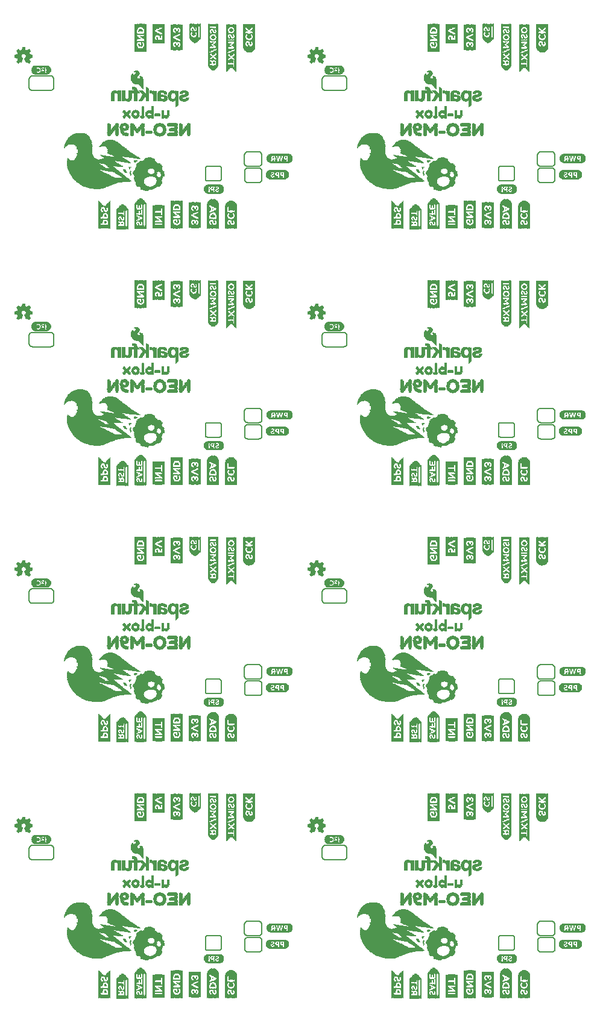
<source format=gbo>
G75*
%MOIN*%
%OFA0B0*%
%FSLAX25Y25*%
%IPPOS*%
%LPD*%
%AMOC8*
5,1,8,0,0,1.08239X$1,22.5*
%
%ADD10C,0.00299*%
%ADD11C,0.00600*%
%ADD12C,0.00800*%
%ADD13R,0.00157X0.13858*%
%ADD14R,0.00157X0.14331*%
%ADD15R,0.00157X0.14646*%
%ADD16R,0.00157X0.14961*%
%ADD17R,0.00157X0.15118*%
%ADD18R,0.00157X0.15276*%
%ADD19R,0.00157X0.15433*%
%ADD20R,0.00157X0.02835*%
%ADD21R,0.00157X0.11969*%
%ADD22R,0.00157X0.02520*%
%ADD23R,0.00157X0.01102*%
%ADD24R,0.00157X0.03150*%
%ADD25R,0.00157X0.04567*%
%ADD26R,0.00157X0.02205*%
%ADD27R,0.00157X0.00787*%
%ADD28R,0.00157X0.02677*%
%ADD29R,0.00157X0.04409*%
%ADD30R,0.00157X0.02047*%
%ADD31R,0.00157X0.00630*%
%ADD32R,0.00157X0.01890*%
%ADD33R,0.00157X0.01732*%
%ADD34R,0.00157X0.01575*%
%ADD35R,0.00157X0.00945*%
%ADD36R,0.00157X0.02362*%
%ADD37R,0.00157X0.01260*%
%ADD38R,0.00157X0.01417*%
%ADD39R,0.00157X0.04252*%
%ADD40R,0.00157X0.00315*%
%ADD41R,0.00157X0.04094*%
%ADD42R,0.00157X0.00472*%
%ADD43R,0.00157X0.03937*%
%ADD44R,0.00157X0.03307*%
%ADD45R,0.00157X0.03780*%
%ADD46R,0.00157X0.03465*%
%ADD47R,0.00157X0.02992*%
%ADD48R,0.00157X0.12913*%
%ADD49R,0.00157X0.13386*%
%ADD50R,0.00157X0.13701*%
%ADD51R,0.00157X0.14016*%
%ADD52R,0.00157X0.14173*%
%ADD53R,0.00157X0.14488*%
%ADD54R,0.00157X0.07087*%
%ADD55R,0.00157X0.04882*%
%ADD56R,0.00157X0.05039*%
%ADD57R,0.00157X0.05197*%
%ADD58R,0.00157X0.03622*%
%ADD59R,0.00157X0.00157*%
%ADD60R,0.00157X0.11024*%
%ADD61R,0.07205X0.00118*%
%ADD62R,0.07913X0.00118*%
%ADD63R,0.08386X0.00079*%
%ADD64R,0.08858X0.00157*%
%ADD65R,0.09094X0.00118*%
%ADD66R,0.09331X0.00118*%
%ADD67R,0.09567X0.00079*%
%ADD68R,0.03661X0.00118*%
%ADD69R,0.02126X0.00118*%
%ADD70R,0.02953X0.00118*%
%ADD71R,0.02244X0.00157*%
%ADD72R,0.00591X0.00157*%
%ADD73R,0.01535X0.00157*%
%ADD74R,0.02598X0.00157*%
%ADD75R,0.02244X0.00118*%
%ADD76R,0.00472X0.00118*%
%ADD77R,0.01181X0.00118*%
%ADD78R,0.02362X0.00118*%
%ADD79R,0.00945X0.00118*%
%ADD80R,0.00354X0.00118*%
%ADD81R,0.00827X0.00118*%
%ADD82R,0.02480X0.00157*%
%ADD83R,0.00354X0.00157*%
%ADD84R,0.00236X0.00157*%
%ADD85R,0.02480X0.00118*%
%ADD86R,0.02598X0.00118*%
%ADD87R,0.01063X0.00118*%
%ADD88R,0.02835X0.00118*%
%ADD89R,0.00472X0.00157*%
%ADD90R,0.04252X0.00157*%
%ADD91R,0.04370X0.00118*%
%ADD92R,0.00591X0.00118*%
%ADD93R,0.04488X0.00118*%
%ADD94R,0.00709X0.00157*%
%ADD95R,0.04488X0.00157*%
%ADD96R,0.00236X0.00118*%
%ADD97R,0.00118X0.00118*%
%ADD98R,0.00118X0.00157*%
%ADD99R,0.04370X0.00157*%
%ADD100R,0.04252X0.00118*%
%ADD101R,0.02717X0.00118*%
%ADD102R,0.03071X0.00157*%
%ADD103R,0.03425X0.00118*%
%ADD104R,0.09567X0.00118*%
%ADD105R,0.08858X0.00118*%
%ADD106R,0.08386X0.00118*%
%ADD107R,0.00157X0.12756*%
%ADD108R,0.01181X0.00236*%
%ADD109R,0.00945X0.00236*%
%ADD110R,0.01654X0.00236*%
%ADD111R,0.01417X0.00236*%
%ADD112R,0.00472X0.00236*%
%ADD113R,0.02126X0.00236*%
%ADD114R,0.00709X0.00236*%
%ADD115R,0.03543X0.00236*%
%ADD116R,0.02835X0.00236*%
%ADD117R,0.04016X0.00236*%
%ADD118R,0.03307X0.00236*%
%ADD119R,0.03780X0.00236*%
%ADD120R,0.01890X0.00236*%
%ADD121R,0.04252X0.00236*%
%ADD122R,0.04488X0.00236*%
%ADD123R,0.03071X0.00236*%
%ADD124R,0.02598X0.00236*%
%ADD125R,0.02362X0.00236*%
%ADD126R,0.00236X0.00236*%
%ADD127R,0.00157X0.11181*%
%ADD128R,0.00157X0.11496*%
%ADD129R,0.00157X0.11654*%
%ADD130R,0.00157X0.13071*%
%ADD131R,0.00157X0.13228*%
%ADD132R,0.00157X0.11811*%
%ADD133R,0.00157X0.14803*%
%ADD134R,0.00157X0.15906*%
%ADD135R,0.00157X0.16063*%
%ADD136R,0.00157X0.16220*%
%ADD137R,0.00157X0.16378*%
%ADD138R,0.00157X0.09921*%
%ADD139R,0.00157X0.10551*%
%ADD140R,0.00157X0.07874*%
%ADD141R,0.00157X0.08031*%
%ADD142R,0.00157X0.08346*%
%ADD143R,0.00157X0.08504*%
%ADD144R,0.00157X0.09606*%
%ADD145R,0.00157X0.09764*%
%ADD146R,0.00157X0.10079*%
%ADD147R,0.00157X0.08661*%
%ADD148R,0.00157X0.23425*%
%ADD149R,0.00118X0.23543*%
%ADD150R,0.00157X0.23819*%
%ADD151R,0.00118X0.23976*%
%ADD152R,0.00157X0.24094*%
%ADD153R,0.00118X0.24252*%
%ADD154R,0.00157X0.13898*%
%ADD155R,0.00118X0.04961*%
%ADD156R,0.00118X0.02205*%
%ADD157R,0.00118X0.06063*%
%ADD158R,0.00118X0.02756*%
%ADD159R,0.00118X0.03701*%
%ADD160R,0.00157X0.01772*%
%ADD161R,0.00157X0.01929*%
%ADD162R,0.00157X0.00433*%
%ADD163R,0.00157X0.01535*%
%ADD164R,0.00157X0.01811*%
%ADD165R,0.00157X0.00984*%
%ADD166R,0.00157X0.01496*%
%ADD167R,0.00118X0.01929*%
%ADD168R,0.00118X0.00827*%
%ADD169R,0.00118X0.01654*%
%ADD170R,0.00118X0.01772*%
%ADD171R,0.00118X0.00433*%
%ADD172R,0.00118X0.02047*%
%ADD173R,0.00118X0.01102*%
%ADD174R,0.00118X0.01496*%
%ADD175R,0.00118X0.00709*%
%ADD176R,0.00157X0.00551*%
%ADD177R,0.00157X0.01378*%
%ADD178R,0.00157X0.01654*%
%ADD179R,0.00118X0.00394*%
%ADD180R,0.00118X0.01260*%
%ADD181R,0.00118X0.00551*%
%ADD182R,0.00118X0.00984*%
%ADD183R,0.00157X0.02323*%
%ADD184R,0.00157X0.00669*%
%ADD185R,0.00157X0.00709*%
%ADD186R,0.00118X0.02480*%
%ADD187R,0.00118X0.00669*%
%ADD188R,0.00157X0.02598*%
%ADD189R,0.00157X0.00394*%
%ADD190R,0.00157X0.00827*%
%ADD191R,0.00118X0.02598*%
%ADD192R,0.00118X0.01811*%
%ADD193R,0.00118X0.02087*%
%ADD194R,0.00157X0.02756*%
%ADD195R,0.00118X0.02874*%
%ADD196R,0.00157X0.02874*%
%ADD197R,0.00118X0.00276*%
%ADD198R,0.00157X0.00118*%
%ADD199R,0.00157X0.00276*%
%ADD200R,0.00118X0.01378*%
%ADD201R,0.00118X0.01535*%
%ADD202R,0.00118X0.01220*%
%ADD203R,0.00118X0.00945*%
%ADD204R,0.00157X0.01220*%
%ADD205R,0.00157X0.08268*%
%ADD206R,0.00118X0.08425*%
%ADD207R,0.00118X0.15433*%
%ADD208R,0.00157X0.26299*%
%ADD209R,0.00118X0.26181*%
%ADD210R,0.00157X0.26024*%
%ADD211R,0.00118X0.25906*%
%ADD212R,0.00157X0.25748*%
%ADD213R,0.00118X0.25630*%
%ADD214R,0.00157X0.14055*%
%ADD215R,0.00118X0.05787*%
%ADD216R,0.00118X0.06772*%
%ADD217R,0.00118X0.03031*%
%ADD218R,0.00157X0.02480*%
%ADD219R,0.00118X0.02323*%
%ADD220R,0.00118X0.02362*%
%ADD221R,0.00118X0.02638*%
%ADD222R,0.00118X0.02913*%
%ADD223R,0.00157X0.03031*%
%ADD224R,0.00118X0.03307*%
%ADD225R,0.00157X0.09370*%
%ADD226R,0.00118X0.09803*%
%ADD227R,0.00118X0.15551*%
%ADD228C,0.00300*%
%ADD229R,0.00551X0.00276*%
%ADD230R,0.00276X0.00276*%
%ADD231R,0.04409X0.00276*%
%ADD232R,0.01654X0.00276*%
%ADD233R,0.01654X0.00315*%
%ADD234R,0.05512X0.00315*%
%ADD235R,0.03031X0.00315*%
%ADD236R,0.01929X0.00276*%
%ADD237R,0.05787X0.00276*%
%ADD238R,0.04134X0.00276*%
%ADD239R,0.03583X0.00276*%
%ADD240R,0.02205X0.00236*%
%ADD241R,0.01929X0.00236*%
%ADD242R,0.05787X0.00236*%
%ADD243R,0.04685X0.00236*%
%ADD244R,0.04134X0.00236*%
%ADD245R,0.02205X0.00315*%
%ADD246R,0.01929X0.00315*%
%ADD247R,0.05787X0.00315*%
%ADD248R,0.05236X0.00315*%
%ADD249R,0.02480X0.00315*%
%ADD250R,0.04409X0.00315*%
%ADD251R,0.02480X0.00276*%
%ADD252R,0.02756X0.00276*%
%ADD253R,0.04685X0.00276*%
%ADD254R,0.05512X0.00276*%
%ADD255R,0.06339X0.00276*%
%ADD256R,0.02205X0.00276*%
%ADD257R,0.03031X0.00236*%
%ADD258R,0.02480X0.00236*%
%ADD259R,0.03307X0.00315*%
%ADD260R,0.03307X0.00276*%
%ADD261R,0.03858X0.00276*%
%ADD262R,0.04961X0.00276*%
%ADD263R,0.07992X0.00276*%
%ADD264R,0.03858X0.00315*%
%ADD265R,0.04685X0.00315*%
%ADD266R,0.03583X0.00315*%
%ADD267R,0.03031X0.00276*%
%ADD268R,0.01378X0.00276*%
%ADD269R,0.06063X0.00276*%
%ADD270R,0.05236X0.00236*%
%ADD271R,0.03583X0.00236*%
%ADD272R,0.01378X0.00236*%
%ADD273R,0.00827X0.00276*%
%ADD274R,0.07441X0.00118*%
%ADD275R,0.08150X0.00118*%
%ADD276R,0.08622X0.00079*%
%ADD277R,0.09094X0.00157*%
%ADD278R,0.09803X0.00079*%
%ADD279R,0.06614X0.00118*%
%ADD280R,0.00827X0.00157*%
%ADD281R,0.01063X0.00157*%
%ADD282R,0.00709X0.00118*%
%ADD283R,0.02362X0.00157*%
%ADD284R,0.01772X0.00118*%
%ADD285R,0.01772X0.00157*%
%ADD286R,0.00945X0.00157*%
%ADD287R,0.01535X0.00118*%
%ADD288R,0.02717X0.00157*%
%ADD289R,0.03189X0.00118*%
%ADD290R,0.03898X0.00157*%
%ADD291R,0.01890X0.00118*%
%ADD292R,0.01890X0.00157*%
%ADD293R,0.02008X0.00157*%
%ADD294R,0.09803X0.00118*%
%ADD295R,0.08622X0.00118*%
%ADD296R,0.10276X0.00079*%
%ADD297R,0.10748X0.00157*%
%ADD298R,0.10984X0.00118*%
%ADD299R,0.11220X0.00118*%
%ADD300R,0.11457X0.00079*%
%ADD301R,0.01417X0.00157*%
%ADD302R,0.04016X0.00118*%
%ADD303R,0.01654X0.00118*%
%ADD304R,0.02126X0.00157*%
%ADD305R,0.01299X0.00118*%
%ADD306R,0.02008X0.00118*%
%ADD307R,0.11457X0.00118*%
%ADD308R,0.10748X0.00118*%
%ADD309R,0.10276X0.00118*%
%ADD310R,0.11929X0.00079*%
%ADD311R,0.12402X0.00157*%
%ADD312R,0.12638X0.00118*%
%ADD313R,0.12874X0.00118*%
%ADD314R,0.13110X0.00079*%
%ADD315R,0.04961X0.00118*%
%ADD316R,0.03071X0.00118*%
%ADD317R,0.05079X0.00118*%
%ADD318R,0.01181X0.00157*%
%ADD319R,0.02835X0.00157*%
%ADD320R,0.01417X0.00118*%
%ADD321R,0.13110X0.00118*%
%ADD322R,0.12402X0.00118*%
%ADD323R,0.11929X0.00118*%
%ADD324R,0.03504X0.00118*%
%ADD325R,0.05551X0.00157*%
%ADD326R,0.06142X0.00118*%
%ADD327R,0.07008X0.00157*%
%ADD328R,0.07323X0.00157*%
%ADD329R,0.08031X0.00157*%
%ADD330R,0.08425X0.00118*%
%ADD331R,0.08898X0.00157*%
%ADD332R,0.09173X0.00157*%
%ADD333R,0.09646X0.00118*%
%ADD334R,0.09921X0.00157*%
%ADD335R,0.10354X0.00157*%
%ADD336R,0.10512X0.00118*%
%ADD337R,0.10787X0.00157*%
%ADD338R,0.11063X0.00157*%
%ADD339R,0.11378X0.00157*%
%ADD340R,0.11496X0.00118*%
%ADD341R,0.11811X0.00157*%
%ADD342R,0.12126X0.00157*%
%ADD343R,0.12283X0.00118*%
%ADD344R,0.12520X0.00157*%
%ADD345R,0.12835X0.00118*%
%ADD346R,0.12992X0.00157*%
%ADD347R,0.13268X0.00157*%
%ADD348R,0.13425X0.00118*%
%ADD349R,0.04528X0.00157*%
%ADD350R,0.13543X0.00157*%
%ADD351R,0.05079X0.00157*%
%ADD352R,0.13701X0.00157*%
%ADD353R,0.05827X0.00118*%
%ADD354R,0.13858X0.00118*%
%ADD355R,0.06260X0.00157*%
%ADD356R,0.13858X0.00157*%
%ADD357R,0.06850X0.00157*%
%ADD358R,0.14016X0.00157*%
%ADD359R,0.07283X0.00157*%
%ADD360R,0.14134X0.00157*%
%ADD361R,0.07874X0.00118*%
%ADD362R,0.14291X0.00118*%
%ADD363R,0.08150X0.00157*%
%ADD364R,0.14449X0.00157*%
%ADD365R,0.08622X0.00157*%
%ADD366R,0.08898X0.00118*%
%ADD367R,0.14606X0.00118*%
%ADD368R,0.14606X0.00157*%
%ADD369R,0.09488X0.00157*%
%ADD370R,0.14724X0.00157*%
%ADD371R,0.09921X0.00118*%
%ADD372R,0.14724X0.00118*%
%ADD373R,0.10197X0.00157*%
%ADD374R,0.14843X0.00157*%
%ADD375R,0.10512X0.00157*%
%ADD376R,0.10906X0.00157*%
%ADD377R,0.03661X0.00157*%
%ADD378R,0.09882X0.00118*%
%ADD379R,0.02205X0.00118*%
%ADD380R,0.11535X0.00157*%
%ADD381R,0.09606X0.00157*%
%ADD382R,0.09331X0.00157*%
%ADD383R,0.01614X0.00157*%
%ADD384R,0.12126X0.00118*%
%ADD385R,0.09488X0.00118*%
%ADD386R,0.01457X0.00118*%
%ADD387R,0.12362X0.00157*%
%ADD388R,0.12677X0.00157*%
%ADD389R,0.01142X0.00157*%
%ADD390R,0.10945X0.00118*%
%ADD391R,0.01732X0.00118*%
%ADD392R,0.09016X0.00118*%
%ADD393R,0.00984X0.00118*%
%ADD394R,0.10039X0.00157*%
%ADD395R,0.01024X0.00157*%
%ADD396R,0.00748X0.00157*%
%ADD397R,0.00866X0.00157*%
%ADD398R,0.08740X0.00157*%
%ADD399R,0.08740X0.00118*%
%ADD400R,0.10079X0.00157*%
%ADD401R,0.08583X0.00157*%
%ADD402R,0.00433X0.00157*%
%ADD403R,0.00276X0.00157*%
%ADD404R,0.10197X0.00118*%
%ADD405R,0.08583X0.00118*%
%ADD406R,0.08465X0.00157*%
%ADD407R,0.10630X0.00118*%
%ADD408R,0.08465X0.00118*%
%ADD409R,0.08307X0.00157*%
%ADD410R,0.10945X0.00157*%
%ADD411R,0.11063X0.00118*%
%ADD412R,0.08307X0.00118*%
%ADD413R,0.11654X0.00118*%
%ADD414R,0.12087X0.00157*%
%ADD415R,0.12244X0.00157*%
%ADD416R,0.12520X0.00118*%
%ADD417R,0.13583X0.00157*%
%ADD418R,0.13701X0.00118*%
%ADD419R,0.13425X0.00157*%
%ADD420R,0.13268X0.00118*%
%ADD421R,0.13150X0.00157*%
%ADD422R,0.12953X0.00157*%
%ADD423R,0.01339X0.00118*%
%ADD424R,0.12835X0.00157*%
%ADD425R,0.02323X0.00157*%
%ADD426R,0.02913X0.00157*%
%ADD427R,0.09016X0.00157*%
%ADD428R,0.03937X0.00157*%
%ADD429R,0.07402X0.00157*%
%ADD430R,0.03819X0.00157*%
%ADD431R,0.05394X0.00157*%
%ADD432R,0.09646X0.00157*%
%ADD433R,0.05984X0.00157*%
%ADD434R,0.09764X0.00157*%
%ADD435R,0.05709X0.00118*%
%ADD436R,0.09764X0.00118*%
%ADD437R,0.05236X0.00157*%
%ADD438R,0.10669X0.00157*%
%ADD439R,0.10630X0.00157*%
%ADD440R,0.02913X0.00118*%
%ADD441R,0.03465X0.00118*%
%ADD442R,0.11102X0.00118*%
%ADD443R,0.10472X0.00118*%
%ADD444R,0.04055X0.00157*%
%ADD445R,0.02205X0.00157*%
%ADD446R,0.11654X0.00157*%
%ADD447R,0.11969X0.00157*%
%ADD448R,0.04961X0.00157*%
%ADD449R,0.11220X0.00157*%
%ADD450R,0.05118X0.00118*%
%ADD451R,0.12992X0.00118*%
%ADD452R,0.11693X0.00118*%
%ADD453R,0.00748X0.00118*%
%ADD454R,0.05709X0.00157*%
%ADD455R,0.14409X0.00157*%
%ADD456R,0.28740X0.00118*%
%ADD457R,0.29016X0.00157*%
%ADD458R,0.01457X0.00157*%
%ADD459R,0.06142X0.00157*%
%ADD460R,0.29764X0.00157*%
%ADD461R,0.06299X0.00118*%
%ADD462R,0.30039X0.00118*%
%ADD463R,0.02047X0.00118*%
%ADD464R,0.06732X0.00157*%
%ADD465R,0.01732X0.00157*%
%ADD466R,0.26220X0.00157*%
%ADD467R,0.06417X0.00157*%
%ADD468R,0.26102X0.00157*%
%ADD469R,0.08425X0.00157*%
%ADD470R,0.26535X0.00157*%
%ADD471R,0.26654X0.00118*%
%ADD472R,0.09213X0.00157*%
%ADD473R,0.03780X0.00157*%
%ADD474R,0.26969X0.00157*%
%ADD475R,0.09449X0.00157*%
%ADD476R,0.03346X0.00157*%
%ADD477R,0.27087X0.00157*%
%ADD478R,0.10079X0.00118*%
%ADD479R,0.02323X0.00118*%
%ADD480R,0.27402X0.00118*%
%ADD481R,0.27559X0.00157*%
%ADD482R,0.17480X0.00157*%
%ADD483R,0.11102X0.00157*%
%ADD484R,0.12677X0.00118*%
%ADD485R,0.17756X0.00118*%
%ADD486R,0.17913X0.00157*%
%ADD487R,0.18228X0.00157*%
%ADD488R,0.13386X0.00118*%
%ADD489R,0.08031X0.00118*%
%ADD490R,0.18346X0.00118*%
%ADD491R,0.07874X0.00157*%
%ADD492R,0.18661X0.00157*%
%ADD493R,0.18780X0.00157*%
%ADD494R,0.18976X0.00118*%
%ADD495R,0.13976X0.00157*%
%ADD496R,0.19094X0.00157*%
%ADD497R,0.19409X0.00157*%
%ADD498R,0.19567X0.00157*%
%ADD499R,0.19685X0.00118*%
%ADD500R,0.14567X0.00157*%
%ADD501R,0.03189X0.00157*%
%ADD502R,0.20000X0.00157*%
%ADD503R,0.03031X0.00157*%
%ADD504R,0.20276X0.00157*%
%ADD505R,0.01024X0.00118*%
%ADD506R,0.20433X0.00118*%
%ADD507R,0.20433X0.00157*%
%ADD508R,0.20709X0.00157*%
%ADD509R,0.00866X0.00118*%
%ADD510R,0.20866X0.00118*%
%ADD511R,0.03228X0.00157*%
%ADD512R,0.20984X0.00157*%
%ADD513R,0.00551X0.00157*%
%ADD514R,0.26378X0.00157*%
%ADD515R,0.04803X0.00118*%
%ADD516R,0.07717X0.00118*%
%ADD517R,0.00433X0.00118*%
%ADD518R,0.04685X0.00157*%
%ADD519R,0.07717X0.00157*%
%ADD520R,0.26693X0.00157*%
%ADD521R,0.07441X0.00157*%
%ADD522R,0.26850X0.00157*%
%ADD523R,0.04213X0.00118*%
%ADD524R,0.07598X0.00118*%
%ADD525R,0.26850X0.00118*%
%ADD526R,0.17047X0.00157*%
%ADD527R,0.01496X0.00157*%
%ADD528R,0.17205X0.00157*%
%ADD529R,0.07126X0.00118*%
%ADD530R,0.17638X0.00118*%
%ADD531R,0.00315X0.00157*%
%ADD532R,0.06575X0.00157*%
%ADD533R,0.05118X0.00157*%
%ADD534R,0.08189X0.00157*%
%ADD535R,0.06102X0.00157*%
%ADD536R,0.18071X0.00157*%
%ADD537R,0.05276X0.00118*%
%ADD538R,0.05394X0.00118*%
%ADD539R,0.02795X0.00157*%
%ADD540R,0.04843X0.00157*%
%ADD541R,0.01339X0.00157*%
%ADD542R,0.04213X0.00157*%
%ADD543R,0.18976X0.00157*%
%ADD544R,0.01614X0.00118*%
%ADD545R,0.00906X0.00118*%
%ADD546R,0.18937X0.00118*%
%ADD547R,0.01575X0.00157*%
%ADD548R,0.00906X0.00157*%
%ADD549R,0.02165X0.00157*%
%ADD550R,0.19528X0.00157*%
%ADD551R,0.19685X0.00157*%
%ADD552R,0.19843X0.00118*%
%ADD553R,0.02047X0.00157*%
%ADD554R,0.01929X0.00157*%
%ADD555R,0.20118X0.00157*%
%ADD556R,0.20551X0.00118*%
%ADD557R,0.02638X0.00157*%
%ADD558R,0.21142X0.00157*%
%ADD559R,0.21142X0.00118*%
%ADD560R,0.21299X0.00157*%
%ADD561R,0.12717X0.00157*%
%ADD562R,0.21575X0.00157*%
%ADD563R,0.21732X0.00157*%
%ADD564R,0.00315X0.00118*%
%ADD565R,0.02795X0.00118*%
%ADD566R,0.22008X0.00118*%
%ADD567R,0.22283X0.00157*%
%ADD568R,0.22323X0.00157*%
%ADD569R,0.01575X0.00118*%
%ADD570R,0.02638X0.00118*%
%ADD571R,0.22441X0.00118*%
%ADD572R,0.02756X0.00157*%
%ADD573R,0.22756X0.00157*%
%ADD574R,0.22874X0.00157*%
%ADD575R,0.04094X0.00157*%
%ADD576R,0.06693X0.00157*%
%ADD577R,0.23071X0.00157*%
%ADD578R,0.03937X0.00118*%
%ADD579R,0.06417X0.00118*%
%ADD580R,0.23189X0.00118*%
%ADD581R,0.03622X0.00157*%
%ADD582R,0.23465X0.00157*%
%ADD583R,0.03504X0.00157*%
%ADD584R,0.30315X0.00157*%
%ADD585R,0.03346X0.00118*%
%ADD586R,0.30354X0.00118*%
%ADD587R,0.05827X0.00157*%
%ADD588R,0.30354X0.00157*%
%ADD589R,0.05669X0.00157*%
%ADD590R,0.30472X0.00157*%
%ADD591R,0.05551X0.00118*%
%ADD592R,0.30472X0.00118*%
%ADD593R,0.30591X0.00157*%
%ADD594R,0.30630X0.00157*%
%ADD595R,0.30748X0.00157*%
%ADD596R,0.30748X0.00118*%
%ADD597R,0.30787X0.00157*%
%ADD598R,0.04803X0.00157*%
%ADD599R,0.29449X0.00157*%
%ADD600R,0.03228X0.00118*%
%ADD601R,0.25197X0.00118*%
%ADD602R,0.04646X0.00157*%
%ADD603R,0.23937X0.00157*%
%ADD604R,0.03386X0.00157*%
%ADD605R,0.23189X0.00157*%
%ADD606R,0.22165X0.00157*%
%ADD607R,0.04685X0.00118*%
%ADD608R,0.21575X0.00118*%
%ADD609R,0.20827X0.00157*%
%ADD610R,0.19370X0.00118*%
%ADD611R,0.19134X0.00157*%
%ADD612R,0.05276X0.00157*%
%ADD613R,0.17795X0.00157*%
%ADD614R,0.16929X0.00118*%
%ADD615R,0.16614X0.00157*%
%ADD616R,0.15906X0.00157*%
%ADD617R,0.03819X0.00118*%
%ADD618R,0.05512X0.00118*%
%ADD619R,0.15315X0.00118*%
%ADD620R,0.05866X0.00157*%
%ADD621R,0.13150X0.00118*%
%ADD622R,0.07126X0.00157*%
%ADD623R,0.06850X0.00118*%
D10*
X0081363Y0138742D02*
X0080458Y0139648D01*
X0081284Y0140750D01*
X0081245Y0140829D01*
X0081206Y0140868D01*
X0081166Y0140947D01*
X0081166Y0140986D01*
X0081127Y0141065D01*
X0081087Y0141104D01*
X0081048Y0141183D01*
X0081048Y0141222D01*
X0080969Y0141380D01*
X0080969Y0141419D01*
X0080930Y0141498D01*
X0080930Y0141537D01*
X0080891Y0141616D01*
X0080891Y0141695D01*
X0080851Y0141734D01*
X0079473Y0141970D01*
X0079473Y0143230D01*
X0080891Y0143466D01*
X0080891Y0143624D01*
X0080930Y0143663D01*
X0080930Y0143742D01*
X0080969Y0143781D01*
X0081009Y0143860D01*
X0081009Y0143939D01*
X0081048Y0143978D01*
X0081048Y0144057D01*
X0081087Y0144096D01*
X0081127Y0144175D01*
X0081166Y0144214D01*
X0081166Y0144293D01*
X0081206Y0144333D01*
X0081245Y0144411D01*
X0081284Y0144451D01*
X0080458Y0145592D01*
X0081363Y0146459D01*
X0082505Y0145671D01*
X0082544Y0145711D01*
X0082623Y0145750D01*
X0082662Y0145750D01*
X0082741Y0145789D01*
X0082780Y0145829D01*
X0082859Y0145868D01*
X0082898Y0145868D01*
X0082977Y0145907D01*
X0083017Y0145947D01*
X0083095Y0145947D01*
X0083174Y0145986D01*
X0083213Y0145986D01*
X0083292Y0146025D01*
X0083332Y0146025D01*
X0083410Y0146065D01*
X0083489Y0146065D01*
X0083725Y0147443D01*
X0084985Y0147443D01*
X0085221Y0146065D01*
X0085261Y0146065D01*
X0085339Y0146025D01*
X0085418Y0146025D01*
X0085458Y0145986D01*
X0085536Y0145986D01*
X0085615Y0145947D01*
X0085654Y0145947D01*
X0085733Y0145907D01*
X0085773Y0145868D01*
X0085851Y0145868D01*
X0085891Y0145829D01*
X0085969Y0145789D01*
X0086009Y0145750D01*
X0086087Y0145750D01*
X0086127Y0145711D01*
X0086206Y0145671D01*
X0087347Y0146459D01*
X0088213Y0145592D01*
X0087426Y0144451D01*
X0087465Y0144411D01*
X0087465Y0144333D01*
X0087505Y0144293D01*
X0087544Y0144214D01*
X0087584Y0144175D01*
X0087584Y0144096D01*
X0087623Y0144057D01*
X0087662Y0143978D01*
X0087662Y0143939D01*
X0087741Y0143781D01*
X0087741Y0143742D01*
X0087780Y0143663D01*
X0087780Y0143624D01*
X0087820Y0143545D01*
X0087820Y0143466D01*
X0089198Y0143230D01*
X0089198Y0141970D01*
X0087820Y0141734D01*
X0087820Y0141695D01*
X0087780Y0141616D01*
X0087780Y0141537D01*
X0087741Y0141498D01*
X0087741Y0141419D01*
X0087702Y0141380D01*
X0087662Y0141301D01*
X0087662Y0141222D01*
X0087623Y0141183D01*
X0087623Y0141104D01*
X0087584Y0141065D01*
X0087544Y0140986D01*
X0087505Y0140947D01*
X0087465Y0140868D01*
X0087465Y0140829D01*
X0087426Y0140750D01*
X0088213Y0139648D01*
X0087347Y0138742D01*
X0086206Y0139529D01*
X0086166Y0139529D01*
X0086127Y0139490D01*
X0086087Y0139490D01*
X0086048Y0139451D01*
X0086009Y0139451D01*
X0085969Y0139411D01*
X0085930Y0139411D01*
X0085891Y0139372D01*
X0085851Y0139372D01*
X0085812Y0139333D01*
X0085773Y0139333D01*
X0085733Y0139293D01*
X0085654Y0139293D01*
X0085615Y0139254D01*
X0084828Y0141380D01*
X0084946Y0141419D01*
X0085103Y0141498D01*
X0085182Y0141577D01*
X0085261Y0141616D01*
X0085339Y0141695D01*
X0085379Y0141773D01*
X0085458Y0141852D01*
X0085536Y0142010D01*
X0085576Y0142128D01*
X0085654Y0142285D01*
X0085654Y0142403D01*
X0085694Y0142522D01*
X0085694Y0142758D01*
X0085536Y0143230D01*
X0085379Y0143466D01*
X0085300Y0143545D01*
X0085182Y0143624D01*
X0085103Y0143703D01*
X0084985Y0143781D01*
X0084867Y0143821D01*
X0084749Y0143899D01*
X0084631Y0143899D01*
X0084473Y0143939D01*
X0084198Y0143939D01*
X0084080Y0143899D01*
X0083961Y0143899D01*
X0083843Y0143821D01*
X0083725Y0143781D01*
X0083489Y0143624D01*
X0083332Y0143466D01*
X0083174Y0143230D01*
X0083135Y0143112D01*
X0083056Y0142994D01*
X0083056Y0142876D01*
X0083017Y0142758D01*
X0083017Y0142403D01*
X0083056Y0142285D01*
X0083056Y0142207D01*
X0083095Y0142128D01*
X0083135Y0142010D01*
X0083174Y0141931D01*
X0083253Y0141852D01*
X0083292Y0141773D01*
X0083450Y0141616D01*
X0083528Y0141577D01*
X0083607Y0141498D01*
X0083843Y0141380D01*
X0083056Y0139254D01*
X0083056Y0139293D01*
X0082977Y0139293D01*
X0082938Y0139333D01*
X0082898Y0139333D01*
X0082859Y0139372D01*
X0082820Y0139372D01*
X0082780Y0139411D01*
X0082702Y0139411D01*
X0082662Y0139451D01*
X0082623Y0139451D01*
X0082544Y0139529D01*
X0082505Y0139529D01*
X0081363Y0138742D01*
X0081320Y0138785D02*
X0081426Y0138785D01*
X0081022Y0139083D02*
X0081857Y0139083D01*
X0082289Y0139381D02*
X0080724Y0139381D01*
X0080481Y0139678D02*
X0083213Y0139678D01*
X0083103Y0139381D02*
X0082811Y0139381D01*
X0083324Y0139976D02*
X0080704Y0139976D01*
X0080927Y0140274D02*
X0083434Y0140274D01*
X0083544Y0140572D02*
X0081151Y0140572D01*
X0081205Y0140869D02*
X0083654Y0140869D01*
X0083765Y0141167D02*
X0081056Y0141167D01*
X0080947Y0141465D02*
X0083673Y0141465D01*
X0083303Y0141762D02*
X0080686Y0141762D01*
X0079473Y0142060D02*
X0083118Y0142060D01*
X0083032Y0142358D02*
X0079473Y0142358D01*
X0079473Y0142656D02*
X0083017Y0142656D01*
X0083056Y0142953D02*
X0079473Y0142953D01*
X0079599Y0143251D02*
X0083188Y0143251D01*
X0083414Y0143549D02*
X0080891Y0143549D01*
X0081002Y0143847D02*
X0083882Y0143847D01*
X0084828Y0143847D02*
X0087708Y0143847D01*
X0087818Y0143549D02*
X0085295Y0143549D01*
X0085522Y0143251D02*
X0089076Y0143251D01*
X0089198Y0142953D02*
X0085629Y0142953D01*
X0085694Y0142656D02*
X0089198Y0142656D01*
X0089198Y0142358D02*
X0085654Y0142358D01*
X0085553Y0142060D02*
X0089198Y0142060D01*
X0087985Y0141762D02*
X0085373Y0141762D01*
X0085037Y0141465D02*
X0087741Y0141465D01*
X0087623Y0141167D02*
X0084906Y0141167D01*
X0085017Y0140869D02*
X0087466Y0140869D01*
X0087553Y0140572D02*
X0085127Y0140572D01*
X0085237Y0140274D02*
X0087766Y0140274D01*
X0087979Y0139976D02*
X0085348Y0139976D01*
X0085458Y0139678D02*
X0088191Y0139678D01*
X0087958Y0139381D02*
X0086421Y0139381D01*
X0085899Y0139381D02*
X0085568Y0139381D01*
X0086853Y0139083D02*
X0087673Y0139083D01*
X0087389Y0138785D02*
X0087285Y0138785D01*
X0087584Y0144144D02*
X0081111Y0144144D01*
X0081276Y0144442D02*
X0087435Y0144442D01*
X0087625Y0144740D02*
X0081075Y0144740D01*
X0080859Y0145037D02*
X0087831Y0145037D01*
X0088036Y0145335D02*
X0080644Y0145335D01*
X0080500Y0145633D02*
X0088173Y0145633D01*
X0087875Y0145931D02*
X0086582Y0145931D01*
X0087014Y0146228D02*
X0087578Y0146228D01*
X0085687Y0145931D02*
X0083000Y0145931D01*
X0083517Y0146228D02*
X0085193Y0146228D01*
X0085142Y0146526D02*
X0083568Y0146526D01*
X0083619Y0146824D02*
X0085091Y0146824D01*
X0085040Y0147122D02*
X0083670Y0147122D01*
X0083721Y0147419D02*
X0084989Y0147419D01*
X0082129Y0145931D02*
X0080811Y0145931D01*
X0081122Y0146228D02*
X0081697Y0146228D01*
X0081363Y0280642D02*
X0080458Y0281548D01*
X0081284Y0282650D01*
X0081245Y0282729D01*
X0081206Y0282768D01*
X0081166Y0282847D01*
X0081166Y0282886D01*
X0081127Y0282965D01*
X0081087Y0283004D01*
X0081048Y0283083D01*
X0081048Y0283122D01*
X0080969Y0283280D01*
X0080969Y0283319D01*
X0080930Y0283398D01*
X0080930Y0283437D01*
X0080891Y0283516D01*
X0080891Y0283595D01*
X0080851Y0283634D01*
X0079473Y0283870D01*
X0079473Y0285130D01*
X0080891Y0285366D01*
X0080891Y0285524D01*
X0080930Y0285563D01*
X0083548Y0285563D01*
X0083489Y0285524D02*
X0083332Y0285366D01*
X0083174Y0285130D01*
X0083135Y0285012D01*
X0083056Y0284894D01*
X0083056Y0284776D01*
X0083017Y0284658D01*
X0083017Y0284303D01*
X0083056Y0284185D01*
X0083056Y0284107D01*
X0083095Y0284028D01*
X0083135Y0283910D01*
X0083174Y0283831D01*
X0083253Y0283752D01*
X0083292Y0283673D01*
X0083450Y0283516D01*
X0083528Y0283477D01*
X0083607Y0283398D01*
X0083843Y0283280D01*
X0083056Y0281154D01*
X0083056Y0281193D01*
X0082977Y0281193D01*
X0082938Y0281233D01*
X0082898Y0281233D01*
X0082859Y0281272D01*
X0082820Y0281272D01*
X0082780Y0281311D01*
X0082702Y0281311D01*
X0082662Y0281351D01*
X0082623Y0281351D01*
X0082544Y0281429D01*
X0082505Y0281429D01*
X0081363Y0280642D01*
X0081206Y0280800D02*
X0081592Y0280800D01*
X0082023Y0281097D02*
X0080908Y0281097D01*
X0080610Y0281395D02*
X0082455Y0281395D01*
X0082579Y0281395D02*
X0083145Y0281395D01*
X0083256Y0281693D02*
X0080566Y0281693D01*
X0080790Y0281990D02*
X0083366Y0281990D01*
X0083476Y0282288D02*
X0081013Y0282288D01*
X0081236Y0282586D02*
X0083586Y0282586D01*
X0083697Y0282884D02*
X0081166Y0282884D01*
X0081019Y0283181D02*
X0083807Y0283181D01*
X0083524Y0283479D02*
X0080909Y0283479D01*
X0080019Y0283777D02*
X0083228Y0283777D01*
X0083072Y0284075D02*
X0079473Y0284075D01*
X0079473Y0284372D02*
X0083017Y0284372D01*
X0083021Y0284670D02*
X0079473Y0284670D01*
X0079473Y0284968D02*
X0083105Y0284968D01*
X0083264Y0285265D02*
X0080285Y0285265D01*
X0080930Y0285563D02*
X0080930Y0285642D01*
X0080969Y0285681D01*
X0081009Y0285760D01*
X0081009Y0285839D01*
X0081048Y0285878D01*
X0081048Y0285957D01*
X0081087Y0285996D01*
X0081127Y0286075D01*
X0081166Y0286114D01*
X0081166Y0286193D01*
X0081206Y0286233D01*
X0081245Y0286311D01*
X0081284Y0286351D01*
X0080458Y0287492D01*
X0081363Y0288359D01*
X0082505Y0287571D01*
X0082544Y0287611D01*
X0082623Y0287650D01*
X0082662Y0287650D01*
X0082741Y0287689D01*
X0082780Y0287729D01*
X0082859Y0287768D01*
X0082898Y0287768D01*
X0082977Y0287807D01*
X0083017Y0287847D01*
X0083095Y0287847D01*
X0083174Y0287886D01*
X0083213Y0287886D01*
X0083292Y0287925D01*
X0083332Y0287925D01*
X0083410Y0287965D01*
X0083489Y0287965D01*
X0083725Y0289343D01*
X0084985Y0289343D01*
X0085221Y0287965D01*
X0085261Y0287965D01*
X0085339Y0287925D01*
X0085418Y0287925D01*
X0085458Y0287886D01*
X0085536Y0287886D01*
X0085615Y0287847D01*
X0085654Y0287847D01*
X0085733Y0287807D01*
X0085773Y0287768D01*
X0085851Y0287768D01*
X0085891Y0287729D01*
X0085969Y0287689D01*
X0086009Y0287650D01*
X0086087Y0287650D01*
X0086127Y0287611D01*
X0086206Y0287571D01*
X0087347Y0288359D01*
X0088213Y0287492D01*
X0087426Y0286351D01*
X0087465Y0286311D01*
X0087465Y0286233D01*
X0087505Y0286193D01*
X0087544Y0286114D01*
X0087584Y0286075D01*
X0087584Y0285996D01*
X0087623Y0285957D01*
X0087662Y0285878D01*
X0087662Y0285839D01*
X0087741Y0285681D01*
X0087741Y0285642D01*
X0087780Y0285563D01*
X0085143Y0285563D01*
X0085182Y0285524D02*
X0085103Y0285603D01*
X0084985Y0285681D01*
X0084867Y0285721D01*
X0084749Y0285799D01*
X0084631Y0285799D01*
X0084473Y0285839D01*
X0084198Y0285839D01*
X0084080Y0285799D01*
X0083961Y0285799D01*
X0083843Y0285721D01*
X0083725Y0285681D01*
X0083489Y0285524D01*
X0085182Y0285524D02*
X0085300Y0285445D01*
X0085379Y0285366D01*
X0085536Y0285130D01*
X0085694Y0284658D01*
X0085694Y0284422D01*
X0085654Y0284303D01*
X0085654Y0284185D01*
X0085576Y0284028D01*
X0085536Y0283910D01*
X0085458Y0283752D01*
X0085379Y0283673D01*
X0085339Y0283595D01*
X0085261Y0283516D01*
X0085182Y0283477D01*
X0085103Y0283398D01*
X0084946Y0283319D01*
X0084828Y0283280D01*
X0085615Y0281154D01*
X0085654Y0281193D01*
X0085733Y0281193D01*
X0085773Y0281233D01*
X0085812Y0281233D01*
X0085851Y0281272D01*
X0085891Y0281272D01*
X0085930Y0281311D01*
X0085969Y0281311D01*
X0086009Y0281351D01*
X0086048Y0281351D01*
X0086087Y0281390D01*
X0086127Y0281390D01*
X0086166Y0281429D01*
X0086206Y0281429D01*
X0087347Y0280642D01*
X0088213Y0281548D01*
X0087426Y0282650D01*
X0087465Y0282729D01*
X0087465Y0282768D01*
X0087505Y0282847D01*
X0087544Y0282886D01*
X0087584Y0282965D01*
X0087623Y0283004D01*
X0087623Y0283083D01*
X0087662Y0283122D01*
X0087662Y0283201D01*
X0087702Y0283280D01*
X0087741Y0283319D01*
X0087741Y0283398D01*
X0087780Y0283437D01*
X0087780Y0283516D01*
X0087820Y0283595D01*
X0087820Y0283634D01*
X0089198Y0283870D01*
X0089198Y0285130D01*
X0087820Y0285366D01*
X0087820Y0285445D01*
X0087780Y0285524D01*
X0087780Y0285563D01*
X0087662Y0285861D02*
X0081031Y0285861D01*
X0081166Y0286159D02*
X0087522Y0286159D01*
X0087499Y0286456D02*
X0081208Y0286456D01*
X0080992Y0286754D02*
X0087704Y0286754D01*
X0087910Y0287052D02*
X0080777Y0287052D01*
X0080561Y0287349D02*
X0088115Y0287349D01*
X0088059Y0287647D02*
X0086316Y0287647D01*
X0086090Y0287647D02*
X0082618Y0287647D01*
X0082395Y0287647D02*
X0080619Y0287647D01*
X0080931Y0287945D02*
X0081963Y0287945D01*
X0081531Y0288243D02*
X0081242Y0288243D01*
X0083370Y0287945D02*
X0085301Y0287945D01*
X0085174Y0288243D02*
X0083537Y0288243D01*
X0083588Y0288540D02*
X0085123Y0288540D01*
X0085072Y0288838D02*
X0083639Y0288838D01*
X0083690Y0289136D02*
X0085021Y0289136D01*
X0086748Y0287945D02*
X0087761Y0287945D01*
X0087463Y0288243D02*
X0087179Y0288243D01*
X0088409Y0285265D02*
X0085446Y0285265D01*
X0085590Y0284968D02*
X0089198Y0284968D01*
X0089198Y0284670D02*
X0085690Y0284670D01*
X0085677Y0284372D02*
X0089198Y0284372D01*
X0089198Y0284075D02*
X0085599Y0284075D01*
X0085470Y0283777D02*
X0088652Y0283777D01*
X0087780Y0283479D02*
X0085187Y0283479D01*
X0084864Y0283181D02*
X0087662Y0283181D01*
X0087542Y0282884D02*
X0084974Y0282884D01*
X0085085Y0282586D02*
X0087472Y0282586D01*
X0087684Y0282288D02*
X0085195Y0282288D01*
X0085305Y0281990D02*
X0087897Y0281990D01*
X0088110Y0281693D02*
X0085415Y0281693D01*
X0085526Y0281395D02*
X0086132Y0281395D01*
X0086255Y0281395D02*
X0088068Y0281395D01*
X0087783Y0281097D02*
X0086687Y0281097D01*
X0087119Y0280800D02*
X0087498Y0280800D01*
X0087347Y0422542D02*
X0086206Y0423329D01*
X0086166Y0423329D01*
X0086127Y0423290D01*
X0086087Y0423290D01*
X0086048Y0423251D01*
X0086009Y0423251D01*
X0085969Y0423211D01*
X0085930Y0423211D01*
X0085891Y0423172D01*
X0085851Y0423172D01*
X0085812Y0423133D01*
X0085773Y0423133D01*
X0085733Y0423093D01*
X0085654Y0423093D01*
X0085615Y0423054D01*
X0084828Y0425180D01*
X0084946Y0425219D01*
X0085103Y0425298D01*
X0085182Y0425377D01*
X0085261Y0425416D01*
X0085339Y0425495D01*
X0085379Y0425573D01*
X0085458Y0425652D01*
X0085536Y0425810D01*
X0085576Y0425928D01*
X0085654Y0426085D01*
X0085654Y0426203D01*
X0085694Y0426322D01*
X0085694Y0426558D01*
X0085536Y0427030D01*
X0085379Y0427266D01*
X0085300Y0427345D01*
X0085182Y0427424D01*
X0085103Y0427503D01*
X0084985Y0427581D01*
X0084867Y0427621D01*
X0084749Y0427699D01*
X0084631Y0427699D01*
X0084473Y0427739D01*
X0084198Y0427739D01*
X0084080Y0427699D01*
X0083961Y0427699D01*
X0083843Y0427621D01*
X0083725Y0427581D01*
X0083489Y0427424D01*
X0083332Y0427266D01*
X0083174Y0427030D01*
X0083135Y0426912D01*
X0083056Y0426794D01*
X0083056Y0426676D01*
X0083017Y0426558D01*
X0083017Y0426203D01*
X0083056Y0426085D01*
X0083056Y0426007D01*
X0083095Y0425928D01*
X0083135Y0425810D01*
X0083174Y0425731D01*
X0083253Y0425652D01*
X0083292Y0425573D01*
X0083450Y0425416D01*
X0083528Y0425377D01*
X0083607Y0425298D01*
X0083843Y0425180D01*
X0083056Y0423054D01*
X0083056Y0423093D01*
X0082977Y0423093D01*
X0082938Y0423133D01*
X0082898Y0423133D01*
X0082859Y0423172D01*
X0082820Y0423172D01*
X0082780Y0423211D01*
X0082702Y0423211D01*
X0082662Y0423251D01*
X0082623Y0423251D01*
X0082544Y0423329D01*
X0082505Y0423329D01*
X0081363Y0422542D01*
X0080458Y0423448D01*
X0081284Y0424550D01*
X0081245Y0424629D01*
X0081206Y0424668D01*
X0081166Y0424747D01*
X0081166Y0424786D01*
X0081127Y0424865D01*
X0081087Y0424904D01*
X0081048Y0424983D01*
X0081048Y0425022D01*
X0080969Y0425180D01*
X0080969Y0425219D01*
X0080930Y0425298D01*
X0080930Y0425337D01*
X0080891Y0425416D01*
X0080891Y0425495D01*
X0080851Y0425534D01*
X0079473Y0425770D01*
X0079473Y0427030D01*
X0080891Y0427266D01*
X0080891Y0427424D01*
X0080930Y0427463D01*
X0080930Y0427542D01*
X0080969Y0427581D01*
X0081009Y0427660D01*
X0081009Y0427739D01*
X0081048Y0427778D01*
X0081048Y0427857D01*
X0081087Y0427896D01*
X0081127Y0427975D01*
X0081166Y0428014D01*
X0081166Y0428093D01*
X0081206Y0428133D01*
X0081245Y0428211D01*
X0081284Y0428251D01*
X0080458Y0429392D01*
X0081363Y0430259D01*
X0082505Y0429471D01*
X0082544Y0429511D01*
X0082623Y0429550D01*
X0082662Y0429550D01*
X0082741Y0429589D01*
X0082780Y0429629D01*
X0082859Y0429668D01*
X0082898Y0429668D01*
X0082977Y0429707D01*
X0083017Y0429747D01*
X0083095Y0429747D01*
X0083174Y0429786D01*
X0083213Y0429786D01*
X0083292Y0429825D01*
X0083332Y0429825D01*
X0083410Y0429865D01*
X0083489Y0429865D01*
X0083725Y0431243D01*
X0084985Y0431243D01*
X0085221Y0429865D01*
X0085261Y0429865D01*
X0085339Y0429825D01*
X0085418Y0429825D01*
X0085458Y0429786D01*
X0085536Y0429786D01*
X0085615Y0429747D01*
X0085654Y0429747D01*
X0085733Y0429707D01*
X0085773Y0429668D01*
X0085851Y0429668D01*
X0085891Y0429629D01*
X0085969Y0429589D01*
X0086009Y0429550D01*
X0086087Y0429550D01*
X0086127Y0429511D01*
X0086206Y0429471D01*
X0087347Y0430259D01*
X0088213Y0429392D01*
X0087426Y0428251D01*
X0087465Y0428211D01*
X0087465Y0428133D01*
X0087505Y0428093D01*
X0087544Y0428014D01*
X0087584Y0427975D01*
X0087584Y0427896D01*
X0087623Y0427857D01*
X0087662Y0427778D01*
X0087662Y0427739D01*
X0087741Y0427581D01*
X0087741Y0427542D01*
X0087780Y0427463D01*
X0087780Y0427424D01*
X0087820Y0427345D01*
X0087820Y0427266D01*
X0089198Y0427030D01*
X0089198Y0425770D01*
X0087820Y0425534D01*
X0087820Y0425495D01*
X0087780Y0425416D01*
X0087780Y0425337D01*
X0087741Y0425298D01*
X0087741Y0425219D01*
X0087702Y0425180D01*
X0087662Y0425101D01*
X0087662Y0425022D01*
X0087623Y0424983D01*
X0087623Y0424904D01*
X0087584Y0424865D01*
X0087544Y0424786D01*
X0087505Y0424747D01*
X0087465Y0424668D01*
X0087465Y0424629D01*
X0087426Y0424550D01*
X0088213Y0423448D01*
X0087347Y0422542D01*
X0087607Y0422814D02*
X0086953Y0422814D01*
X0086521Y0423112D02*
X0087892Y0423112D01*
X0088177Y0423409D02*
X0085483Y0423409D01*
X0085594Y0423112D02*
X0085752Y0423112D01*
X0085373Y0423707D02*
X0088028Y0423707D01*
X0087815Y0424005D02*
X0085263Y0424005D01*
X0085153Y0424302D02*
X0087603Y0424302D01*
X0087451Y0424600D02*
X0085042Y0424600D01*
X0084932Y0424898D02*
X0087617Y0424898D01*
X0087717Y0425196D02*
X0084875Y0425196D01*
X0085338Y0425493D02*
X0087819Y0425493D01*
X0089198Y0425791D02*
X0085527Y0425791D01*
X0085654Y0426089D02*
X0089198Y0426089D01*
X0089198Y0426387D02*
X0085694Y0426387D01*
X0085652Y0426684D02*
X0089198Y0426684D01*
X0089198Y0426982D02*
X0085552Y0426982D01*
X0085366Y0427280D02*
X0087820Y0427280D01*
X0087741Y0427577D02*
X0084991Y0427577D01*
X0083719Y0427577D02*
X0080965Y0427577D01*
X0080891Y0427280D02*
X0083345Y0427280D01*
X0083158Y0426982D02*
X0079473Y0426982D01*
X0079473Y0426684D02*
X0083056Y0426684D01*
X0083017Y0426387D02*
X0079473Y0426387D01*
X0079473Y0426089D02*
X0083055Y0426089D01*
X0083144Y0425791D02*
X0079473Y0425791D01*
X0080891Y0425493D02*
X0083372Y0425493D01*
X0083812Y0425196D02*
X0080969Y0425196D01*
X0081094Y0424898D02*
X0083739Y0424898D01*
X0083629Y0424600D02*
X0081259Y0424600D01*
X0081099Y0424302D02*
X0083518Y0424302D01*
X0083408Y0424005D02*
X0080875Y0424005D01*
X0080652Y0423707D02*
X0083298Y0423707D01*
X0083188Y0423409D02*
X0080496Y0423409D01*
X0080793Y0423112D02*
X0082189Y0423112D01*
X0081757Y0422814D02*
X0081091Y0422814D01*
X0082959Y0423112D02*
X0083077Y0423112D01*
X0081066Y0427875D02*
X0087605Y0427875D01*
X0087465Y0428173D02*
X0081226Y0428173D01*
X0081125Y0428471D02*
X0087578Y0428471D01*
X0087783Y0428768D02*
X0080909Y0428768D01*
X0080694Y0429066D02*
X0087988Y0429066D01*
X0088194Y0429364D02*
X0080478Y0429364D01*
X0080739Y0429662D02*
X0082229Y0429662D01*
X0081797Y0429959D02*
X0081050Y0429959D01*
X0081361Y0430257D02*
X0081365Y0430257D01*
X0082846Y0429662D02*
X0085858Y0429662D01*
X0086482Y0429662D02*
X0087944Y0429662D01*
X0087647Y0429959D02*
X0086913Y0429959D01*
X0087345Y0430257D02*
X0087349Y0430257D01*
X0085205Y0429959D02*
X0083505Y0429959D01*
X0083556Y0430257D02*
X0085154Y0430257D01*
X0085103Y0430555D02*
X0083607Y0430555D01*
X0083658Y0430852D02*
X0085052Y0430852D01*
X0085001Y0431150D02*
X0083709Y0431150D01*
X0081363Y0564442D02*
X0080458Y0565348D01*
X0081284Y0566450D01*
X0081245Y0566529D01*
X0081206Y0566568D01*
X0081166Y0566647D01*
X0081166Y0566686D01*
X0081127Y0566765D01*
X0081087Y0566804D01*
X0081048Y0566883D01*
X0081048Y0566922D01*
X0080969Y0567080D01*
X0080969Y0567119D01*
X0080930Y0567198D01*
X0080930Y0567237D01*
X0080891Y0567316D01*
X0080891Y0567395D01*
X0080851Y0567434D01*
X0079473Y0567670D01*
X0079473Y0568930D01*
X0080891Y0569166D01*
X0080891Y0569324D01*
X0080930Y0569363D01*
X0080930Y0569442D01*
X0080969Y0569481D01*
X0081009Y0569560D01*
X0081009Y0569639D01*
X0081048Y0569678D01*
X0081048Y0569757D01*
X0081087Y0569796D01*
X0081127Y0569875D01*
X0081166Y0569914D01*
X0081166Y0569993D01*
X0081206Y0570033D01*
X0081245Y0570111D01*
X0081284Y0570151D01*
X0080458Y0571292D01*
X0081363Y0572159D01*
X0082505Y0571371D01*
X0082544Y0571411D01*
X0082623Y0571450D01*
X0082662Y0571450D01*
X0082741Y0571489D01*
X0082780Y0571529D01*
X0082859Y0571568D01*
X0082898Y0571568D01*
X0082977Y0571607D01*
X0083017Y0571647D01*
X0083095Y0571647D01*
X0083174Y0571686D01*
X0083213Y0571686D01*
X0083292Y0571725D01*
X0083332Y0571725D01*
X0083410Y0571765D01*
X0083489Y0571765D01*
X0083725Y0573143D01*
X0084985Y0573143D01*
X0085221Y0571765D01*
X0085261Y0571765D01*
X0085339Y0571725D01*
X0085418Y0571725D01*
X0085458Y0571686D01*
X0085536Y0571686D01*
X0085615Y0571647D01*
X0085654Y0571647D01*
X0085733Y0571607D01*
X0085773Y0571568D01*
X0085851Y0571568D01*
X0085891Y0571529D01*
X0085969Y0571489D01*
X0086009Y0571450D01*
X0086087Y0571450D01*
X0086127Y0571411D01*
X0086206Y0571371D01*
X0087347Y0572159D01*
X0088213Y0571292D01*
X0087426Y0570151D01*
X0087465Y0570111D01*
X0087465Y0570033D01*
X0087505Y0569993D01*
X0087544Y0569914D01*
X0087584Y0569875D01*
X0087584Y0569796D01*
X0087623Y0569757D01*
X0087662Y0569678D01*
X0087662Y0569639D01*
X0087741Y0569481D01*
X0087741Y0569442D01*
X0087780Y0569363D01*
X0087780Y0569324D01*
X0087820Y0569245D01*
X0087820Y0569166D01*
X0089198Y0568930D01*
X0089198Y0567670D01*
X0087820Y0567434D01*
X0087820Y0567395D01*
X0087780Y0567316D01*
X0087780Y0567237D01*
X0087741Y0567198D01*
X0087741Y0567119D01*
X0087702Y0567080D01*
X0087662Y0567001D01*
X0087662Y0566922D01*
X0087623Y0566883D01*
X0087623Y0566804D01*
X0087584Y0566765D01*
X0087544Y0566686D01*
X0087505Y0566647D01*
X0087465Y0566568D01*
X0087465Y0566529D01*
X0087426Y0566450D01*
X0088213Y0565348D01*
X0087347Y0564442D01*
X0086206Y0565229D01*
X0086166Y0565229D01*
X0086127Y0565190D01*
X0086087Y0565190D01*
X0086048Y0565151D01*
X0086009Y0565151D01*
X0085969Y0565111D01*
X0085930Y0565111D01*
X0085891Y0565072D01*
X0085851Y0565072D01*
X0085812Y0565033D01*
X0085773Y0565033D01*
X0085733Y0564993D01*
X0085654Y0564993D01*
X0085615Y0564954D01*
X0084828Y0567080D01*
X0084946Y0567119D01*
X0085103Y0567198D01*
X0085182Y0567277D01*
X0085261Y0567316D01*
X0085339Y0567395D01*
X0085379Y0567473D01*
X0085458Y0567552D01*
X0085536Y0567710D01*
X0085576Y0567828D01*
X0085654Y0567985D01*
X0085654Y0568103D01*
X0089198Y0568103D01*
X0089198Y0567805D02*
X0085568Y0567805D01*
X0085654Y0568103D02*
X0085694Y0568222D01*
X0085694Y0568458D01*
X0085536Y0568930D01*
X0085379Y0569166D01*
X0085300Y0569245D01*
X0085182Y0569324D01*
X0085103Y0569403D01*
X0084985Y0569481D01*
X0084867Y0569521D01*
X0084749Y0569599D01*
X0084631Y0569599D01*
X0084473Y0569639D01*
X0084198Y0569639D01*
X0084080Y0569599D01*
X0083961Y0569599D01*
X0083843Y0569521D01*
X0083725Y0569481D01*
X0083489Y0569324D01*
X0083332Y0569166D01*
X0083174Y0568930D01*
X0083135Y0568812D01*
X0083056Y0568694D01*
X0083056Y0568576D01*
X0083017Y0568458D01*
X0083017Y0568103D01*
X0079473Y0568103D01*
X0079473Y0567805D02*
X0083103Y0567805D01*
X0083095Y0567828D02*
X0083135Y0567710D01*
X0083174Y0567631D01*
X0083253Y0567552D01*
X0083292Y0567473D01*
X0083450Y0567316D01*
X0083528Y0567277D01*
X0083607Y0567198D01*
X0083843Y0567080D01*
X0083056Y0564954D01*
X0083056Y0564993D01*
X0082977Y0564993D01*
X0082938Y0565033D01*
X0082898Y0565033D01*
X0082859Y0565072D01*
X0082820Y0565072D01*
X0082780Y0565111D01*
X0082702Y0565111D01*
X0082662Y0565151D01*
X0082623Y0565151D01*
X0082544Y0565229D01*
X0082505Y0565229D01*
X0081363Y0564442D01*
X0081275Y0564530D02*
X0081491Y0564530D01*
X0081923Y0564828D02*
X0080977Y0564828D01*
X0080679Y0565126D02*
X0082355Y0565126D01*
X0082687Y0565126D02*
X0083120Y0565126D01*
X0083230Y0565424D02*
X0080515Y0565424D01*
X0080738Y0565721D02*
X0083340Y0565721D01*
X0083451Y0566019D02*
X0080961Y0566019D01*
X0081184Y0566317D02*
X0083561Y0566317D01*
X0083671Y0566615D02*
X0081182Y0566615D01*
X0081048Y0566912D02*
X0083781Y0566912D01*
X0083595Y0567210D02*
X0080930Y0567210D01*
X0080422Y0567508D02*
X0083275Y0567508D01*
X0083095Y0567828D02*
X0083056Y0567907D01*
X0083056Y0567985D01*
X0083017Y0568103D01*
X0083017Y0568401D02*
X0079473Y0568401D01*
X0079473Y0568699D02*
X0083059Y0568699D01*
X0083218Y0568996D02*
X0079870Y0568996D01*
X0080891Y0569294D02*
X0083459Y0569294D01*
X0083950Y0569592D02*
X0081009Y0569592D01*
X0081141Y0569889D02*
X0087569Y0569889D01*
X0087686Y0569592D02*
X0084761Y0569592D01*
X0085227Y0569294D02*
X0087795Y0569294D01*
X0087451Y0570187D02*
X0081258Y0570187D01*
X0081042Y0570485D02*
X0087657Y0570485D01*
X0087862Y0570783D02*
X0080827Y0570783D01*
X0080611Y0571080D02*
X0088067Y0571080D01*
X0088128Y0571378D02*
X0086216Y0571378D01*
X0086192Y0571378D02*
X0082512Y0571378D01*
X0082495Y0571378D02*
X0080547Y0571378D01*
X0080858Y0571676D02*
X0082063Y0571676D01*
X0081631Y0571974D02*
X0081170Y0571974D01*
X0083154Y0571676D02*
X0085557Y0571676D01*
X0085186Y0571974D02*
X0083525Y0571974D01*
X0083576Y0572271D02*
X0085135Y0572271D01*
X0085083Y0572569D02*
X0083627Y0572569D01*
X0083678Y0572867D02*
X0085032Y0572867D01*
X0086647Y0571676D02*
X0087830Y0571676D01*
X0087532Y0571974D02*
X0087079Y0571974D01*
X0085492Y0568996D02*
X0088812Y0568996D01*
X0089198Y0568699D02*
X0085614Y0568699D01*
X0085694Y0568401D02*
X0089198Y0568401D01*
X0088249Y0567508D02*
X0085413Y0567508D01*
X0085115Y0567210D02*
X0087753Y0567210D01*
X0087652Y0566912D02*
X0084890Y0566912D01*
X0085000Y0566615D02*
X0087489Y0566615D01*
X0087521Y0566317D02*
X0085110Y0566317D01*
X0085221Y0566019D02*
X0087734Y0566019D01*
X0087946Y0565721D02*
X0085331Y0565721D01*
X0085441Y0565424D02*
X0088159Y0565424D01*
X0088001Y0565126D02*
X0086356Y0565126D01*
X0085984Y0565126D02*
X0085551Y0565126D01*
X0086787Y0564828D02*
X0087717Y0564828D01*
X0087432Y0564530D02*
X0087219Y0564530D01*
X0241473Y0567670D02*
X0242851Y0567434D01*
X0242891Y0567395D01*
X0242891Y0567316D01*
X0242930Y0567237D01*
X0242930Y0567198D01*
X0242969Y0567119D01*
X0242969Y0567080D01*
X0243048Y0566922D01*
X0243048Y0566883D01*
X0243087Y0566804D01*
X0243127Y0566765D01*
X0243166Y0566686D01*
X0243166Y0566647D01*
X0243206Y0566568D01*
X0243245Y0566529D01*
X0243284Y0566450D01*
X0242458Y0565348D01*
X0243363Y0564442D01*
X0244505Y0565229D01*
X0244544Y0565229D01*
X0244623Y0565151D01*
X0244662Y0565151D01*
X0244702Y0565111D01*
X0244780Y0565111D01*
X0244820Y0565072D01*
X0244859Y0565072D01*
X0244898Y0565033D01*
X0244938Y0565033D01*
X0244977Y0564993D01*
X0245056Y0564993D01*
X0245056Y0564954D01*
X0245843Y0567080D01*
X0245607Y0567198D01*
X0245528Y0567277D01*
X0245450Y0567316D01*
X0245292Y0567473D01*
X0245253Y0567552D01*
X0245174Y0567631D01*
X0245135Y0567710D01*
X0245095Y0567828D01*
X0245056Y0567907D01*
X0245056Y0567985D01*
X0245017Y0568103D01*
X0241473Y0568103D01*
X0241473Y0567805D02*
X0245103Y0567805D01*
X0245017Y0568103D02*
X0245017Y0568458D01*
X0245056Y0568576D01*
X0245056Y0568694D01*
X0245135Y0568812D01*
X0245174Y0568930D01*
X0245332Y0569166D01*
X0245489Y0569324D01*
X0245725Y0569481D01*
X0245843Y0569521D01*
X0245961Y0569599D01*
X0246080Y0569599D01*
X0246198Y0569639D01*
X0246473Y0569639D01*
X0246631Y0569599D01*
X0246749Y0569599D01*
X0246867Y0569521D01*
X0246985Y0569481D01*
X0247103Y0569403D01*
X0247182Y0569324D01*
X0247300Y0569245D01*
X0247379Y0569166D01*
X0247536Y0568930D01*
X0247694Y0568458D01*
X0247694Y0568222D01*
X0247654Y0568103D01*
X0251198Y0568103D01*
X0251198Y0567805D02*
X0247568Y0567805D01*
X0247576Y0567828D02*
X0247654Y0567985D01*
X0247654Y0568103D01*
X0247576Y0567828D02*
X0247536Y0567710D01*
X0247458Y0567552D01*
X0247379Y0567473D01*
X0247339Y0567395D01*
X0247261Y0567316D01*
X0247182Y0567277D01*
X0247103Y0567198D01*
X0246946Y0567119D01*
X0246828Y0567080D01*
X0247615Y0564954D01*
X0247654Y0564993D01*
X0247733Y0564993D01*
X0247773Y0565033D01*
X0247812Y0565033D01*
X0247851Y0565072D01*
X0247891Y0565072D01*
X0247930Y0565111D01*
X0247969Y0565111D01*
X0248009Y0565151D01*
X0248048Y0565151D01*
X0248087Y0565190D01*
X0248127Y0565190D01*
X0248166Y0565229D01*
X0248206Y0565229D01*
X0249347Y0564442D01*
X0250213Y0565348D01*
X0249426Y0566450D01*
X0249465Y0566529D01*
X0249465Y0566568D01*
X0249505Y0566647D01*
X0249544Y0566686D01*
X0249584Y0566765D01*
X0249623Y0566804D01*
X0249623Y0566883D01*
X0249662Y0566922D01*
X0249662Y0567001D01*
X0249702Y0567080D01*
X0249741Y0567119D01*
X0249741Y0567198D01*
X0249780Y0567237D01*
X0249780Y0567316D01*
X0249820Y0567395D01*
X0249820Y0567434D01*
X0251198Y0567670D01*
X0251198Y0568930D01*
X0249820Y0569166D01*
X0249820Y0569245D01*
X0249780Y0569324D01*
X0249780Y0569363D01*
X0249741Y0569442D01*
X0249741Y0569481D01*
X0249662Y0569639D01*
X0249662Y0569678D01*
X0249623Y0569757D01*
X0249584Y0569796D01*
X0249584Y0569875D01*
X0249544Y0569914D01*
X0249505Y0569993D01*
X0249465Y0570033D01*
X0249465Y0570111D01*
X0249426Y0570151D01*
X0250213Y0571292D01*
X0249347Y0572159D01*
X0248206Y0571371D01*
X0248127Y0571411D01*
X0248087Y0571450D01*
X0248009Y0571450D01*
X0247969Y0571489D01*
X0247891Y0571529D01*
X0247851Y0571568D01*
X0247773Y0571568D01*
X0247733Y0571607D01*
X0247654Y0571647D01*
X0247615Y0571647D01*
X0247536Y0571686D01*
X0247458Y0571686D01*
X0247418Y0571725D01*
X0247339Y0571725D01*
X0247261Y0571765D01*
X0247221Y0571765D01*
X0246985Y0573143D01*
X0245725Y0573143D01*
X0245489Y0571765D01*
X0245410Y0571765D01*
X0245332Y0571725D01*
X0245292Y0571725D01*
X0245213Y0571686D01*
X0245174Y0571686D01*
X0245095Y0571647D01*
X0245017Y0571647D01*
X0244977Y0571607D01*
X0244898Y0571568D01*
X0244859Y0571568D01*
X0244780Y0571529D01*
X0244741Y0571489D01*
X0244662Y0571450D01*
X0244623Y0571450D01*
X0244544Y0571411D01*
X0244505Y0571371D01*
X0243363Y0572159D01*
X0242458Y0571292D01*
X0243284Y0570151D01*
X0243245Y0570111D01*
X0243206Y0570033D01*
X0243166Y0569993D01*
X0243166Y0569914D01*
X0243127Y0569875D01*
X0243087Y0569796D01*
X0243048Y0569757D01*
X0243048Y0569678D01*
X0243009Y0569639D01*
X0243009Y0569560D01*
X0242969Y0569481D01*
X0242930Y0569442D01*
X0242930Y0569363D01*
X0242891Y0569324D01*
X0242891Y0569166D01*
X0241473Y0568930D01*
X0241473Y0567670D01*
X0241473Y0568401D02*
X0245017Y0568401D01*
X0245059Y0568699D02*
X0241473Y0568699D01*
X0241870Y0568996D02*
X0245218Y0568996D01*
X0245459Y0569294D02*
X0242891Y0569294D01*
X0243009Y0569592D02*
X0245950Y0569592D01*
X0246761Y0569592D02*
X0249686Y0569592D01*
X0249795Y0569294D02*
X0247227Y0569294D01*
X0247492Y0568996D02*
X0250812Y0568996D01*
X0251198Y0568699D02*
X0247614Y0568699D01*
X0247694Y0568401D02*
X0251198Y0568401D01*
X0250249Y0567508D02*
X0247413Y0567508D01*
X0247115Y0567210D02*
X0249753Y0567210D01*
X0249652Y0566912D02*
X0246890Y0566912D01*
X0247000Y0566615D02*
X0249489Y0566615D01*
X0249521Y0566317D02*
X0247110Y0566317D01*
X0247221Y0566019D02*
X0249734Y0566019D01*
X0249946Y0565721D02*
X0247331Y0565721D01*
X0247441Y0565424D02*
X0250159Y0565424D01*
X0250001Y0565126D02*
X0248356Y0565126D01*
X0247984Y0565126D02*
X0247551Y0565126D01*
X0248787Y0564828D02*
X0249717Y0564828D01*
X0249432Y0564530D02*
X0249219Y0564530D01*
X0245451Y0566019D02*
X0242961Y0566019D01*
X0242738Y0565721D02*
X0245340Y0565721D01*
X0245230Y0565424D02*
X0242515Y0565424D01*
X0242679Y0565126D02*
X0244355Y0565126D01*
X0244687Y0565126D02*
X0245120Y0565126D01*
X0243923Y0564828D02*
X0242977Y0564828D01*
X0243275Y0564530D02*
X0243491Y0564530D01*
X0243184Y0566317D02*
X0245561Y0566317D01*
X0245671Y0566615D02*
X0243182Y0566615D01*
X0243048Y0566912D02*
X0245781Y0566912D01*
X0245595Y0567210D02*
X0242930Y0567210D01*
X0242422Y0567508D02*
X0245275Y0567508D01*
X0243141Y0569889D02*
X0249569Y0569889D01*
X0249451Y0570187D02*
X0243258Y0570187D01*
X0243042Y0570485D02*
X0249657Y0570485D01*
X0249862Y0570783D02*
X0242827Y0570783D01*
X0242611Y0571080D02*
X0250067Y0571080D01*
X0250128Y0571378D02*
X0248216Y0571378D01*
X0248192Y0571378D02*
X0244512Y0571378D01*
X0244495Y0571378D02*
X0242547Y0571378D01*
X0242858Y0571676D02*
X0244063Y0571676D01*
X0243631Y0571974D02*
X0243170Y0571974D01*
X0245154Y0571676D02*
X0247557Y0571676D01*
X0247186Y0571974D02*
X0245525Y0571974D01*
X0245576Y0572271D02*
X0247135Y0572271D01*
X0247083Y0572569D02*
X0245627Y0572569D01*
X0245678Y0572867D02*
X0247032Y0572867D01*
X0248647Y0571676D02*
X0249830Y0571676D01*
X0249532Y0571974D02*
X0249079Y0571974D01*
X0246985Y0431243D02*
X0247221Y0429865D01*
X0247261Y0429865D01*
X0247339Y0429825D01*
X0247418Y0429825D01*
X0247458Y0429786D01*
X0247536Y0429786D01*
X0247615Y0429747D01*
X0247654Y0429747D01*
X0247733Y0429707D01*
X0247773Y0429668D01*
X0247851Y0429668D01*
X0247891Y0429629D01*
X0247969Y0429589D01*
X0248009Y0429550D01*
X0248087Y0429550D01*
X0248127Y0429511D01*
X0248206Y0429471D01*
X0249347Y0430259D01*
X0250213Y0429392D01*
X0249426Y0428251D01*
X0249465Y0428211D01*
X0249465Y0428133D01*
X0249505Y0428093D01*
X0249544Y0428014D01*
X0249584Y0427975D01*
X0249584Y0427896D01*
X0249623Y0427857D01*
X0249662Y0427778D01*
X0249662Y0427739D01*
X0249741Y0427581D01*
X0249741Y0427542D01*
X0249780Y0427463D01*
X0249780Y0427424D01*
X0249820Y0427345D01*
X0249820Y0427266D01*
X0251198Y0427030D01*
X0251198Y0425770D01*
X0249820Y0425534D01*
X0249820Y0425495D01*
X0249780Y0425416D01*
X0249780Y0425337D01*
X0249741Y0425298D01*
X0249741Y0425219D01*
X0249702Y0425180D01*
X0249662Y0425101D01*
X0249662Y0425022D01*
X0249623Y0424983D01*
X0249623Y0424904D01*
X0249584Y0424865D01*
X0249544Y0424786D01*
X0249505Y0424747D01*
X0249465Y0424668D01*
X0249465Y0424629D01*
X0249426Y0424550D01*
X0250213Y0423448D01*
X0249347Y0422542D01*
X0248206Y0423329D01*
X0248166Y0423329D01*
X0248127Y0423290D01*
X0248087Y0423290D01*
X0248048Y0423251D01*
X0248009Y0423251D01*
X0247969Y0423211D01*
X0247930Y0423211D01*
X0247891Y0423172D01*
X0247851Y0423172D01*
X0247812Y0423133D01*
X0247773Y0423133D01*
X0247733Y0423093D01*
X0247654Y0423093D01*
X0247615Y0423054D01*
X0246828Y0425180D01*
X0246946Y0425219D01*
X0247103Y0425298D01*
X0247182Y0425377D01*
X0247261Y0425416D01*
X0247339Y0425495D01*
X0247379Y0425573D01*
X0247458Y0425652D01*
X0247536Y0425810D01*
X0247576Y0425928D01*
X0247654Y0426085D01*
X0247654Y0426203D01*
X0247694Y0426322D01*
X0247694Y0426558D01*
X0247536Y0427030D01*
X0247379Y0427266D01*
X0247300Y0427345D01*
X0247182Y0427424D01*
X0247103Y0427503D01*
X0246985Y0427581D01*
X0246867Y0427621D01*
X0246749Y0427699D01*
X0246631Y0427699D01*
X0246473Y0427739D01*
X0246198Y0427739D01*
X0246080Y0427699D01*
X0245961Y0427699D01*
X0245843Y0427621D01*
X0245725Y0427581D01*
X0245489Y0427424D01*
X0245332Y0427266D01*
X0245174Y0427030D01*
X0245135Y0426912D01*
X0245056Y0426794D01*
X0245056Y0426676D01*
X0245017Y0426558D01*
X0245017Y0426203D01*
X0245056Y0426085D01*
X0245056Y0426007D01*
X0245095Y0425928D01*
X0245135Y0425810D01*
X0245174Y0425731D01*
X0245253Y0425652D01*
X0245292Y0425573D01*
X0245450Y0425416D01*
X0245528Y0425377D01*
X0245607Y0425298D01*
X0245843Y0425180D01*
X0245056Y0423054D01*
X0245056Y0423093D01*
X0244977Y0423093D01*
X0244938Y0423133D01*
X0244898Y0423133D01*
X0244859Y0423172D01*
X0244820Y0423172D01*
X0244780Y0423211D01*
X0244702Y0423211D01*
X0244662Y0423251D01*
X0244623Y0423251D01*
X0244544Y0423329D01*
X0244505Y0423329D01*
X0243363Y0422542D01*
X0242458Y0423448D01*
X0243284Y0424550D01*
X0243245Y0424629D01*
X0243206Y0424668D01*
X0243166Y0424747D01*
X0243166Y0424786D01*
X0243127Y0424865D01*
X0243087Y0424904D01*
X0243048Y0424983D01*
X0243048Y0425022D01*
X0242969Y0425180D01*
X0242969Y0425219D01*
X0242930Y0425298D01*
X0242930Y0425337D01*
X0242891Y0425416D01*
X0242891Y0425495D01*
X0242851Y0425534D01*
X0241473Y0425770D01*
X0241473Y0427030D01*
X0242891Y0427266D01*
X0242891Y0427424D01*
X0242930Y0427463D01*
X0242930Y0427542D01*
X0242969Y0427581D01*
X0243009Y0427660D01*
X0243009Y0427739D01*
X0243048Y0427778D01*
X0243048Y0427857D01*
X0243087Y0427896D01*
X0243127Y0427975D01*
X0243166Y0428014D01*
X0243166Y0428093D01*
X0243206Y0428133D01*
X0243245Y0428211D01*
X0243284Y0428251D01*
X0242458Y0429392D01*
X0243363Y0430259D01*
X0244505Y0429471D01*
X0244544Y0429511D01*
X0244623Y0429550D01*
X0244662Y0429550D01*
X0244741Y0429589D01*
X0244780Y0429629D01*
X0244859Y0429668D01*
X0244898Y0429668D01*
X0244977Y0429707D01*
X0245017Y0429747D01*
X0245095Y0429747D01*
X0245174Y0429786D01*
X0245213Y0429786D01*
X0245292Y0429825D01*
X0245332Y0429825D01*
X0245410Y0429865D01*
X0245489Y0429865D01*
X0245725Y0431243D01*
X0246985Y0431243D01*
X0247001Y0431150D02*
X0245709Y0431150D01*
X0245658Y0430852D02*
X0247052Y0430852D01*
X0247103Y0430555D02*
X0245607Y0430555D01*
X0245556Y0430257D02*
X0247154Y0430257D01*
X0247205Y0429959D02*
X0245505Y0429959D01*
X0244846Y0429662D02*
X0247858Y0429662D01*
X0248482Y0429662D02*
X0249944Y0429662D01*
X0250194Y0429364D02*
X0242478Y0429364D01*
X0242694Y0429066D02*
X0249988Y0429066D01*
X0249783Y0428768D02*
X0242909Y0428768D01*
X0243125Y0428471D02*
X0249578Y0428471D01*
X0249465Y0428173D02*
X0243226Y0428173D01*
X0243066Y0427875D02*
X0249605Y0427875D01*
X0249741Y0427577D02*
X0246991Y0427577D01*
X0247366Y0427280D02*
X0249820Y0427280D01*
X0251198Y0426982D02*
X0247552Y0426982D01*
X0247652Y0426684D02*
X0251198Y0426684D01*
X0251198Y0426387D02*
X0247694Y0426387D01*
X0247654Y0426089D02*
X0251198Y0426089D01*
X0251198Y0425791D02*
X0247527Y0425791D01*
X0247338Y0425493D02*
X0249819Y0425493D01*
X0249717Y0425196D02*
X0246875Y0425196D01*
X0246932Y0424898D02*
X0249617Y0424898D01*
X0249451Y0424600D02*
X0247042Y0424600D01*
X0247153Y0424302D02*
X0249603Y0424302D01*
X0249815Y0424005D02*
X0247263Y0424005D01*
X0247373Y0423707D02*
X0250028Y0423707D01*
X0250177Y0423409D02*
X0247483Y0423409D01*
X0247594Y0423112D02*
X0247752Y0423112D01*
X0248521Y0423112D02*
X0249892Y0423112D01*
X0249607Y0422814D02*
X0248953Y0422814D01*
X0245408Y0424005D02*
X0242875Y0424005D01*
X0242652Y0423707D02*
X0245298Y0423707D01*
X0245188Y0423409D02*
X0242496Y0423409D01*
X0242793Y0423112D02*
X0244189Y0423112D01*
X0243757Y0422814D02*
X0243091Y0422814D01*
X0243099Y0424302D02*
X0245518Y0424302D01*
X0245629Y0424600D02*
X0243259Y0424600D01*
X0243094Y0424898D02*
X0245739Y0424898D01*
X0245812Y0425196D02*
X0242969Y0425196D01*
X0242891Y0425493D02*
X0245372Y0425493D01*
X0245144Y0425791D02*
X0241473Y0425791D01*
X0241473Y0426089D02*
X0245055Y0426089D01*
X0245017Y0426387D02*
X0241473Y0426387D01*
X0241473Y0426684D02*
X0245056Y0426684D01*
X0245158Y0426982D02*
X0241473Y0426982D01*
X0242891Y0427280D02*
X0245345Y0427280D01*
X0245719Y0427577D02*
X0242965Y0427577D01*
X0242739Y0429662D02*
X0244229Y0429662D01*
X0243797Y0429959D02*
X0243050Y0429959D01*
X0243361Y0430257D02*
X0243365Y0430257D01*
X0248913Y0429959D02*
X0249647Y0429959D01*
X0249349Y0430257D02*
X0249345Y0430257D01*
X0245077Y0423112D02*
X0244959Y0423112D01*
X0245725Y0289343D02*
X0246985Y0289343D01*
X0247221Y0287965D01*
X0247261Y0287965D01*
X0247339Y0287925D01*
X0247418Y0287925D01*
X0247458Y0287886D01*
X0247536Y0287886D01*
X0247615Y0287847D01*
X0247654Y0287847D01*
X0247733Y0287807D01*
X0247773Y0287768D01*
X0247851Y0287768D01*
X0247891Y0287729D01*
X0247969Y0287689D01*
X0248009Y0287650D01*
X0248087Y0287650D01*
X0248127Y0287611D01*
X0248206Y0287571D01*
X0249347Y0288359D01*
X0250213Y0287492D01*
X0249426Y0286351D01*
X0249465Y0286311D01*
X0249465Y0286233D01*
X0249505Y0286193D01*
X0249544Y0286114D01*
X0249584Y0286075D01*
X0249584Y0285996D01*
X0249623Y0285957D01*
X0249662Y0285878D01*
X0249662Y0285839D01*
X0249741Y0285681D01*
X0249741Y0285642D01*
X0249780Y0285563D01*
X0247143Y0285563D01*
X0247182Y0285524D02*
X0247103Y0285603D01*
X0246985Y0285681D01*
X0246867Y0285721D01*
X0246749Y0285799D01*
X0246631Y0285799D01*
X0246473Y0285839D01*
X0246198Y0285839D01*
X0246080Y0285799D01*
X0245961Y0285799D01*
X0245843Y0285721D01*
X0245725Y0285681D01*
X0245489Y0285524D01*
X0245332Y0285366D01*
X0245174Y0285130D01*
X0245135Y0285012D01*
X0245056Y0284894D01*
X0245056Y0284776D01*
X0245017Y0284658D01*
X0245017Y0284303D01*
X0245056Y0284185D01*
X0245056Y0284107D01*
X0245095Y0284028D01*
X0245135Y0283910D01*
X0245174Y0283831D01*
X0245253Y0283752D01*
X0245292Y0283673D01*
X0245450Y0283516D01*
X0245528Y0283477D01*
X0245607Y0283398D01*
X0245843Y0283280D01*
X0245056Y0281154D01*
X0245056Y0281193D01*
X0244977Y0281193D01*
X0244938Y0281233D01*
X0244898Y0281233D01*
X0244859Y0281272D01*
X0244820Y0281272D01*
X0244780Y0281311D01*
X0244702Y0281311D01*
X0244662Y0281351D01*
X0244623Y0281351D01*
X0244544Y0281429D01*
X0244505Y0281429D01*
X0243363Y0280642D01*
X0242458Y0281548D01*
X0243284Y0282650D01*
X0243245Y0282729D01*
X0243206Y0282768D01*
X0243166Y0282847D01*
X0243166Y0282886D01*
X0243127Y0282965D01*
X0243087Y0283004D01*
X0243048Y0283083D01*
X0243048Y0283122D01*
X0242969Y0283280D01*
X0242969Y0283319D01*
X0242930Y0283398D01*
X0242930Y0283437D01*
X0242891Y0283516D01*
X0242891Y0283595D01*
X0242851Y0283634D01*
X0241473Y0283870D01*
X0241473Y0285130D01*
X0242891Y0285366D01*
X0242891Y0285524D01*
X0242930Y0285563D01*
X0245548Y0285563D01*
X0245264Y0285265D02*
X0242285Y0285265D01*
X0242930Y0285563D02*
X0242930Y0285642D01*
X0242969Y0285681D01*
X0243009Y0285760D01*
X0243009Y0285839D01*
X0243048Y0285878D01*
X0243048Y0285957D01*
X0243087Y0285996D01*
X0243127Y0286075D01*
X0243166Y0286114D01*
X0243166Y0286193D01*
X0243206Y0286233D01*
X0243245Y0286311D01*
X0243284Y0286351D01*
X0242458Y0287492D01*
X0243363Y0288359D01*
X0244505Y0287571D01*
X0244544Y0287611D01*
X0244623Y0287650D01*
X0244662Y0287650D01*
X0244741Y0287689D01*
X0244780Y0287729D01*
X0244859Y0287768D01*
X0244898Y0287768D01*
X0244977Y0287807D01*
X0245017Y0287847D01*
X0245095Y0287847D01*
X0245174Y0287886D01*
X0245213Y0287886D01*
X0245292Y0287925D01*
X0245332Y0287925D01*
X0245410Y0287965D01*
X0245489Y0287965D01*
X0245725Y0289343D01*
X0245690Y0289136D02*
X0247021Y0289136D01*
X0247072Y0288838D02*
X0245639Y0288838D01*
X0245588Y0288540D02*
X0247123Y0288540D01*
X0247174Y0288243D02*
X0245537Y0288243D01*
X0245370Y0287945D02*
X0247301Y0287945D01*
X0248090Y0287647D02*
X0244618Y0287647D01*
X0244395Y0287647D02*
X0242619Y0287647D01*
X0242561Y0287349D02*
X0250115Y0287349D01*
X0250059Y0287647D02*
X0248316Y0287647D01*
X0248748Y0287945D02*
X0249761Y0287945D01*
X0249463Y0288243D02*
X0249179Y0288243D01*
X0249910Y0287052D02*
X0242777Y0287052D01*
X0242992Y0286754D02*
X0249704Y0286754D01*
X0249499Y0286456D02*
X0243208Y0286456D01*
X0243166Y0286159D02*
X0249522Y0286159D01*
X0249662Y0285861D02*
X0243031Y0285861D01*
X0241473Y0284968D02*
X0245105Y0284968D01*
X0245021Y0284670D02*
X0241473Y0284670D01*
X0241473Y0284372D02*
X0245017Y0284372D01*
X0245072Y0284075D02*
X0241473Y0284075D01*
X0242019Y0283777D02*
X0245228Y0283777D01*
X0245524Y0283479D02*
X0242909Y0283479D01*
X0243019Y0283181D02*
X0245807Y0283181D01*
X0245697Y0282884D02*
X0243166Y0282884D01*
X0243236Y0282586D02*
X0245586Y0282586D01*
X0245476Y0282288D02*
X0243013Y0282288D01*
X0242790Y0281990D02*
X0245366Y0281990D01*
X0245256Y0281693D02*
X0242566Y0281693D01*
X0242610Y0281395D02*
X0244455Y0281395D01*
X0244579Y0281395D02*
X0245145Y0281395D01*
X0244023Y0281097D02*
X0242908Y0281097D01*
X0243206Y0280800D02*
X0243592Y0280800D01*
X0247195Y0282288D02*
X0249684Y0282288D01*
X0249472Y0282586D02*
X0247085Y0282586D01*
X0246974Y0282884D02*
X0249542Y0282884D01*
X0249544Y0282886D02*
X0249505Y0282847D01*
X0249465Y0282768D01*
X0249465Y0282729D01*
X0249426Y0282650D01*
X0250213Y0281548D01*
X0249347Y0280642D01*
X0248206Y0281429D01*
X0248166Y0281429D01*
X0248127Y0281390D01*
X0248087Y0281390D01*
X0248048Y0281351D01*
X0248009Y0281351D01*
X0247969Y0281311D01*
X0247930Y0281311D01*
X0247891Y0281272D01*
X0247851Y0281272D01*
X0247812Y0281233D01*
X0247773Y0281233D01*
X0247733Y0281193D01*
X0247654Y0281193D01*
X0247615Y0281154D01*
X0246828Y0283280D01*
X0246946Y0283319D01*
X0247103Y0283398D01*
X0247182Y0283477D01*
X0247261Y0283516D01*
X0247339Y0283595D01*
X0247379Y0283673D01*
X0247458Y0283752D01*
X0247536Y0283910D01*
X0247576Y0284028D01*
X0247654Y0284185D01*
X0247654Y0284303D01*
X0247694Y0284422D01*
X0247694Y0284658D01*
X0247536Y0285130D01*
X0247379Y0285366D01*
X0247300Y0285445D01*
X0247182Y0285524D01*
X0247446Y0285265D02*
X0250409Y0285265D01*
X0249820Y0285366D02*
X0251198Y0285130D01*
X0251198Y0283870D01*
X0249820Y0283634D01*
X0249820Y0283595D01*
X0249780Y0283516D01*
X0249780Y0283437D01*
X0249741Y0283398D01*
X0249741Y0283319D01*
X0249702Y0283280D01*
X0249662Y0283201D01*
X0249662Y0283122D01*
X0249623Y0283083D01*
X0249623Y0283004D01*
X0249584Y0282965D01*
X0249544Y0282886D01*
X0249662Y0283181D02*
X0246864Y0283181D01*
X0247187Y0283479D02*
X0249780Y0283479D01*
X0250652Y0283777D02*
X0247470Y0283777D01*
X0247599Y0284075D02*
X0251198Y0284075D01*
X0251198Y0284372D02*
X0247677Y0284372D01*
X0247690Y0284670D02*
X0251198Y0284670D01*
X0251198Y0284968D02*
X0247590Y0284968D01*
X0249780Y0285524D02*
X0249820Y0285445D01*
X0249820Y0285366D01*
X0249780Y0285524D02*
X0249780Y0285563D01*
X0249897Y0281990D02*
X0247305Y0281990D01*
X0247415Y0281693D02*
X0250110Y0281693D01*
X0250068Y0281395D02*
X0248255Y0281395D01*
X0248132Y0281395D02*
X0247526Y0281395D01*
X0248687Y0281097D02*
X0249783Y0281097D01*
X0249498Y0280800D02*
X0249119Y0280800D01*
X0243963Y0287945D02*
X0242931Y0287945D01*
X0243242Y0288243D02*
X0243531Y0288243D01*
X0245725Y0147443D02*
X0246985Y0147443D01*
X0247221Y0146065D01*
X0247261Y0146065D01*
X0247339Y0146025D01*
X0247418Y0146025D01*
X0247458Y0145986D01*
X0247536Y0145986D01*
X0247615Y0145947D01*
X0247654Y0145947D01*
X0247733Y0145907D01*
X0247773Y0145868D01*
X0247851Y0145868D01*
X0247891Y0145829D01*
X0247969Y0145789D01*
X0248009Y0145750D01*
X0248087Y0145750D01*
X0248127Y0145711D01*
X0248206Y0145671D01*
X0249347Y0146459D01*
X0250213Y0145592D01*
X0249426Y0144451D01*
X0249465Y0144411D01*
X0249465Y0144333D01*
X0249505Y0144293D01*
X0249544Y0144214D01*
X0249584Y0144175D01*
X0249584Y0144096D01*
X0249623Y0144057D01*
X0249662Y0143978D01*
X0249662Y0143939D01*
X0249741Y0143781D01*
X0249741Y0143742D01*
X0249780Y0143663D01*
X0249780Y0143624D01*
X0249820Y0143545D01*
X0249820Y0143466D01*
X0251198Y0143230D01*
X0251198Y0141970D01*
X0249820Y0141734D01*
X0249820Y0141695D01*
X0249780Y0141616D01*
X0249780Y0141537D01*
X0249741Y0141498D01*
X0249741Y0141419D01*
X0249702Y0141380D01*
X0249662Y0141301D01*
X0249662Y0141222D01*
X0249623Y0141183D01*
X0249623Y0141104D01*
X0249584Y0141065D01*
X0249544Y0140986D01*
X0249505Y0140947D01*
X0249465Y0140868D01*
X0249465Y0140829D01*
X0249426Y0140750D01*
X0250213Y0139648D01*
X0249347Y0138742D01*
X0248206Y0139529D01*
X0248166Y0139529D01*
X0248127Y0139490D01*
X0248087Y0139490D01*
X0248048Y0139451D01*
X0248009Y0139451D01*
X0247969Y0139411D01*
X0247930Y0139411D01*
X0247891Y0139372D01*
X0247851Y0139372D01*
X0247812Y0139333D01*
X0247773Y0139333D01*
X0247733Y0139293D01*
X0247654Y0139293D01*
X0247615Y0139254D01*
X0246828Y0141380D01*
X0246946Y0141419D01*
X0247103Y0141498D01*
X0247182Y0141577D01*
X0247261Y0141616D01*
X0247339Y0141695D01*
X0247379Y0141773D01*
X0247458Y0141852D01*
X0247536Y0142010D01*
X0247576Y0142128D01*
X0247654Y0142285D01*
X0247654Y0142403D01*
X0247694Y0142522D01*
X0247694Y0142758D01*
X0247536Y0143230D01*
X0247379Y0143466D01*
X0247300Y0143545D01*
X0247182Y0143624D01*
X0247103Y0143703D01*
X0246985Y0143781D01*
X0246867Y0143821D01*
X0246749Y0143899D01*
X0246631Y0143899D01*
X0246473Y0143939D01*
X0246198Y0143939D01*
X0246080Y0143899D01*
X0245961Y0143899D01*
X0245843Y0143821D01*
X0245725Y0143781D01*
X0245489Y0143624D01*
X0245332Y0143466D01*
X0245174Y0143230D01*
X0245135Y0143112D01*
X0245056Y0142994D01*
X0245056Y0142876D01*
X0245017Y0142758D01*
X0245017Y0142403D01*
X0245056Y0142285D01*
X0245056Y0142207D01*
X0245095Y0142128D01*
X0245135Y0142010D01*
X0245174Y0141931D01*
X0245253Y0141852D01*
X0245292Y0141773D01*
X0245450Y0141616D01*
X0245528Y0141577D01*
X0245607Y0141498D01*
X0245843Y0141380D01*
X0245056Y0139254D01*
X0245056Y0139293D01*
X0244977Y0139293D01*
X0244938Y0139333D01*
X0244898Y0139333D01*
X0244859Y0139372D01*
X0244820Y0139372D01*
X0244780Y0139411D01*
X0244702Y0139411D01*
X0244662Y0139451D01*
X0244623Y0139451D01*
X0244544Y0139529D01*
X0244505Y0139529D01*
X0243363Y0138742D01*
X0242458Y0139648D01*
X0243284Y0140750D01*
X0243245Y0140829D01*
X0243206Y0140868D01*
X0243166Y0140947D01*
X0243166Y0140986D01*
X0243127Y0141065D01*
X0243087Y0141104D01*
X0243048Y0141183D01*
X0243048Y0141222D01*
X0242969Y0141380D01*
X0242969Y0141419D01*
X0242930Y0141498D01*
X0242930Y0141537D01*
X0242891Y0141616D01*
X0242891Y0141695D01*
X0242851Y0141734D01*
X0241473Y0141970D01*
X0241473Y0143230D01*
X0242891Y0143466D01*
X0242891Y0143624D01*
X0242930Y0143663D01*
X0242930Y0143742D01*
X0242969Y0143781D01*
X0243009Y0143860D01*
X0243009Y0143939D01*
X0243048Y0143978D01*
X0243048Y0144057D01*
X0243087Y0144096D01*
X0243127Y0144175D01*
X0243166Y0144214D01*
X0243166Y0144293D01*
X0243206Y0144333D01*
X0243245Y0144411D01*
X0243284Y0144451D01*
X0242458Y0145592D01*
X0243363Y0146459D01*
X0244505Y0145671D01*
X0244544Y0145711D01*
X0244623Y0145750D01*
X0244662Y0145750D01*
X0244741Y0145789D01*
X0244780Y0145829D01*
X0244859Y0145868D01*
X0244898Y0145868D01*
X0244977Y0145907D01*
X0245017Y0145947D01*
X0245095Y0145947D01*
X0245174Y0145986D01*
X0245213Y0145986D01*
X0245292Y0146025D01*
X0245332Y0146025D01*
X0245410Y0146065D01*
X0245489Y0146065D01*
X0245725Y0147443D01*
X0245721Y0147419D02*
X0246989Y0147419D01*
X0247040Y0147122D02*
X0245670Y0147122D01*
X0245619Y0146824D02*
X0247091Y0146824D01*
X0247142Y0146526D02*
X0245568Y0146526D01*
X0245517Y0146228D02*
X0247193Y0146228D01*
X0247687Y0145931D02*
X0245000Y0145931D01*
X0244129Y0145931D02*
X0242811Y0145931D01*
X0243122Y0146228D02*
X0243697Y0146228D01*
X0242500Y0145633D02*
X0250173Y0145633D01*
X0250036Y0145335D02*
X0242644Y0145335D01*
X0242859Y0145037D02*
X0249831Y0145037D01*
X0249625Y0144740D02*
X0243075Y0144740D01*
X0243276Y0144442D02*
X0249435Y0144442D01*
X0249584Y0144144D02*
X0243111Y0144144D01*
X0243002Y0143847D02*
X0245882Y0143847D01*
X0245414Y0143549D02*
X0242891Y0143549D01*
X0241599Y0143251D02*
X0245188Y0143251D01*
X0245056Y0142953D02*
X0241473Y0142953D01*
X0241473Y0142656D02*
X0245017Y0142656D01*
X0245032Y0142358D02*
X0241473Y0142358D01*
X0241473Y0142060D02*
X0245118Y0142060D01*
X0245303Y0141762D02*
X0242686Y0141762D01*
X0242947Y0141465D02*
X0245673Y0141465D01*
X0245765Y0141167D02*
X0243056Y0141167D01*
X0243205Y0140869D02*
X0245654Y0140869D01*
X0245544Y0140572D02*
X0243151Y0140572D01*
X0242927Y0140274D02*
X0245434Y0140274D01*
X0245324Y0139976D02*
X0242704Y0139976D01*
X0242481Y0139678D02*
X0245213Y0139678D01*
X0245103Y0139381D02*
X0244811Y0139381D01*
X0244289Y0139381D02*
X0242724Y0139381D01*
X0243022Y0139083D02*
X0243857Y0139083D01*
X0243426Y0138785D02*
X0243320Y0138785D01*
X0247237Y0140274D02*
X0249766Y0140274D01*
X0249553Y0140572D02*
X0247127Y0140572D01*
X0247017Y0140869D02*
X0249466Y0140869D01*
X0249623Y0141167D02*
X0246906Y0141167D01*
X0247037Y0141465D02*
X0249741Y0141465D01*
X0249985Y0141762D02*
X0247373Y0141762D01*
X0247553Y0142060D02*
X0251198Y0142060D01*
X0251198Y0142358D02*
X0247654Y0142358D01*
X0247694Y0142656D02*
X0251198Y0142656D01*
X0251198Y0142953D02*
X0247629Y0142953D01*
X0247522Y0143251D02*
X0251076Y0143251D01*
X0249818Y0143549D02*
X0247295Y0143549D01*
X0246828Y0143847D02*
X0249708Y0143847D01*
X0249875Y0145931D02*
X0248582Y0145931D01*
X0249014Y0146228D02*
X0249578Y0146228D01*
X0249979Y0139976D02*
X0247348Y0139976D01*
X0247458Y0139678D02*
X0250191Y0139678D01*
X0249958Y0139381D02*
X0248421Y0139381D01*
X0247899Y0139381D02*
X0247568Y0139381D01*
X0248853Y0139083D02*
X0249673Y0139083D01*
X0249389Y0138785D02*
X0249285Y0138785D01*
D11*
X0099342Y0123650D02*
X0089342Y0123650D01*
X0089259Y0123652D01*
X0089176Y0123658D01*
X0089093Y0123667D01*
X0089011Y0123681D01*
X0088930Y0123698D01*
X0088849Y0123719D01*
X0088770Y0123743D01*
X0088692Y0123772D01*
X0088615Y0123803D01*
X0088540Y0123839D01*
X0088466Y0123877D01*
X0088394Y0123920D01*
X0088325Y0123965D01*
X0088257Y0124014D01*
X0088192Y0124065D01*
X0088129Y0124120D01*
X0088069Y0124177D01*
X0088012Y0124237D01*
X0087957Y0124300D01*
X0087906Y0124365D01*
X0087857Y0124433D01*
X0087812Y0124502D01*
X0087769Y0124574D01*
X0087731Y0124648D01*
X0087695Y0124723D01*
X0087664Y0124800D01*
X0087635Y0124878D01*
X0087611Y0124957D01*
X0087590Y0125038D01*
X0087573Y0125119D01*
X0087559Y0125201D01*
X0087550Y0125284D01*
X0087544Y0125367D01*
X0087542Y0125450D01*
X0087542Y0129850D01*
X0087544Y0129933D01*
X0087550Y0130016D01*
X0087559Y0130099D01*
X0087573Y0130181D01*
X0087590Y0130262D01*
X0087611Y0130343D01*
X0087635Y0130422D01*
X0087664Y0130500D01*
X0087695Y0130577D01*
X0087731Y0130652D01*
X0087769Y0130726D01*
X0087812Y0130798D01*
X0087857Y0130867D01*
X0087906Y0130935D01*
X0087957Y0131000D01*
X0088012Y0131063D01*
X0088069Y0131123D01*
X0088129Y0131180D01*
X0088192Y0131235D01*
X0088257Y0131286D01*
X0088325Y0131335D01*
X0088394Y0131380D01*
X0088466Y0131423D01*
X0088540Y0131461D01*
X0088615Y0131497D01*
X0088692Y0131528D01*
X0088770Y0131557D01*
X0088849Y0131581D01*
X0088930Y0131602D01*
X0089011Y0131619D01*
X0089093Y0131633D01*
X0089176Y0131642D01*
X0089259Y0131648D01*
X0089342Y0131650D01*
X0099342Y0131650D01*
X0099425Y0131648D01*
X0099508Y0131642D01*
X0099591Y0131633D01*
X0099673Y0131619D01*
X0099754Y0131602D01*
X0099835Y0131581D01*
X0099914Y0131557D01*
X0099992Y0131528D01*
X0100069Y0131497D01*
X0100144Y0131461D01*
X0100218Y0131423D01*
X0100290Y0131380D01*
X0100359Y0131335D01*
X0100427Y0131286D01*
X0100492Y0131235D01*
X0100555Y0131180D01*
X0100615Y0131123D01*
X0100672Y0131063D01*
X0100727Y0131000D01*
X0100778Y0130935D01*
X0100827Y0130867D01*
X0100872Y0130798D01*
X0100915Y0130726D01*
X0100953Y0130652D01*
X0100989Y0130577D01*
X0101020Y0130500D01*
X0101049Y0130422D01*
X0101073Y0130343D01*
X0101094Y0130262D01*
X0101111Y0130181D01*
X0101125Y0130099D01*
X0101134Y0130016D01*
X0101140Y0129933D01*
X0101142Y0129850D01*
X0101142Y0125450D01*
X0101140Y0125367D01*
X0101134Y0125284D01*
X0101125Y0125201D01*
X0101111Y0125119D01*
X0101094Y0125038D01*
X0101073Y0124957D01*
X0101049Y0124878D01*
X0101020Y0124800D01*
X0100989Y0124723D01*
X0100953Y0124648D01*
X0100915Y0124574D01*
X0100872Y0124502D01*
X0100827Y0124433D01*
X0100778Y0124365D01*
X0100727Y0124300D01*
X0100672Y0124237D01*
X0100615Y0124177D01*
X0100555Y0124120D01*
X0100492Y0124065D01*
X0100427Y0124014D01*
X0100359Y0123965D01*
X0100290Y0123920D01*
X0100218Y0123877D01*
X0100144Y0123839D01*
X0100069Y0123803D01*
X0099992Y0123772D01*
X0099914Y0123743D01*
X0099835Y0123719D01*
X0099754Y0123698D01*
X0099673Y0123681D01*
X0099591Y0123667D01*
X0099508Y0123658D01*
X0099425Y0123652D01*
X0099342Y0123650D01*
X0184942Y0080650D02*
X0184942Y0074650D01*
X0184944Y0074590D01*
X0184949Y0074529D01*
X0184958Y0074470D01*
X0184971Y0074411D01*
X0184987Y0074352D01*
X0185007Y0074295D01*
X0185030Y0074240D01*
X0185057Y0074185D01*
X0185086Y0074133D01*
X0185119Y0074082D01*
X0185155Y0074033D01*
X0185193Y0073987D01*
X0185235Y0073943D01*
X0185279Y0073901D01*
X0185325Y0073863D01*
X0185374Y0073827D01*
X0185425Y0073794D01*
X0185477Y0073765D01*
X0185532Y0073738D01*
X0185587Y0073715D01*
X0185644Y0073695D01*
X0185703Y0073679D01*
X0185762Y0073666D01*
X0185821Y0073657D01*
X0185882Y0073652D01*
X0185942Y0073650D01*
X0192742Y0073650D01*
X0192802Y0073652D01*
X0192863Y0073657D01*
X0192922Y0073666D01*
X0192981Y0073679D01*
X0193040Y0073695D01*
X0193097Y0073715D01*
X0193152Y0073738D01*
X0193207Y0073765D01*
X0193259Y0073794D01*
X0193310Y0073827D01*
X0193359Y0073863D01*
X0193405Y0073901D01*
X0193449Y0073943D01*
X0193491Y0073987D01*
X0193529Y0074033D01*
X0193565Y0074082D01*
X0193598Y0074133D01*
X0193627Y0074185D01*
X0193654Y0074240D01*
X0193677Y0074295D01*
X0193697Y0074352D01*
X0193713Y0074411D01*
X0193726Y0074470D01*
X0193735Y0074529D01*
X0193740Y0074590D01*
X0193742Y0074650D01*
X0193742Y0080650D01*
X0193740Y0080710D01*
X0193735Y0080771D01*
X0193726Y0080830D01*
X0193713Y0080889D01*
X0193697Y0080948D01*
X0193677Y0081005D01*
X0193654Y0081060D01*
X0193627Y0081115D01*
X0193598Y0081167D01*
X0193565Y0081218D01*
X0193529Y0081267D01*
X0193491Y0081313D01*
X0193449Y0081357D01*
X0193405Y0081399D01*
X0193359Y0081437D01*
X0193310Y0081473D01*
X0193259Y0081506D01*
X0193207Y0081535D01*
X0193152Y0081562D01*
X0193097Y0081585D01*
X0193040Y0081605D01*
X0192981Y0081621D01*
X0192922Y0081634D01*
X0192863Y0081643D01*
X0192802Y0081648D01*
X0192742Y0081650D01*
X0185942Y0081650D01*
X0185882Y0081648D01*
X0185821Y0081643D01*
X0185762Y0081634D01*
X0185703Y0081621D01*
X0185644Y0081605D01*
X0185587Y0081585D01*
X0185532Y0081562D01*
X0185477Y0081535D01*
X0185425Y0081506D01*
X0185374Y0081473D01*
X0185325Y0081437D01*
X0185279Y0081399D01*
X0185235Y0081357D01*
X0185193Y0081313D01*
X0185155Y0081267D01*
X0185119Y0081218D01*
X0185086Y0081167D01*
X0185057Y0081115D01*
X0185030Y0081060D01*
X0185007Y0081005D01*
X0184987Y0080948D01*
X0184971Y0080889D01*
X0184958Y0080830D01*
X0184949Y0080771D01*
X0184944Y0080710D01*
X0184942Y0080650D01*
X0249542Y0125450D02*
X0249542Y0129850D01*
X0249544Y0129933D01*
X0249550Y0130016D01*
X0249559Y0130099D01*
X0249573Y0130181D01*
X0249590Y0130262D01*
X0249611Y0130343D01*
X0249635Y0130422D01*
X0249664Y0130500D01*
X0249695Y0130577D01*
X0249731Y0130652D01*
X0249769Y0130726D01*
X0249812Y0130798D01*
X0249857Y0130867D01*
X0249906Y0130935D01*
X0249957Y0131000D01*
X0250012Y0131063D01*
X0250069Y0131123D01*
X0250129Y0131180D01*
X0250192Y0131235D01*
X0250257Y0131286D01*
X0250325Y0131335D01*
X0250394Y0131380D01*
X0250466Y0131423D01*
X0250540Y0131461D01*
X0250615Y0131497D01*
X0250692Y0131528D01*
X0250770Y0131557D01*
X0250849Y0131581D01*
X0250930Y0131602D01*
X0251011Y0131619D01*
X0251093Y0131633D01*
X0251176Y0131642D01*
X0251259Y0131648D01*
X0251342Y0131650D01*
X0261342Y0131650D01*
X0261425Y0131648D01*
X0261508Y0131642D01*
X0261591Y0131633D01*
X0261673Y0131619D01*
X0261754Y0131602D01*
X0261835Y0131581D01*
X0261914Y0131557D01*
X0261992Y0131528D01*
X0262069Y0131497D01*
X0262144Y0131461D01*
X0262218Y0131423D01*
X0262290Y0131380D01*
X0262359Y0131335D01*
X0262427Y0131286D01*
X0262492Y0131235D01*
X0262555Y0131180D01*
X0262615Y0131123D01*
X0262672Y0131063D01*
X0262727Y0131000D01*
X0262778Y0130935D01*
X0262827Y0130867D01*
X0262872Y0130798D01*
X0262915Y0130726D01*
X0262953Y0130652D01*
X0262989Y0130577D01*
X0263020Y0130500D01*
X0263049Y0130422D01*
X0263073Y0130343D01*
X0263094Y0130262D01*
X0263111Y0130181D01*
X0263125Y0130099D01*
X0263134Y0130016D01*
X0263140Y0129933D01*
X0263142Y0129850D01*
X0263142Y0125450D01*
X0263140Y0125367D01*
X0263134Y0125284D01*
X0263125Y0125201D01*
X0263111Y0125119D01*
X0263094Y0125038D01*
X0263073Y0124957D01*
X0263049Y0124878D01*
X0263020Y0124800D01*
X0262989Y0124723D01*
X0262953Y0124648D01*
X0262915Y0124574D01*
X0262872Y0124502D01*
X0262827Y0124433D01*
X0262778Y0124365D01*
X0262727Y0124300D01*
X0262672Y0124237D01*
X0262615Y0124177D01*
X0262555Y0124120D01*
X0262492Y0124065D01*
X0262427Y0124014D01*
X0262359Y0123965D01*
X0262290Y0123920D01*
X0262218Y0123877D01*
X0262144Y0123839D01*
X0262069Y0123803D01*
X0261992Y0123772D01*
X0261914Y0123743D01*
X0261835Y0123719D01*
X0261754Y0123698D01*
X0261673Y0123681D01*
X0261591Y0123667D01*
X0261508Y0123658D01*
X0261425Y0123652D01*
X0261342Y0123650D01*
X0251342Y0123650D01*
X0251259Y0123652D01*
X0251176Y0123658D01*
X0251093Y0123667D01*
X0251011Y0123681D01*
X0250930Y0123698D01*
X0250849Y0123719D01*
X0250770Y0123743D01*
X0250692Y0123772D01*
X0250615Y0123803D01*
X0250540Y0123839D01*
X0250466Y0123877D01*
X0250394Y0123920D01*
X0250325Y0123965D01*
X0250257Y0124014D01*
X0250192Y0124065D01*
X0250129Y0124120D01*
X0250069Y0124177D01*
X0250012Y0124237D01*
X0249957Y0124300D01*
X0249906Y0124365D01*
X0249857Y0124433D01*
X0249812Y0124502D01*
X0249769Y0124574D01*
X0249731Y0124648D01*
X0249695Y0124723D01*
X0249664Y0124800D01*
X0249635Y0124878D01*
X0249611Y0124957D01*
X0249590Y0125038D01*
X0249573Y0125119D01*
X0249559Y0125201D01*
X0249550Y0125284D01*
X0249544Y0125367D01*
X0249542Y0125450D01*
X0192742Y0215550D02*
X0185942Y0215550D01*
X0185882Y0215552D01*
X0185821Y0215557D01*
X0185762Y0215566D01*
X0185703Y0215579D01*
X0185644Y0215595D01*
X0185587Y0215615D01*
X0185532Y0215638D01*
X0185477Y0215665D01*
X0185425Y0215694D01*
X0185374Y0215727D01*
X0185325Y0215763D01*
X0185279Y0215801D01*
X0185235Y0215843D01*
X0185193Y0215887D01*
X0185155Y0215933D01*
X0185119Y0215982D01*
X0185086Y0216033D01*
X0185057Y0216085D01*
X0185030Y0216140D01*
X0185007Y0216195D01*
X0184987Y0216252D01*
X0184971Y0216311D01*
X0184958Y0216370D01*
X0184949Y0216429D01*
X0184944Y0216490D01*
X0184942Y0216550D01*
X0184942Y0222550D01*
X0184944Y0222610D01*
X0184949Y0222671D01*
X0184958Y0222730D01*
X0184971Y0222789D01*
X0184987Y0222848D01*
X0185007Y0222905D01*
X0185030Y0222960D01*
X0185057Y0223015D01*
X0185086Y0223067D01*
X0185119Y0223118D01*
X0185155Y0223167D01*
X0185193Y0223213D01*
X0185235Y0223257D01*
X0185279Y0223299D01*
X0185325Y0223337D01*
X0185374Y0223373D01*
X0185425Y0223406D01*
X0185477Y0223435D01*
X0185532Y0223462D01*
X0185587Y0223485D01*
X0185644Y0223505D01*
X0185703Y0223521D01*
X0185762Y0223534D01*
X0185821Y0223543D01*
X0185882Y0223548D01*
X0185942Y0223550D01*
X0192742Y0223550D01*
X0192802Y0223548D01*
X0192863Y0223543D01*
X0192922Y0223534D01*
X0192981Y0223521D01*
X0193040Y0223505D01*
X0193097Y0223485D01*
X0193152Y0223462D01*
X0193207Y0223435D01*
X0193259Y0223406D01*
X0193310Y0223373D01*
X0193359Y0223337D01*
X0193405Y0223299D01*
X0193449Y0223257D01*
X0193491Y0223213D01*
X0193529Y0223167D01*
X0193565Y0223118D01*
X0193598Y0223067D01*
X0193627Y0223015D01*
X0193654Y0222960D01*
X0193677Y0222905D01*
X0193697Y0222848D01*
X0193713Y0222789D01*
X0193726Y0222730D01*
X0193735Y0222671D01*
X0193740Y0222610D01*
X0193742Y0222550D01*
X0193742Y0216550D01*
X0193740Y0216490D01*
X0193735Y0216429D01*
X0193726Y0216370D01*
X0193713Y0216311D01*
X0193697Y0216252D01*
X0193677Y0216195D01*
X0193654Y0216140D01*
X0193627Y0216085D01*
X0193598Y0216033D01*
X0193565Y0215982D01*
X0193529Y0215933D01*
X0193491Y0215887D01*
X0193449Y0215843D01*
X0193405Y0215801D01*
X0193359Y0215763D01*
X0193310Y0215727D01*
X0193259Y0215694D01*
X0193207Y0215665D01*
X0193152Y0215638D01*
X0193097Y0215615D01*
X0193040Y0215595D01*
X0192981Y0215579D01*
X0192922Y0215566D01*
X0192863Y0215557D01*
X0192802Y0215552D01*
X0192742Y0215550D01*
X0249542Y0267350D02*
X0249542Y0271750D01*
X0249544Y0271833D01*
X0249550Y0271916D01*
X0249559Y0271999D01*
X0249573Y0272081D01*
X0249590Y0272162D01*
X0249611Y0272243D01*
X0249635Y0272322D01*
X0249664Y0272400D01*
X0249695Y0272477D01*
X0249731Y0272552D01*
X0249769Y0272626D01*
X0249812Y0272698D01*
X0249857Y0272767D01*
X0249906Y0272835D01*
X0249957Y0272900D01*
X0250012Y0272963D01*
X0250069Y0273023D01*
X0250129Y0273080D01*
X0250192Y0273135D01*
X0250257Y0273186D01*
X0250325Y0273235D01*
X0250394Y0273280D01*
X0250466Y0273323D01*
X0250540Y0273361D01*
X0250615Y0273397D01*
X0250692Y0273428D01*
X0250770Y0273457D01*
X0250849Y0273481D01*
X0250930Y0273502D01*
X0251011Y0273519D01*
X0251093Y0273533D01*
X0251176Y0273542D01*
X0251259Y0273548D01*
X0251342Y0273550D01*
X0261342Y0273550D01*
X0261425Y0273548D01*
X0261508Y0273542D01*
X0261591Y0273533D01*
X0261673Y0273519D01*
X0261754Y0273502D01*
X0261835Y0273481D01*
X0261914Y0273457D01*
X0261992Y0273428D01*
X0262069Y0273397D01*
X0262144Y0273361D01*
X0262218Y0273323D01*
X0262290Y0273280D01*
X0262359Y0273235D01*
X0262427Y0273186D01*
X0262492Y0273135D01*
X0262555Y0273080D01*
X0262615Y0273023D01*
X0262672Y0272963D01*
X0262727Y0272900D01*
X0262778Y0272835D01*
X0262827Y0272767D01*
X0262872Y0272698D01*
X0262915Y0272626D01*
X0262953Y0272552D01*
X0262989Y0272477D01*
X0263020Y0272400D01*
X0263049Y0272322D01*
X0263073Y0272243D01*
X0263094Y0272162D01*
X0263111Y0272081D01*
X0263125Y0271999D01*
X0263134Y0271916D01*
X0263140Y0271833D01*
X0263142Y0271750D01*
X0263142Y0267350D01*
X0263140Y0267267D01*
X0263134Y0267184D01*
X0263125Y0267101D01*
X0263111Y0267019D01*
X0263094Y0266938D01*
X0263073Y0266857D01*
X0263049Y0266778D01*
X0263020Y0266700D01*
X0262989Y0266623D01*
X0262953Y0266548D01*
X0262915Y0266474D01*
X0262872Y0266402D01*
X0262827Y0266333D01*
X0262778Y0266265D01*
X0262727Y0266200D01*
X0262672Y0266137D01*
X0262615Y0266077D01*
X0262555Y0266020D01*
X0262492Y0265965D01*
X0262427Y0265914D01*
X0262359Y0265865D01*
X0262290Y0265820D01*
X0262218Y0265777D01*
X0262144Y0265739D01*
X0262069Y0265703D01*
X0261992Y0265672D01*
X0261914Y0265643D01*
X0261835Y0265619D01*
X0261754Y0265598D01*
X0261673Y0265581D01*
X0261591Y0265567D01*
X0261508Y0265558D01*
X0261425Y0265552D01*
X0261342Y0265550D01*
X0251342Y0265550D01*
X0251259Y0265552D01*
X0251176Y0265558D01*
X0251093Y0265567D01*
X0251011Y0265581D01*
X0250930Y0265598D01*
X0250849Y0265619D01*
X0250770Y0265643D01*
X0250692Y0265672D01*
X0250615Y0265703D01*
X0250540Y0265739D01*
X0250466Y0265777D01*
X0250394Y0265820D01*
X0250325Y0265865D01*
X0250257Y0265914D01*
X0250192Y0265965D01*
X0250129Y0266020D01*
X0250069Y0266077D01*
X0250012Y0266137D01*
X0249957Y0266200D01*
X0249906Y0266265D01*
X0249857Y0266333D01*
X0249812Y0266402D01*
X0249769Y0266474D01*
X0249731Y0266548D01*
X0249695Y0266623D01*
X0249664Y0266700D01*
X0249635Y0266778D01*
X0249611Y0266857D01*
X0249590Y0266938D01*
X0249573Y0267019D01*
X0249559Y0267101D01*
X0249550Y0267184D01*
X0249544Y0267267D01*
X0249542Y0267350D01*
X0192742Y0357450D02*
X0185942Y0357450D01*
X0185882Y0357452D01*
X0185821Y0357457D01*
X0185762Y0357466D01*
X0185703Y0357479D01*
X0185644Y0357495D01*
X0185587Y0357515D01*
X0185532Y0357538D01*
X0185477Y0357565D01*
X0185425Y0357594D01*
X0185374Y0357627D01*
X0185325Y0357663D01*
X0185279Y0357701D01*
X0185235Y0357743D01*
X0185193Y0357787D01*
X0185155Y0357833D01*
X0185119Y0357882D01*
X0185086Y0357933D01*
X0185057Y0357985D01*
X0185030Y0358040D01*
X0185007Y0358095D01*
X0184987Y0358152D01*
X0184971Y0358211D01*
X0184958Y0358270D01*
X0184949Y0358329D01*
X0184944Y0358390D01*
X0184942Y0358450D01*
X0184942Y0364450D01*
X0184944Y0364510D01*
X0184949Y0364571D01*
X0184958Y0364630D01*
X0184971Y0364689D01*
X0184987Y0364748D01*
X0185007Y0364805D01*
X0185030Y0364860D01*
X0185057Y0364915D01*
X0185086Y0364967D01*
X0185119Y0365018D01*
X0185155Y0365067D01*
X0185193Y0365113D01*
X0185235Y0365157D01*
X0185279Y0365199D01*
X0185325Y0365237D01*
X0185374Y0365273D01*
X0185425Y0365306D01*
X0185477Y0365335D01*
X0185532Y0365362D01*
X0185587Y0365385D01*
X0185644Y0365405D01*
X0185703Y0365421D01*
X0185762Y0365434D01*
X0185821Y0365443D01*
X0185882Y0365448D01*
X0185942Y0365450D01*
X0192742Y0365450D01*
X0192802Y0365448D01*
X0192863Y0365443D01*
X0192922Y0365434D01*
X0192981Y0365421D01*
X0193040Y0365405D01*
X0193097Y0365385D01*
X0193152Y0365362D01*
X0193207Y0365335D01*
X0193259Y0365306D01*
X0193310Y0365273D01*
X0193359Y0365237D01*
X0193405Y0365199D01*
X0193449Y0365157D01*
X0193491Y0365113D01*
X0193529Y0365067D01*
X0193565Y0365018D01*
X0193598Y0364967D01*
X0193627Y0364915D01*
X0193654Y0364860D01*
X0193677Y0364805D01*
X0193697Y0364748D01*
X0193713Y0364689D01*
X0193726Y0364630D01*
X0193735Y0364571D01*
X0193740Y0364510D01*
X0193742Y0364450D01*
X0193742Y0358450D01*
X0193740Y0358390D01*
X0193735Y0358329D01*
X0193726Y0358270D01*
X0193713Y0358211D01*
X0193697Y0358152D01*
X0193677Y0358095D01*
X0193654Y0358040D01*
X0193627Y0357985D01*
X0193598Y0357933D01*
X0193565Y0357882D01*
X0193529Y0357833D01*
X0193491Y0357787D01*
X0193449Y0357743D01*
X0193405Y0357701D01*
X0193359Y0357663D01*
X0193310Y0357627D01*
X0193259Y0357594D01*
X0193207Y0357565D01*
X0193152Y0357538D01*
X0193097Y0357515D01*
X0193040Y0357495D01*
X0192981Y0357479D01*
X0192922Y0357466D01*
X0192863Y0357457D01*
X0192802Y0357452D01*
X0192742Y0357450D01*
X0249542Y0409250D02*
X0249542Y0413650D01*
X0249544Y0413733D01*
X0249550Y0413816D01*
X0249559Y0413899D01*
X0249573Y0413981D01*
X0249590Y0414062D01*
X0249611Y0414143D01*
X0249635Y0414222D01*
X0249664Y0414300D01*
X0249695Y0414377D01*
X0249731Y0414452D01*
X0249769Y0414526D01*
X0249812Y0414598D01*
X0249857Y0414667D01*
X0249906Y0414735D01*
X0249957Y0414800D01*
X0250012Y0414863D01*
X0250069Y0414923D01*
X0250129Y0414980D01*
X0250192Y0415035D01*
X0250257Y0415086D01*
X0250325Y0415135D01*
X0250394Y0415180D01*
X0250466Y0415223D01*
X0250540Y0415261D01*
X0250615Y0415297D01*
X0250692Y0415328D01*
X0250770Y0415357D01*
X0250849Y0415381D01*
X0250930Y0415402D01*
X0251011Y0415419D01*
X0251093Y0415433D01*
X0251176Y0415442D01*
X0251259Y0415448D01*
X0251342Y0415450D01*
X0261342Y0415450D01*
X0261425Y0415448D01*
X0261508Y0415442D01*
X0261591Y0415433D01*
X0261673Y0415419D01*
X0261754Y0415402D01*
X0261835Y0415381D01*
X0261914Y0415357D01*
X0261992Y0415328D01*
X0262069Y0415297D01*
X0262144Y0415261D01*
X0262218Y0415223D01*
X0262290Y0415180D01*
X0262359Y0415135D01*
X0262427Y0415086D01*
X0262492Y0415035D01*
X0262555Y0414980D01*
X0262615Y0414923D01*
X0262672Y0414863D01*
X0262727Y0414800D01*
X0262778Y0414735D01*
X0262827Y0414667D01*
X0262872Y0414598D01*
X0262915Y0414526D01*
X0262953Y0414452D01*
X0262989Y0414377D01*
X0263020Y0414300D01*
X0263049Y0414222D01*
X0263073Y0414143D01*
X0263094Y0414062D01*
X0263111Y0413981D01*
X0263125Y0413899D01*
X0263134Y0413816D01*
X0263140Y0413733D01*
X0263142Y0413650D01*
X0263142Y0409250D01*
X0263140Y0409167D01*
X0263134Y0409084D01*
X0263125Y0409001D01*
X0263111Y0408919D01*
X0263094Y0408838D01*
X0263073Y0408757D01*
X0263049Y0408678D01*
X0263020Y0408600D01*
X0262989Y0408523D01*
X0262953Y0408448D01*
X0262915Y0408374D01*
X0262872Y0408302D01*
X0262827Y0408233D01*
X0262778Y0408165D01*
X0262727Y0408100D01*
X0262672Y0408037D01*
X0262615Y0407977D01*
X0262555Y0407920D01*
X0262492Y0407865D01*
X0262427Y0407814D01*
X0262359Y0407765D01*
X0262290Y0407720D01*
X0262218Y0407677D01*
X0262144Y0407639D01*
X0262069Y0407603D01*
X0261992Y0407572D01*
X0261914Y0407543D01*
X0261835Y0407519D01*
X0261754Y0407498D01*
X0261673Y0407481D01*
X0261591Y0407467D01*
X0261508Y0407458D01*
X0261425Y0407452D01*
X0261342Y0407450D01*
X0251342Y0407450D01*
X0251259Y0407452D01*
X0251176Y0407458D01*
X0251093Y0407467D01*
X0251011Y0407481D01*
X0250930Y0407498D01*
X0250849Y0407519D01*
X0250770Y0407543D01*
X0250692Y0407572D01*
X0250615Y0407603D01*
X0250540Y0407639D01*
X0250466Y0407677D01*
X0250394Y0407720D01*
X0250325Y0407765D01*
X0250257Y0407814D01*
X0250192Y0407865D01*
X0250129Y0407920D01*
X0250069Y0407977D01*
X0250012Y0408037D01*
X0249957Y0408100D01*
X0249906Y0408165D01*
X0249857Y0408233D01*
X0249812Y0408302D01*
X0249769Y0408374D01*
X0249731Y0408448D01*
X0249695Y0408523D01*
X0249664Y0408600D01*
X0249635Y0408678D01*
X0249611Y0408757D01*
X0249590Y0408838D01*
X0249573Y0408919D01*
X0249559Y0409001D01*
X0249550Y0409084D01*
X0249544Y0409167D01*
X0249542Y0409250D01*
X0192742Y0499350D02*
X0185942Y0499350D01*
X0185882Y0499352D01*
X0185821Y0499357D01*
X0185762Y0499366D01*
X0185703Y0499379D01*
X0185644Y0499395D01*
X0185587Y0499415D01*
X0185532Y0499438D01*
X0185477Y0499465D01*
X0185425Y0499494D01*
X0185374Y0499527D01*
X0185325Y0499563D01*
X0185279Y0499601D01*
X0185235Y0499643D01*
X0185193Y0499687D01*
X0185155Y0499733D01*
X0185119Y0499782D01*
X0185086Y0499833D01*
X0185057Y0499885D01*
X0185030Y0499940D01*
X0185007Y0499995D01*
X0184987Y0500052D01*
X0184971Y0500111D01*
X0184958Y0500170D01*
X0184949Y0500229D01*
X0184944Y0500290D01*
X0184942Y0500350D01*
X0184942Y0506350D01*
X0184944Y0506410D01*
X0184949Y0506471D01*
X0184958Y0506530D01*
X0184971Y0506589D01*
X0184987Y0506648D01*
X0185007Y0506705D01*
X0185030Y0506760D01*
X0185057Y0506815D01*
X0185086Y0506867D01*
X0185119Y0506918D01*
X0185155Y0506967D01*
X0185193Y0507013D01*
X0185235Y0507057D01*
X0185279Y0507099D01*
X0185325Y0507137D01*
X0185374Y0507173D01*
X0185425Y0507206D01*
X0185477Y0507235D01*
X0185532Y0507262D01*
X0185587Y0507285D01*
X0185644Y0507305D01*
X0185703Y0507321D01*
X0185762Y0507334D01*
X0185821Y0507343D01*
X0185882Y0507348D01*
X0185942Y0507350D01*
X0192742Y0507350D01*
X0192802Y0507348D01*
X0192863Y0507343D01*
X0192922Y0507334D01*
X0192981Y0507321D01*
X0193040Y0507305D01*
X0193097Y0507285D01*
X0193152Y0507262D01*
X0193207Y0507235D01*
X0193259Y0507206D01*
X0193310Y0507173D01*
X0193359Y0507137D01*
X0193405Y0507099D01*
X0193449Y0507057D01*
X0193491Y0507013D01*
X0193529Y0506967D01*
X0193565Y0506918D01*
X0193598Y0506867D01*
X0193627Y0506815D01*
X0193654Y0506760D01*
X0193677Y0506705D01*
X0193697Y0506648D01*
X0193713Y0506589D01*
X0193726Y0506530D01*
X0193735Y0506471D01*
X0193740Y0506410D01*
X0193742Y0506350D01*
X0193742Y0500350D01*
X0193740Y0500290D01*
X0193735Y0500229D01*
X0193726Y0500170D01*
X0193713Y0500111D01*
X0193697Y0500052D01*
X0193677Y0499995D01*
X0193654Y0499940D01*
X0193627Y0499885D01*
X0193598Y0499833D01*
X0193565Y0499782D01*
X0193529Y0499733D01*
X0193491Y0499687D01*
X0193449Y0499643D01*
X0193405Y0499601D01*
X0193359Y0499563D01*
X0193310Y0499527D01*
X0193259Y0499494D01*
X0193207Y0499465D01*
X0193152Y0499438D01*
X0193097Y0499415D01*
X0193040Y0499395D01*
X0192981Y0499379D01*
X0192922Y0499366D01*
X0192863Y0499357D01*
X0192802Y0499352D01*
X0192742Y0499350D01*
X0249542Y0551150D02*
X0249542Y0555550D01*
X0249544Y0555633D01*
X0249550Y0555716D01*
X0249559Y0555799D01*
X0249573Y0555881D01*
X0249590Y0555962D01*
X0249611Y0556043D01*
X0249635Y0556122D01*
X0249664Y0556200D01*
X0249695Y0556277D01*
X0249731Y0556352D01*
X0249769Y0556426D01*
X0249812Y0556498D01*
X0249857Y0556567D01*
X0249906Y0556635D01*
X0249957Y0556700D01*
X0250012Y0556763D01*
X0250069Y0556823D01*
X0250129Y0556880D01*
X0250192Y0556935D01*
X0250257Y0556986D01*
X0250325Y0557035D01*
X0250394Y0557080D01*
X0250466Y0557123D01*
X0250540Y0557161D01*
X0250615Y0557197D01*
X0250692Y0557228D01*
X0250770Y0557257D01*
X0250849Y0557281D01*
X0250930Y0557302D01*
X0251011Y0557319D01*
X0251093Y0557333D01*
X0251176Y0557342D01*
X0251259Y0557348D01*
X0251342Y0557350D01*
X0261342Y0557350D01*
X0261425Y0557348D01*
X0261508Y0557342D01*
X0261591Y0557333D01*
X0261673Y0557319D01*
X0261754Y0557302D01*
X0261835Y0557281D01*
X0261914Y0557257D01*
X0261992Y0557228D01*
X0262069Y0557197D01*
X0262144Y0557161D01*
X0262218Y0557123D01*
X0262290Y0557080D01*
X0262359Y0557035D01*
X0262427Y0556986D01*
X0262492Y0556935D01*
X0262555Y0556880D01*
X0262615Y0556823D01*
X0262672Y0556763D01*
X0262727Y0556700D01*
X0262778Y0556635D01*
X0262827Y0556567D01*
X0262872Y0556498D01*
X0262915Y0556426D01*
X0262953Y0556352D01*
X0262989Y0556277D01*
X0263020Y0556200D01*
X0263049Y0556122D01*
X0263073Y0556043D01*
X0263094Y0555962D01*
X0263111Y0555881D01*
X0263125Y0555799D01*
X0263134Y0555716D01*
X0263140Y0555633D01*
X0263142Y0555550D01*
X0263142Y0551150D01*
X0263140Y0551067D01*
X0263134Y0550984D01*
X0263125Y0550901D01*
X0263111Y0550819D01*
X0263094Y0550738D01*
X0263073Y0550657D01*
X0263049Y0550578D01*
X0263020Y0550500D01*
X0262989Y0550423D01*
X0262953Y0550348D01*
X0262915Y0550274D01*
X0262872Y0550202D01*
X0262827Y0550133D01*
X0262778Y0550065D01*
X0262727Y0550000D01*
X0262672Y0549937D01*
X0262615Y0549877D01*
X0262555Y0549820D01*
X0262492Y0549765D01*
X0262427Y0549714D01*
X0262359Y0549665D01*
X0262290Y0549620D01*
X0262218Y0549577D01*
X0262144Y0549539D01*
X0262069Y0549503D01*
X0261992Y0549472D01*
X0261914Y0549443D01*
X0261835Y0549419D01*
X0261754Y0549398D01*
X0261673Y0549381D01*
X0261591Y0549367D01*
X0261508Y0549358D01*
X0261425Y0549352D01*
X0261342Y0549350D01*
X0251342Y0549350D01*
X0251259Y0549352D01*
X0251176Y0549358D01*
X0251093Y0549367D01*
X0251011Y0549381D01*
X0250930Y0549398D01*
X0250849Y0549419D01*
X0250770Y0549443D01*
X0250692Y0549472D01*
X0250615Y0549503D01*
X0250540Y0549539D01*
X0250466Y0549577D01*
X0250394Y0549620D01*
X0250325Y0549665D01*
X0250257Y0549714D01*
X0250192Y0549765D01*
X0250129Y0549820D01*
X0250069Y0549877D01*
X0250012Y0549937D01*
X0249957Y0550000D01*
X0249906Y0550065D01*
X0249857Y0550133D01*
X0249812Y0550202D01*
X0249769Y0550274D01*
X0249731Y0550348D01*
X0249695Y0550423D01*
X0249664Y0550500D01*
X0249635Y0550578D01*
X0249611Y0550657D01*
X0249590Y0550738D01*
X0249573Y0550819D01*
X0249559Y0550901D01*
X0249550Y0550984D01*
X0249544Y0551067D01*
X0249542Y0551150D01*
X0346942Y0506350D02*
X0346942Y0500350D01*
X0346944Y0500290D01*
X0346949Y0500229D01*
X0346958Y0500170D01*
X0346971Y0500111D01*
X0346987Y0500052D01*
X0347007Y0499995D01*
X0347030Y0499940D01*
X0347057Y0499885D01*
X0347086Y0499833D01*
X0347119Y0499782D01*
X0347155Y0499733D01*
X0347193Y0499687D01*
X0347235Y0499643D01*
X0347279Y0499601D01*
X0347325Y0499563D01*
X0347374Y0499527D01*
X0347425Y0499494D01*
X0347477Y0499465D01*
X0347532Y0499438D01*
X0347587Y0499415D01*
X0347644Y0499395D01*
X0347703Y0499379D01*
X0347762Y0499366D01*
X0347821Y0499357D01*
X0347882Y0499352D01*
X0347942Y0499350D01*
X0354742Y0499350D01*
X0354802Y0499352D01*
X0354863Y0499357D01*
X0354922Y0499366D01*
X0354981Y0499379D01*
X0355040Y0499395D01*
X0355097Y0499415D01*
X0355152Y0499438D01*
X0355207Y0499465D01*
X0355259Y0499494D01*
X0355310Y0499527D01*
X0355359Y0499563D01*
X0355405Y0499601D01*
X0355449Y0499643D01*
X0355491Y0499687D01*
X0355529Y0499733D01*
X0355565Y0499782D01*
X0355598Y0499833D01*
X0355627Y0499885D01*
X0355654Y0499940D01*
X0355677Y0499995D01*
X0355697Y0500052D01*
X0355713Y0500111D01*
X0355726Y0500170D01*
X0355735Y0500229D01*
X0355740Y0500290D01*
X0355742Y0500350D01*
X0355742Y0506350D01*
X0355740Y0506410D01*
X0355735Y0506471D01*
X0355726Y0506530D01*
X0355713Y0506589D01*
X0355697Y0506648D01*
X0355677Y0506705D01*
X0355654Y0506760D01*
X0355627Y0506815D01*
X0355598Y0506867D01*
X0355565Y0506918D01*
X0355529Y0506967D01*
X0355491Y0507013D01*
X0355449Y0507057D01*
X0355405Y0507099D01*
X0355359Y0507137D01*
X0355310Y0507173D01*
X0355259Y0507206D01*
X0355207Y0507235D01*
X0355152Y0507262D01*
X0355097Y0507285D01*
X0355040Y0507305D01*
X0354981Y0507321D01*
X0354922Y0507334D01*
X0354863Y0507343D01*
X0354802Y0507348D01*
X0354742Y0507350D01*
X0347942Y0507350D01*
X0347882Y0507348D01*
X0347821Y0507343D01*
X0347762Y0507334D01*
X0347703Y0507321D01*
X0347644Y0507305D01*
X0347587Y0507285D01*
X0347532Y0507262D01*
X0347477Y0507235D01*
X0347425Y0507206D01*
X0347374Y0507173D01*
X0347325Y0507137D01*
X0347279Y0507099D01*
X0347235Y0507057D01*
X0347193Y0507013D01*
X0347155Y0506967D01*
X0347119Y0506918D01*
X0347086Y0506867D01*
X0347057Y0506815D01*
X0347030Y0506760D01*
X0347007Y0506705D01*
X0346987Y0506648D01*
X0346971Y0506589D01*
X0346958Y0506530D01*
X0346949Y0506471D01*
X0346944Y0506410D01*
X0346942Y0506350D01*
X0347942Y0365450D02*
X0354742Y0365450D01*
X0354802Y0365448D01*
X0354863Y0365443D01*
X0354922Y0365434D01*
X0354981Y0365421D01*
X0355040Y0365405D01*
X0355097Y0365385D01*
X0355152Y0365362D01*
X0355207Y0365335D01*
X0355259Y0365306D01*
X0355310Y0365273D01*
X0355359Y0365237D01*
X0355405Y0365199D01*
X0355449Y0365157D01*
X0355491Y0365113D01*
X0355529Y0365067D01*
X0355565Y0365018D01*
X0355598Y0364967D01*
X0355627Y0364915D01*
X0355654Y0364860D01*
X0355677Y0364805D01*
X0355697Y0364748D01*
X0355713Y0364689D01*
X0355726Y0364630D01*
X0355735Y0364571D01*
X0355740Y0364510D01*
X0355742Y0364450D01*
X0355742Y0358450D01*
X0355740Y0358390D01*
X0355735Y0358329D01*
X0355726Y0358270D01*
X0355713Y0358211D01*
X0355697Y0358152D01*
X0355677Y0358095D01*
X0355654Y0358040D01*
X0355627Y0357985D01*
X0355598Y0357933D01*
X0355565Y0357882D01*
X0355529Y0357833D01*
X0355491Y0357787D01*
X0355449Y0357743D01*
X0355405Y0357701D01*
X0355359Y0357663D01*
X0355310Y0357627D01*
X0355259Y0357594D01*
X0355207Y0357565D01*
X0355152Y0357538D01*
X0355097Y0357515D01*
X0355040Y0357495D01*
X0354981Y0357479D01*
X0354922Y0357466D01*
X0354863Y0357457D01*
X0354802Y0357452D01*
X0354742Y0357450D01*
X0347942Y0357450D01*
X0347882Y0357452D01*
X0347821Y0357457D01*
X0347762Y0357466D01*
X0347703Y0357479D01*
X0347644Y0357495D01*
X0347587Y0357515D01*
X0347532Y0357538D01*
X0347477Y0357565D01*
X0347425Y0357594D01*
X0347374Y0357627D01*
X0347325Y0357663D01*
X0347279Y0357701D01*
X0347235Y0357743D01*
X0347193Y0357787D01*
X0347155Y0357833D01*
X0347119Y0357882D01*
X0347086Y0357933D01*
X0347057Y0357985D01*
X0347030Y0358040D01*
X0347007Y0358095D01*
X0346987Y0358152D01*
X0346971Y0358211D01*
X0346958Y0358270D01*
X0346949Y0358329D01*
X0346944Y0358390D01*
X0346942Y0358450D01*
X0346942Y0364450D01*
X0346944Y0364510D01*
X0346949Y0364571D01*
X0346958Y0364630D01*
X0346971Y0364689D01*
X0346987Y0364748D01*
X0347007Y0364805D01*
X0347030Y0364860D01*
X0347057Y0364915D01*
X0347086Y0364967D01*
X0347119Y0365018D01*
X0347155Y0365067D01*
X0347193Y0365113D01*
X0347235Y0365157D01*
X0347279Y0365199D01*
X0347325Y0365237D01*
X0347374Y0365273D01*
X0347425Y0365306D01*
X0347477Y0365335D01*
X0347532Y0365362D01*
X0347587Y0365385D01*
X0347644Y0365405D01*
X0347703Y0365421D01*
X0347762Y0365434D01*
X0347821Y0365443D01*
X0347882Y0365448D01*
X0347942Y0365450D01*
X0347942Y0223550D02*
X0354742Y0223550D01*
X0354802Y0223548D01*
X0354863Y0223543D01*
X0354922Y0223534D01*
X0354981Y0223521D01*
X0355040Y0223505D01*
X0355097Y0223485D01*
X0355152Y0223462D01*
X0355207Y0223435D01*
X0355259Y0223406D01*
X0355310Y0223373D01*
X0355359Y0223337D01*
X0355405Y0223299D01*
X0355449Y0223257D01*
X0355491Y0223213D01*
X0355529Y0223167D01*
X0355565Y0223118D01*
X0355598Y0223067D01*
X0355627Y0223015D01*
X0355654Y0222960D01*
X0355677Y0222905D01*
X0355697Y0222848D01*
X0355713Y0222789D01*
X0355726Y0222730D01*
X0355735Y0222671D01*
X0355740Y0222610D01*
X0355742Y0222550D01*
X0355742Y0216550D01*
X0355740Y0216490D01*
X0355735Y0216429D01*
X0355726Y0216370D01*
X0355713Y0216311D01*
X0355697Y0216252D01*
X0355677Y0216195D01*
X0355654Y0216140D01*
X0355627Y0216085D01*
X0355598Y0216033D01*
X0355565Y0215982D01*
X0355529Y0215933D01*
X0355491Y0215887D01*
X0355449Y0215843D01*
X0355405Y0215801D01*
X0355359Y0215763D01*
X0355310Y0215727D01*
X0355259Y0215694D01*
X0355207Y0215665D01*
X0355152Y0215638D01*
X0355097Y0215615D01*
X0355040Y0215595D01*
X0354981Y0215579D01*
X0354922Y0215566D01*
X0354863Y0215557D01*
X0354802Y0215552D01*
X0354742Y0215550D01*
X0347942Y0215550D01*
X0347882Y0215552D01*
X0347821Y0215557D01*
X0347762Y0215566D01*
X0347703Y0215579D01*
X0347644Y0215595D01*
X0347587Y0215615D01*
X0347532Y0215638D01*
X0347477Y0215665D01*
X0347425Y0215694D01*
X0347374Y0215727D01*
X0347325Y0215763D01*
X0347279Y0215801D01*
X0347235Y0215843D01*
X0347193Y0215887D01*
X0347155Y0215933D01*
X0347119Y0215982D01*
X0347086Y0216033D01*
X0347057Y0216085D01*
X0347030Y0216140D01*
X0347007Y0216195D01*
X0346987Y0216252D01*
X0346971Y0216311D01*
X0346958Y0216370D01*
X0346949Y0216429D01*
X0346944Y0216490D01*
X0346942Y0216550D01*
X0346942Y0222550D01*
X0346944Y0222610D01*
X0346949Y0222671D01*
X0346958Y0222730D01*
X0346971Y0222789D01*
X0346987Y0222848D01*
X0347007Y0222905D01*
X0347030Y0222960D01*
X0347057Y0223015D01*
X0347086Y0223067D01*
X0347119Y0223118D01*
X0347155Y0223167D01*
X0347193Y0223213D01*
X0347235Y0223257D01*
X0347279Y0223299D01*
X0347325Y0223337D01*
X0347374Y0223373D01*
X0347425Y0223406D01*
X0347477Y0223435D01*
X0347532Y0223462D01*
X0347587Y0223485D01*
X0347644Y0223505D01*
X0347703Y0223521D01*
X0347762Y0223534D01*
X0347821Y0223543D01*
X0347882Y0223548D01*
X0347942Y0223550D01*
X0347942Y0081650D02*
X0354742Y0081650D01*
X0354802Y0081648D01*
X0354863Y0081643D01*
X0354922Y0081634D01*
X0354981Y0081621D01*
X0355040Y0081605D01*
X0355097Y0081585D01*
X0355152Y0081562D01*
X0355207Y0081535D01*
X0355259Y0081506D01*
X0355310Y0081473D01*
X0355359Y0081437D01*
X0355405Y0081399D01*
X0355449Y0081357D01*
X0355491Y0081313D01*
X0355529Y0081267D01*
X0355565Y0081218D01*
X0355598Y0081167D01*
X0355627Y0081115D01*
X0355654Y0081060D01*
X0355677Y0081005D01*
X0355697Y0080948D01*
X0355713Y0080889D01*
X0355726Y0080830D01*
X0355735Y0080771D01*
X0355740Y0080710D01*
X0355742Y0080650D01*
X0355742Y0074650D01*
X0355740Y0074590D01*
X0355735Y0074529D01*
X0355726Y0074470D01*
X0355713Y0074411D01*
X0355697Y0074352D01*
X0355677Y0074295D01*
X0355654Y0074240D01*
X0355627Y0074185D01*
X0355598Y0074133D01*
X0355565Y0074082D01*
X0355529Y0074033D01*
X0355491Y0073987D01*
X0355449Y0073943D01*
X0355405Y0073901D01*
X0355359Y0073863D01*
X0355310Y0073827D01*
X0355259Y0073794D01*
X0355207Y0073765D01*
X0355152Y0073738D01*
X0355097Y0073715D01*
X0355040Y0073695D01*
X0354981Y0073679D01*
X0354922Y0073666D01*
X0354863Y0073657D01*
X0354802Y0073652D01*
X0354742Y0073650D01*
X0347942Y0073650D01*
X0347882Y0073652D01*
X0347821Y0073657D01*
X0347762Y0073666D01*
X0347703Y0073679D01*
X0347644Y0073695D01*
X0347587Y0073715D01*
X0347532Y0073738D01*
X0347477Y0073765D01*
X0347425Y0073794D01*
X0347374Y0073827D01*
X0347325Y0073863D01*
X0347279Y0073901D01*
X0347235Y0073943D01*
X0347193Y0073987D01*
X0347155Y0074033D01*
X0347119Y0074082D01*
X0347086Y0074133D01*
X0347057Y0074185D01*
X0347030Y0074240D01*
X0347007Y0074295D01*
X0346987Y0074352D01*
X0346971Y0074411D01*
X0346958Y0074470D01*
X0346949Y0074529D01*
X0346944Y0074590D01*
X0346942Y0074650D01*
X0346942Y0080650D01*
X0346944Y0080710D01*
X0346949Y0080771D01*
X0346958Y0080830D01*
X0346971Y0080889D01*
X0346987Y0080948D01*
X0347007Y0081005D01*
X0347030Y0081060D01*
X0347057Y0081115D01*
X0347086Y0081167D01*
X0347119Y0081218D01*
X0347155Y0081267D01*
X0347193Y0081313D01*
X0347235Y0081357D01*
X0347279Y0081399D01*
X0347325Y0081437D01*
X0347374Y0081473D01*
X0347425Y0081506D01*
X0347477Y0081535D01*
X0347532Y0081562D01*
X0347587Y0081585D01*
X0347644Y0081605D01*
X0347703Y0081621D01*
X0347762Y0081634D01*
X0347821Y0081643D01*
X0347882Y0081648D01*
X0347942Y0081650D01*
X0101142Y0267350D02*
X0101142Y0271750D01*
X0101140Y0271833D01*
X0101134Y0271916D01*
X0101125Y0271999D01*
X0101111Y0272081D01*
X0101094Y0272162D01*
X0101073Y0272243D01*
X0101049Y0272322D01*
X0101020Y0272400D01*
X0100989Y0272477D01*
X0100953Y0272552D01*
X0100915Y0272626D01*
X0100872Y0272698D01*
X0100827Y0272767D01*
X0100778Y0272835D01*
X0100727Y0272900D01*
X0100672Y0272963D01*
X0100615Y0273023D01*
X0100555Y0273080D01*
X0100492Y0273135D01*
X0100427Y0273186D01*
X0100359Y0273235D01*
X0100290Y0273280D01*
X0100218Y0273323D01*
X0100144Y0273361D01*
X0100069Y0273397D01*
X0099992Y0273428D01*
X0099914Y0273457D01*
X0099835Y0273481D01*
X0099754Y0273502D01*
X0099673Y0273519D01*
X0099591Y0273533D01*
X0099508Y0273542D01*
X0099425Y0273548D01*
X0099342Y0273550D01*
X0089342Y0273550D01*
X0089259Y0273548D01*
X0089176Y0273542D01*
X0089093Y0273533D01*
X0089011Y0273519D01*
X0088930Y0273502D01*
X0088849Y0273481D01*
X0088770Y0273457D01*
X0088692Y0273428D01*
X0088615Y0273397D01*
X0088540Y0273361D01*
X0088466Y0273323D01*
X0088394Y0273280D01*
X0088325Y0273235D01*
X0088257Y0273186D01*
X0088192Y0273135D01*
X0088129Y0273080D01*
X0088069Y0273023D01*
X0088012Y0272963D01*
X0087957Y0272900D01*
X0087906Y0272835D01*
X0087857Y0272767D01*
X0087812Y0272698D01*
X0087769Y0272626D01*
X0087731Y0272552D01*
X0087695Y0272477D01*
X0087664Y0272400D01*
X0087635Y0272322D01*
X0087611Y0272243D01*
X0087590Y0272162D01*
X0087573Y0272081D01*
X0087559Y0271999D01*
X0087550Y0271916D01*
X0087544Y0271833D01*
X0087542Y0271750D01*
X0087542Y0267350D01*
X0087544Y0267267D01*
X0087550Y0267184D01*
X0087559Y0267101D01*
X0087573Y0267019D01*
X0087590Y0266938D01*
X0087611Y0266857D01*
X0087635Y0266778D01*
X0087664Y0266700D01*
X0087695Y0266623D01*
X0087731Y0266548D01*
X0087769Y0266474D01*
X0087812Y0266402D01*
X0087857Y0266333D01*
X0087906Y0266265D01*
X0087957Y0266200D01*
X0088012Y0266137D01*
X0088069Y0266077D01*
X0088129Y0266020D01*
X0088192Y0265965D01*
X0088257Y0265914D01*
X0088325Y0265865D01*
X0088394Y0265820D01*
X0088466Y0265777D01*
X0088540Y0265739D01*
X0088615Y0265703D01*
X0088692Y0265672D01*
X0088770Y0265643D01*
X0088849Y0265619D01*
X0088930Y0265598D01*
X0089011Y0265581D01*
X0089093Y0265567D01*
X0089176Y0265558D01*
X0089259Y0265552D01*
X0089342Y0265550D01*
X0099342Y0265550D01*
X0099425Y0265552D01*
X0099508Y0265558D01*
X0099591Y0265567D01*
X0099673Y0265581D01*
X0099754Y0265598D01*
X0099835Y0265619D01*
X0099914Y0265643D01*
X0099992Y0265672D01*
X0100069Y0265703D01*
X0100144Y0265739D01*
X0100218Y0265777D01*
X0100290Y0265820D01*
X0100359Y0265865D01*
X0100427Y0265914D01*
X0100492Y0265965D01*
X0100555Y0266020D01*
X0100615Y0266077D01*
X0100672Y0266137D01*
X0100727Y0266200D01*
X0100778Y0266265D01*
X0100827Y0266333D01*
X0100872Y0266402D01*
X0100915Y0266474D01*
X0100953Y0266548D01*
X0100989Y0266623D01*
X0101020Y0266700D01*
X0101049Y0266778D01*
X0101073Y0266857D01*
X0101094Y0266938D01*
X0101111Y0267019D01*
X0101125Y0267101D01*
X0101134Y0267184D01*
X0101140Y0267267D01*
X0101142Y0267350D01*
X0099342Y0407450D02*
X0089342Y0407450D01*
X0089259Y0407452D01*
X0089176Y0407458D01*
X0089093Y0407467D01*
X0089011Y0407481D01*
X0088930Y0407498D01*
X0088849Y0407519D01*
X0088770Y0407543D01*
X0088692Y0407572D01*
X0088615Y0407603D01*
X0088540Y0407639D01*
X0088466Y0407677D01*
X0088394Y0407720D01*
X0088325Y0407765D01*
X0088257Y0407814D01*
X0088192Y0407865D01*
X0088129Y0407920D01*
X0088069Y0407977D01*
X0088012Y0408037D01*
X0087957Y0408100D01*
X0087906Y0408165D01*
X0087857Y0408233D01*
X0087812Y0408302D01*
X0087769Y0408374D01*
X0087731Y0408448D01*
X0087695Y0408523D01*
X0087664Y0408600D01*
X0087635Y0408678D01*
X0087611Y0408757D01*
X0087590Y0408838D01*
X0087573Y0408919D01*
X0087559Y0409001D01*
X0087550Y0409084D01*
X0087544Y0409167D01*
X0087542Y0409250D01*
X0087542Y0413650D01*
X0087544Y0413733D01*
X0087550Y0413816D01*
X0087559Y0413899D01*
X0087573Y0413981D01*
X0087590Y0414062D01*
X0087611Y0414143D01*
X0087635Y0414222D01*
X0087664Y0414300D01*
X0087695Y0414377D01*
X0087731Y0414452D01*
X0087769Y0414526D01*
X0087812Y0414598D01*
X0087857Y0414667D01*
X0087906Y0414735D01*
X0087957Y0414800D01*
X0088012Y0414863D01*
X0088069Y0414923D01*
X0088129Y0414980D01*
X0088192Y0415035D01*
X0088257Y0415086D01*
X0088325Y0415135D01*
X0088394Y0415180D01*
X0088466Y0415223D01*
X0088540Y0415261D01*
X0088615Y0415297D01*
X0088692Y0415328D01*
X0088770Y0415357D01*
X0088849Y0415381D01*
X0088930Y0415402D01*
X0089011Y0415419D01*
X0089093Y0415433D01*
X0089176Y0415442D01*
X0089259Y0415448D01*
X0089342Y0415450D01*
X0099342Y0415450D01*
X0099425Y0415448D01*
X0099508Y0415442D01*
X0099591Y0415433D01*
X0099673Y0415419D01*
X0099754Y0415402D01*
X0099835Y0415381D01*
X0099914Y0415357D01*
X0099992Y0415328D01*
X0100069Y0415297D01*
X0100144Y0415261D01*
X0100218Y0415223D01*
X0100290Y0415180D01*
X0100359Y0415135D01*
X0100427Y0415086D01*
X0100492Y0415035D01*
X0100555Y0414980D01*
X0100615Y0414923D01*
X0100672Y0414863D01*
X0100727Y0414800D01*
X0100778Y0414735D01*
X0100827Y0414667D01*
X0100872Y0414598D01*
X0100915Y0414526D01*
X0100953Y0414452D01*
X0100989Y0414377D01*
X0101020Y0414300D01*
X0101049Y0414222D01*
X0101073Y0414143D01*
X0101094Y0414062D01*
X0101111Y0413981D01*
X0101125Y0413899D01*
X0101134Y0413816D01*
X0101140Y0413733D01*
X0101142Y0413650D01*
X0101142Y0409250D01*
X0101140Y0409167D01*
X0101134Y0409084D01*
X0101125Y0409001D01*
X0101111Y0408919D01*
X0101094Y0408838D01*
X0101073Y0408757D01*
X0101049Y0408678D01*
X0101020Y0408600D01*
X0100989Y0408523D01*
X0100953Y0408448D01*
X0100915Y0408374D01*
X0100872Y0408302D01*
X0100827Y0408233D01*
X0100778Y0408165D01*
X0100727Y0408100D01*
X0100672Y0408037D01*
X0100615Y0407977D01*
X0100555Y0407920D01*
X0100492Y0407865D01*
X0100427Y0407814D01*
X0100359Y0407765D01*
X0100290Y0407720D01*
X0100218Y0407677D01*
X0100144Y0407639D01*
X0100069Y0407603D01*
X0099992Y0407572D01*
X0099914Y0407543D01*
X0099835Y0407519D01*
X0099754Y0407498D01*
X0099673Y0407481D01*
X0099591Y0407467D01*
X0099508Y0407458D01*
X0099425Y0407452D01*
X0099342Y0407450D01*
X0099342Y0549350D02*
X0089342Y0549350D01*
X0089259Y0549352D01*
X0089176Y0549358D01*
X0089093Y0549367D01*
X0089011Y0549381D01*
X0088930Y0549398D01*
X0088849Y0549419D01*
X0088770Y0549443D01*
X0088692Y0549472D01*
X0088615Y0549503D01*
X0088540Y0549539D01*
X0088466Y0549577D01*
X0088394Y0549620D01*
X0088325Y0549665D01*
X0088257Y0549714D01*
X0088192Y0549765D01*
X0088129Y0549820D01*
X0088069Y0549877D01*
X0088012Y0549937D01*
X0087957Y0550000D01*
X0087906Y0550065D01*
X0087857Y0550133D01*
X0087812Y0550202D01*
X0087769Y0550274D01*
X0087731Y0550348D01*
X0087695Y0550423D01*
X0087664Y0550500D01*
X0087635Y0550578D01*
X0087611Y0550657D01*
X0087590Y0550738D01*
X0087573Y0550819D01*
X0087559Y0550901D01*
X0087550Y0550984D01*
X0087544Y0551067D01*
X0087542Y0551150D01*
X0087542Y0555550D01*
X0087544Y0555633D01*
X0087550Y0555716D01*
X0087559Y0555799D01*
X0087573Y0555881D01*
X0087590Y0555962D01*
X0087611Y0556043D01*
X0087635Y0556122D01*
X0087664Y0556200D01*
X0087695Y0556277D01*
X0087731Y0556352D01*
X0087769Y0556426D01*
X0087812Y0556498D01*
X0087857Y0556567D01*
X0087906Y0556635D01*
X0087957Y0556700D01*
X0088012Y0556763D01*
X0088069Y0556823D01*
X0088129Y0556880D01*
X0088192Y0556935D01*
X0088257Y0556986D01*
X0088325Y0557035D01*
X0088394Y0557080D01*
X0088466Y0557123D01*
X0088540Y0557161D01*
X0088615Y0557197D01*
X0088692Y0557228D01*
X0088770Y0557257D01*
X0088849Y0557281D01*
X0088930Y0557302D01*
X0089011Y0557319D01*
X0089093Y0557333D01*
X0089176Y0557342D01*
X0089259Y0557348D01*
X0089342Y0557350D01*
X0099342Y0557350D01*
X0099425Y0557348D01*
X0099508Y0557342D01*
X0099591Y0557333D01*
X0099673Y0557319D01*
X0099754Y0557302D01*
X0099835Y0557281D01*
X0099914Y0557257D01*
X0099992Y0557228D01*
X0100069Y0557197D01*
X0100144Y0557161D01*
X0100218Y0557123D01*
X0100290Y0557080D01*
X0100359Y0557035D01*
X0100427Y0556986D01*
X0100492Y0556935D01*
X0100555Y0556880D01*
X0100615Y0556823D01*
X0100672Y0556763D01*
X0100727Y0556700D01*
X0100778Y0556635D01*
X0100827Y0556567D01*
X0100872Y0556498D01*
X0100915Y0556426D01*
X0100953Y0556352D01*
X0100989Y0556277D01*
X0101020Y0556200D01*
X0101049Y0556122D01*
X0101073Y0556043D01*
X0101094Y0555962D01*
X0101111Y0555881D01*
X0101125Y0555799D01*
X0101134Y0555716D01*
X0101140Y0555633D01*
X0101142Y0555550D01*
X0101142Y0551150D01*
X0101140Y0551067D01*
X0101134Y0550984D01*
X0101125Y0550901D01*
X0101111Y0550819D01*
X0101094Y0550738D01*
X0101073Y0550657D01*
X0101049Y0550578D01*
X0101020Y0550500D01*
X0100989Y0550423D01*
X0100953Y0550348D01*
X0100915Y0550274D01*
X0100872Y0550202D01*
X0100827Y0550133D01*
X0100778Y0550065D01*
X0100727Y0550000D01*
X0100672Y0549937D01*
X0100615Y0549877D01*
X0100555Y0549820D01*
X0100492Y0549765D01*
X0100427Y0549714D01*
X0100359Y0549665D01*
X0100290Y0549620D01*
X0100218Y0549577D01*
X0100144Y0549539D01*
X0100069Y0549503D01*
X0099992Y0549472D01*
X0099914Y0549443D01*
X0099835Y0549419D01*
X0099754Y0549398D01*
X0099673Y0549381D01*
X0099591Y0549367D01*
X0099508Y0549358D01*
X0099425Y0549352D01*
X0099342Y0549350D01*
D12*
X0206542Y0513550D02*
X0206542Y0509150D01*
X0206544Y0509067D01*
X0206550Y0508984D01*
X0206559Y0508901D01*
X0206573Y0508819D01*
X0206590Y0508738D01*
X0206611Y0508657D01*
X0206635Y0508578D01*
X0206664Y0508500D01*
X0206695Y0508423D01*
X0206731Y0508348D01*
X0206769Y0508274D01*
X0206812Y0508202D01*
X0206857Y0508133D01*
X0206906Y0508065D01*
X0206957Y0508000D01*
X0207012Y0507937D01*
X0207069Y0507877D01*
X0207129Y0507820D01*
X0207192Y0507765D01*
X0207257Y0507714D01*
X0207325Y0507665D01*
X0207394Y0507620D01*
X0207466Y0507577D01*
X0207540Y0507539D01*
X0207615Y0507503D01*
X0207692Y0507472D01*
X0207770Y0507443D01*
X0207849Y0507419D01*
X0207930Y0507398D01*
X0208011Y0507381D01*
X0208093Y0507367D01*
X0208176Y0507358D01*
X0208259Y0507352D01*
X0208342Y0507350D01*
X0214342Y0507350D01*
X0214442Y0506350D02*
X0208442Y0506350D01*
X0208359Y0506348D01*
X0208276Y0506342D01*
X0208193Y0506333D01*
X0208111Y0506319D01*
X0208030Y0506302D01*
X0207949Y0506281D01*
X0207870Y0506257D01*
X0207792Y0506228D01*
X0207715Y0506197D01*
X0207640Y0506161D01*
X0207566Y0506123D01*
X0207494Y0506080D01*
X0207425Y0506035D01*
X0207357Y0505986D01*
X0207292Y0505935D01*
X0207229Y0505880D01*
X0207169Y0505823D01*
X0207112Y0505763D01*
X0207057Y0505700D01*
X0207006Y0505635D01*
X0206957Y0505567D01*
X0206912Y0505498D01*
X0206869Y0505426D01*
X0206831Y0505352D01*
X0206795Y0505277D01*
X0206764Y0505200D01*
X0206735Y0505122D01*
X0206711Y0505043D01*
X0206690Y0504962D01*
X0206673Y0504881D01*
X0206659Y0504799D01*
X0206650Y0504716D01*
X0206644Y0504633D01*
X0206642Y0504550D01*
X0206642Y0500150D01*
X0206644Y0500067D01*
X0206650Y0499984D01*
X0206659Y0499901D01*
X0206673Y0499819D01*
X0206690Y0499738D01*
X0206711Y0499657D01*
X0206735Y0499578D01*
X0206764Y0499500D01*
X0206795Y0499423D01*
X0206831Y0499348D01*
X0206869Y0499274D01*
X0206912Y0499202D01*
X0206957Y0499133D01*
X0207006Y0499065D01*
X0207057Y0499000D01*
X0207112Y0498937D01*
X0207169Y0498877D01*
X0207229Y0498820D01*
X0207292Y0498765D01*
X0207357Y0498714D01*
X0207425Y0498665D01*
X0207494Y0498620D01*
X0207566Y0498577D01*
X0207640Y0498539D01*
X0207715Y0498503D01*
X0207792Y0498472D01*
X0207870Y0498443D01*
X0207949Y0498419D01*
X0208030Y0498398D01*
X0208111Y0498381D01*
X0208193Y0498367D01*
X0208276Y0498358D01*
X0208359Y0498352D01*
X0208442Y0498350D01*
X0214442Y0498350D01*
X0214525Y0498352D01*
X0214608Y0498358D01*
X0214691Y0498367D01*
X0214773Y0498381D01*
X0214854Y0498398D01*
X0214935Y0498419D01*
X0215014Y0498443D01*
X0215092Y0498472D01*
X0215169Y0498503D01*
X0215244Y0498539D01*
X0215318Y0498577D01*
X0215390Y0498620D01*
X0215459Y0498665D01*
X0215527Y0498714D01*
X0215592Y0498765D01*
X0215655Y0498820D01*
X0215715Y0498877D01*
X0215772Y0498937D01*
X0215827Y0499000D01*
X0215878Y0499065D01*
X0215927Y0499133D01*
X0215972Y0499202D01*
X0216015Y0499274D01*
X0216053Y0499348D01*
X0216089Y0499423D01*
X0216120Y0499500D01*
X0216149Y0499578D01*
X0216173Y0499657D01*
X0216194Y0499738D01*
X0216211Y0499819D01*
X0216225Y0499901D01*
X0216234Y0499984D01*
X0216240Y0500067D01*
X0216242Y0500150D01*
X0216242Y0504550D01*
X0216240Y0504633D01*
X0216234Y0504716D01*
X0216225Y0504799D01*
X0216211Y0504881D01*
X0216194Y0504962D01*
X0216173Y0505043D01*
X0216149Y0505122D01*
X0216120Y0505200D01*
X0216089Y0505277D01*
X0216053Y0505352D01*
X0216015Y0505426D01*
X0215972Y0505498D01*
X0215927Y0505567D01*
X0215878Y0505635D01*
X0215827Y0505700D01*
X0215772Y0505763D01*
X0215715Y0505823D01*
X0215655Y0505880D01*
X0215592Y0505935D01*
X0215527Y0505986D01*
X0215459Y0506035D01*
X0215390Y0506080D01*
X0215318Y0506123D01*
X0215244Y0506161D01*
X0215169Y0506197D01*
X0215092Y0506228D01*
X0215014Y0506257D01*
X0214935Y0506281D01*
X0214854Y0506302D01*
X0214773Y0506319D01*
X0214691Y0506333D01*
X0214608Y0506342D01*
X0214525Y0506348D01*
X0214442Y0506350D01*
X0214342Y0507350D02*
X0214425Y0507352D01*
X0214508Y0507358D01*
X0214591Y0507367D01*
X0214673Y0507381D01*
X0214754Y0507398D01*
X0214835Y0507419D01*
X0214914Y0507443D01*
X0214992Y0507472D01*
X0215069Y0507503D01*
X0215144Y0507539D01*
X0215218Y0507577D01*
X0215290Y0507620D01*
X0215359Y0507665D01*
X0215427Y0507714D01*
X0215492Y0507765D01*
X0215555Y0507820D01*
X0215615Y0507877D01*
X0215672Y0507937D01*
X0215727Y0508000D01*
X0215778Y0508065D01*
X0215827Y0508133D01*
X0215872Y0508202D01*
X0215915Y0508274D01*
X0215953Y0508348D01*
X0215989Y0508423D01*
X0216020Y0508500D01*
X0216049Y0508578D01*
X0216073Y0508657D01*
X0216094Y0508738D01*
X0216111Y0508819D01*
X0216125Y0508901D01*
X0216134Y0508984D01*
X0216140Y0509067D01*
X0216142Y0509150D01*
X0216142Y0513550D01*
X0216140Y0513633D01*
X0216134Y0513716D01*
X0216125Y0513799D01*
X0216111Y0513881D01*
X0216094Y0513962D01*
X0216073Y0514043D01*
X0216049Y0514122D01*
X0216020Y0514200D01*
X0215989Y0514277D01*
X0215953Y0514352D01*
X0215915Y0514426D01*
X0215872Y0514498D01*
X0215827Y0514567D01*
X0215778Y0514635D01*
X0215727Y0514700D01*
X0215672Y0514763D01*
X0215615Y0514823D01*
X0215555Y0514880D01*
X0215492Y0514935D01*
X0215427Y0514986D01*
X0215359Y0515035D01*
X0215290Y0515080D01*
X0215218Y0515123D01*
X0215144Y0515161D01*
X0215069Y0515197D01*
X0214992Y0515228D01*
X0214914Y0515257D01*
X0214835Y0515281D01*
X0214754Y0515302D01*
X0214673Y0515319D01*
X0214591Y0515333D01*
X0214508Y0515342D01*
X0214425Y0515348D01*
X0214342Y0515350D01*
X0208342Y0515350D01*
X0208259Y0515348D01*
X0208176Y0515342D01*
X0208093Y0515333D01*
X0208011Y0515319D01*
X0207930Y0515302D01*
X0207849Y0515281D01*
X0207770Y0515257D01*
X0207692Y0515228D01*
X0207615Y0515197D01*
X0207540Y0515161D01*
X0207466Y0515123D01*
X0207394Y0515080D01*
X0207325Y0515035D01*
X0207257Y0514986D01*
X0207192Y0514935D01*
X0207129Y0514880D01*
X0207069Y0514823D01*
X0207012Y0514763D01*
X0206957Y0514700D01*
X0206906Y0514635D01*
X0206857Y0514567D01*
X0206812Y0514498D01*
X0206769Y0514426D01*
X0206731Y0514352D01*
X0206695Y0514277D01*
X0206664Y0514200D01*
X0206635Y0514122D01*
X0206611Y0514043D01*
X0206590Y0513962D01*
X0206573Y0513881D01*
X0206559Y0513799D01*
X0206550Y0513716D01*
X0206544Y0513633D01*
X0206542Y0513550D01*
X0208342Y0373450D02*
X0214342Y0373450D01*
X0214425Y0373448D01*
X0214508Y0373442D01*
X0214591Y0373433D01*
X0214673Y0373419D01*
X0214754Y0373402D01*
X0214835Y0373381D01*
X0214914Y0373357D01*
X0214992Y0373328D01*
X0215069Y0373297D01*
X0215144Y0373261D01*
X0215218Y0373223D01*
X0215290Y0373180D01*
X0215359Y0373135D01*
X0215427Y0373086D01*
X0215492Y0373035D01*
X0215555Y0372980D01*
X0215615Y0372923D01*
X0215672Y0372863D01*
X0215727Y0372800D01*
X0215778Y0372735D01*
X0215827Y0372667D01*
X0215872Y0372598D01*
X0215915Y0372526D01*
X0215953Y0372452D01*
X0215989Y0372377D01*
X0216020Y0372300D01*
X0216049Y0372222D01*
X0216073Y0372143D01*
X0216094Y0372062D01*
X0216111Y0371981D01*
X0216125Y0371899D01*
X0216134Y0371816D01*
X0216140Y0371733D01*
X0216142Y0371650D01*
X0216142Y0367250D01*
X0216140Y0367167D01*
X0216134Y0367084D01*
X0216125Y0367001D01*
X0216111Y0366919D01*
X0216094Y0366838D01*
X0216073Y0366757D01*
X0216049Y0366678D01*
X0216020Y0366600D01*
X0215989Y0366523D01*
X0215953Y0366448D01*
X0215915Y0366374D01*
X0215872Y0366302D01*
X0215827Y0366233D01*
X0215778Y0366165D01*
X0215727Y0366100D01*
X0215672Y0366037D01*
X0215615Y0365977D01*
X0215555Y0365920D01*
X0215492Y0365865D01*
X0215427Y0365814D01*
X0215359Y0365765D01*
X0215290Y0365720D01*
X0215218Y0365677D01*
X0215144Y0365639D01*
X0215069Y0365603D01*
X0214992Y0365572D01*
X0214914Y0365543D01*
X0214835Y0365519D01*
X0214754Y0365498D01*
X0214673Y0365481D01*
X0214591Y0365467D01*
X0214508Y0365458D01*
X0214425Y0365452D01*
X0214342Y0365450D01*
X0208342Y0365450D01*
X0208442Y0364450D02*
X0214442Y0364450D01*
X0214525Y0364448D01*
X0214608Y0364442D01*
X0214691Y0364433D01*
X0214773Y0364419D01*
X0214854Y0364402D01*
X0214935Y0364381D01*
X0215014Y0364357D01*
X0215092Y0364328D01*
X0215169Y0364297D01*
X0215244Y0364261D01*
X0215318Y0364223D01*
X0215390Y0364180D01*
X0215459Y0364135D01*
X0215527Y0364086D01*
X0215592Y0364035D01*
X0215655Y0363980D01*
X0215715Y0363923D01*
X0215772Y0363863D01*
X0215827Y0363800D01*
X0215878Y0363735D01*
X0215927Y0363667D01*
X0215972Y0363598D01*
X0216015Y0363526D01*
X0216053Y0363452D01*
X0216089Y0363377D01*
X0216120Y0363300D01*
X0216149Y0363222D01*
X0216173Y0363143D01*
X0216194Y0363062D01*
X0216211Y0362981D01*
X0216225Y0362899D01*
X0216234Y0362816D01*
X0216240Y0362733D01*
X0216242Y0362650D01*
X0216242Y0358250D01*
X0216240Y0358167D01*
X0216234Y0358084D01*
X0216225Y0358001D01*
X0216211Y0357919D01*
X0216194Y0357838D01*
X0216173Y0357757D01*
X0216149Y0357678D01*
X0216120Y0357600D01*
X0216089Y0357523D01*
X0216053Y0357448D01*
X0216015Y0357374D01*
X0215972Y0357302D01*
X0215927Y0357233D01*
X0215878Y0357165D01*
X0215827Y0357100D01*
X0215772Y0357037D01*
X0215715Y0356977D01*
X0215655Y0356920D01*
X0215592Y0356865D01*
X0215527Y0356814D01*
X0215459Y0356765D01*
X0215390Y0356720D01*
X0215318Y0356677D01*
X0215244Y0356639D01*
X0215169Y0356603D01*
X0215092Y0356572D01*
X0215014Y0356543D01*
X0214935Y0356519D01*
X0214854Y0356498D01*
X0214773Y0356481D01*
X0214691Y0356467D01*
X0214608Y0356458D01*
X0214525Y0356452D01*
X0214442Y0356450D01*
X0208442Y0356450D01*
X0208359Y0356452D01*
X0208276Y0356458D01*
X0208193Y0356467D01*
X0208111Y0356481D01*
X0208030Y0356498D01*
X0207949Y0356519D01*
X0207870Y0356543D01*
X0207792Y0356572D01*
X0207715Y0356603D01*
X0207640Y0356639D01*
X0207566Y0356677D01*
X0207494Y0356720D01*
X0207425Y0356765D01*
X0207357Y0356814D01*
X0207292Y0356865D01*
X0207229Y0356920D01*
X0207169Y0356977D01*
X0207112Y0357037D01*
X0207057Y0357100D01*
X0207006Y0357165D01*
X0206957Y0357233D01*
X0206912Y0357302D01*
X0206869Y0357374D01*
X0206831Y0357448D01*
X0206795Y0357523D01*
X0206764Y0357600D01*
X0206735Y0357678D01*
X0206711Y0357757D01*
X0206690Y0357838D01*
X0206673Y0357919D01*
X0206659Y0358001D01*
X0206650Y0358084D01*
X0206644Y0358167D01*
X0206642Y0358250D01*
X0206642Y0362650D01*
X0206644Y0362733D01*
X0206650Y0362816D01*
X0206659Y0362899D01*
X0206673Y0362981D01*
X0206690Y0363062D01*
X0206711Y0363143D01*
X0206735Y0363222D01*
X0206764Y0363300D01*
X0206795Y0363377D01*
X0206831Y0363452D01*
X0206869Y0363526D01*
X0206912Y0363598D01*
X0206957Y0363667D01*
X0207006Y0363735D01*
X0207057Y0363800D01*
X0207112Y0363863D01*
X0207169Y0363923D01*
X0207229Y0363980D01*
X0207292Y0364035D01*
X0207357Y0364086D01*
X0207425Y0364135D01*
X0207494Y0364180D01*
X0207566Y0364223D01*
X0207640Y0364261D01*
X0207715Y0364297D01*
X0207792Y0364328D01*
X0207870Y0364357D01*
X0207949Y0364381D01*
X0208030Y0364402D01*
X0208111Y0364419D01*
X0208193Y0364433D01*
X0208276Y0364442D01*
X0208359Y0364448D01*
X0208442Y0364450D01*
X0208342Y0365450D02*
X0208259Y0365452D01*
X0208176Y0365458D01*
X0208093Y0365467D01*
X0208011Y0365481D01*
X0207930Y0365498D01*
X0207849Y0365519D01*
X0207770Y0365543D01*
X0207692Y0365572D01*
X0207615Y0365603D01*
X0207540Y0365639D01*
X0207466Y0365677D01*
X0207394Y0365720D01*
X0207325Y0365765D01*
X0207257Y0365814D01*
X0207192Y0365865D01*
X0207129Y0365920D01*
X0207069Y0365977D01*
X0207012Y0366037D01*
X0206957Y0366100D01*
X0206906Y0366165D01*
X0206857Y0366233D01*
X0206812Y0366302D01*
X0206769Y0366374D01*
X0206731Y0366448D01*
X0206695Y0366523D01*
X0206664Y0366600D01*
X0206635Y0366678D01*
X0206611Y0366757D01*
X0206590Y0366838D01*
X0206573Y0366919D01*
X0206559Y0367001D01*
X0206550Y0367084D01*
X0206544Y0367167D01*
X0206542Y0367250D01*
X0206542Y0371650D01*
X0206544Y0371733D01*
X0206550Y0371816D01*
X0206559Y0371899D01*
X0206573Y0371981D01*
X0206590Y0372062D01*
X0206611Y0372143D01*
X0206635Y0372222D01*
X0206664Y0372300D01*
X0206695Y0372377D01*
X0206731Y0372452D01*
X0206769Y0372526D01*
X0206812Y0372598D01*
X0206857Y0372667D01*
X0206906Y0372735D01*
X0206957Y0372800D01*
X0207012Y0372863D01*
X0207069Y0372923D01*
X0207129Y0372980D01*
X0207192Y0373035D01*
X0207257Y0373086D01*
X0207325Y0373135D01*
X0207394Y0373180D01*
X0207466Y0373223D01*
X0207540Y0373261D01*
X0207615Y0373297D01*
X0207692Y0373328D01*
X0207770Y0373357D01*
X0207849Y0373381D01*
X0207930Y0373402D01*
X0208011Y0373419D01*
X0208093Y0373433D01*
X0208176Y0373442D01*
X0208259Y0373448D01*
X0208342Y0373450D01*
X0208342Y0231550D02*
X0214342Y0231550D01*
X0214425Y0231548D01*
X0214508Y0231542D01*
X0214591Y0231533D01*
X0214673Y0231519D01*
X0214754Y0231502D01*
X0214835Y0231481D01*
X0214914Y0231457D01*
X0214992Y0231428D01*
X0215069Y0231397D01*
X0215144Y0231361D01*
X0215218Y0231323D01*
X0215290Y0231280D01*
X0215359Y0231235D01*
X0215427Y0231186D01*
X0215492Y0231135D01*
X0215555Y0231080D01*
X0215615Y0231023D01*
X0215672Y0230963D01*
X0215727Y0230900D01*
X0215778Y0230835D01*
X0215827Y0230767D01*
X0215872Y0230698D01*
X0215915Y0230626D01*
X0215953Y0230552D01*
X0215989Y0230477D01*
X0216020Y0230400D01*
X0216049Y0230322D01*
X0216073Y0230243D01*
X0216094Y0230162D01*
X0216111Y0230081D01*
X0216125Y0229999D01*
X0216134Y0229916D01*
X0216140Y0229833D01*
X0216142Y0229750D01*
X0216142Y0225350D01*
X0216140Y0225267D01*
X0216134Y0225184D01*
X0216125Y0225101D01*
X0216111Y0225019D01*
X0216094Y0224938D01*
X0216073Y0224857D01*
X0216049Y0224778D01*
X0216020Y0224700D01*
X0215989Y0224623D01*
X0215953Y0224548D01*
X0215915Y0224474D01*
X0215872Y0224402D01*
X0215827Y0224333D01*
X0215778Y0224265D01*
X0215727Y0224200D01*
X0215672Y0224137D01*
X0215615Y0224077D01*
X0215555Y0224020D01*
X0215492Y0223965D01*
X0215427Y0223914D01*
X0215359Y0223865D01*
X0215290Y0223820D01*
X0215218Y0223777D01*
X0215144Y0223739D01*
X0215069Y0223703D01*
X0214992Y0223672D01*
X0214914Y0223643D01*
X0214835Y0223619D01*
X0214754Y0223598D01*
X0214673Y0223581D01*
X0214591Y0223567D01*
X0214508Y0223558D01*
X0214425Y0223552D01*
X0214342Y0223550D01*
X0208342Y0223550D01*
X0208442Y0222550D02*
X0214442Y0222550D01*
X0214525Y0222548D01*
X0214608Y0222542D01*
X0214691Y0222533D01*
X0214773Y0222519D01*
X0214854Y0222502D01*
X0214935Y0222481D01*
X0215014Y0222457D01*
X0215092Y0222428D01*
X0215169Y0222397D01*
X0215244Y0222361D01*
X0215318Y0222323D01*
X0215390Y0222280D01*
X0215459Y0222235D01*
X0215527Y0222186D01*
X0215592Y0222135D01*
X0215655Y0222080D01*
X0215715Y0222023D01*
X0215772Y0221963D01*
X0215827Y0221900D01*
X0215878Y0221835D01*
X0215927Y0221767D01*
X0215972Y0221698D01*
X0216015Y0221626D01*
X0216053Y0221552D01*
X0216089Y0221477D01*
X0216120Y0221400D01*
X0216149Y0221322D01*
X0216173Y0221243D01*
X0216194Y0221162D01*
X0216211Y0221081D01*
X0216225Y0220999D01*
X0216234Y0220916D01*
X0216240Y0220833D01*
X0216242Y0220750D01*
X0216242Y0216350D01*
X0216240Y0216267D01*
X0216234Y0216184D01*
X0216225Y0216101D01*
X0216211Y0216019D01*
X0216194Y0215938D01*
X0216173Y0215857D01*
X0216149Y0215778D01*
X0216120Y0215700D01*
X0216089Y0215623D01*
X0216053Y0215548D01*
X0216015Y0215474D01*
X0215972Y0215402D01*
X0215927Y0215333D01*
X0215878Y0215265D01*
X0215827Y0215200D01*
X0215772Y0215137D01*
X0215715Y0215077D01*
X0215655Y0215020D01*
X0215592Y0214965D01*
X0215527Y0214914D01*
X0215459Y0214865D01*
X0215390Y0214820D01*
X0215318Y0214777D01*
X0215244Y0214739D01*
X0215169Y0214703D01*
X0215092Y0214672D01*
X0215014Y0214643D01*
X0214935Y0214619D01*
X0214854Y0214598D01*
X0214773Y0214581D01*
X0214691Y0214567D01*
X0214608Y0214558D01*
X0214525Y0214552D01*
X0214442Y0214550D01*
X0208442Y0214550D01*
X0208359Y0214552D01*
X0208276Y0214558D01*
X0208193Y0214567D01*
X0208111Y0214581D01*
X0208030Y0214598D01*
X0207949Y0214619D01*
X0207870Y0214643D01*
X0207792Y0214672D01*
X0207715Y0214703D01*
X0207640Y0214739D01*
X0207566Y0214777D01*
X0207494Y0214820D01*
X0207425Y0214865D01*
X0207357Y0214914D01*
X0207292Y0214965D01*
X0207229Y0215020D01*
X0207169Y0215077D01*
X0207112Y0215137D01*
X0207057Y0215200D01*
X0207006Y0215265D01*
X0206957Y0215333D01*
X0206912Y0215402D01*
X0206869Y0215474D01*
X0206831Y0215548D01*
X0206795Y0215623D01*
X0206764Y0215700D01*
X0206735Y0215778D01*
X0206711Y0215857D01*
X0206690Y0215938D01*
X0206673Y0216019D01*
X0206659Y0216101D01*
X0206650Y0216184D01*
X0206644Y0216267D01*
X0206642Y0216350D01*
X0206642Y0220750D01*
X0206644Y0220833D01*
X0206650Y0220916D01*
X0206659Y0220999D01*
X0206673Y0221081D01*
X0206690Y0221162D01*
X0206711Y0221243D01*
X0206735Y0221322D01*
X0206764Y0221400D01*
X0206795Y0221477D01*
X0206831Y0221552D01*
X0206869Y0221626D01*
X0206912Y0221698D01*
X0206957Y0221767D01*
X0207006Y0221835D01*
X0207057Y0221900D01*
X0207112Y0221963D01*
X0207169Y0222023D01*
X0207229Y0222080D01*
X0207292Y0222135D01*
X0207357Y0222186D01*
X0207425Y0222235D01*
X0207494Y0222280D01*
X0207566Y0222323D01*
X0207640Y0222361D01*
X0207715Y0222397D01*
X0207792Y0222428D01*
X0207870Y0222457D01*
X0207949Y0222481D01*
X0208030Y0222502D01*
X0208111Y0222519D01*
X0208193Y0222533D01*
X0208276Y0222542D01*
X0208359Y0222548D01*
X0208442Y0222550D01*
X0208342Y0223550D02*
X0208259Y0223552D01*
X0208176Y0223558D01*
X0208093Y0223567D01*
X0208011Y0223581D01*
X0207930Y0223598D01*
X0207849Y0223619D01*
X0207770Y0223643D01*
X0207692Y0223672D01*
X0207615Y0223703D01*
X0207540Y0223739D01*
X0207466Y0223777D01*
X0207394Y0223820D01*
X0207325Y0223865D01*
X0207257Y0223914D01*
X0207192Y0223965D01*
X0207129Y0224020D01*
X0207069Y0224077D01*
X0207012Y0224137D01*
X0206957Y0224200D01*
X0206906Y0224265D01*
X0206857Y0224333D01*
X0206812Y0224402D01*
X0206769Y0224474D01*
X0206731Y0224548D01*
X0206695Y0224623D01*
X0206664Y0224700D01*
X0206635Y0224778D01*
X0206611Y0224857D01*
X0206590Y0224938D01*
X0206573Y0225019D01*
X0206559Y0225101D01*
X0206550Y0225184D01*
X0206544Y0225267D01*
X0206542Y0225350D01*
X0206542Y0229750D01*
X0206544Y0229833D01*
X0206550Y0229916D01*
X0206559Y0229999D01*
X0206573Y0230081D01*
X0206590Y0230162D01*
X0206611Y0230243D01*
X0206635Y0230322D01*
X0206664Y0230400D01*
X0206695Y0230477D01*
X0206731Y0230552D01*
X0206769Y0230626D01*
X0206812Y0230698D01*
X0206857Y0230767D01*
X0206906Y0230835D01*
X0206957Y0230900D01*
X0207012Y0230963D01*
X0207069Y0231023D01*
X0207129Y0231080D01*
X0207192Y0231135D01*
X0207257Y0231186D01*
X0207325Y0231235D01*
X0207394Y0231280D01*
X0207466Y0231323D01*
X0207540Y0231361D01*
X0207615Y0231397D01*
X0207692Y0231428D01*
X0207770Y0231457D01*
X0207849Y0231481D01*
X0207930Y0231502D01*
X0208011Y0231519D01*
X0208093Y0231533D01*
X0208176Y0231542D01*
X0208259Y0231548D01*
X0208342Y0231550D01*
X0208342Y0089650D02*
X0214342Y0089650D01*
X0214425Y0089648D01*
X0214508Y0089642D01*
X0214591Y0089633D01*
X0214673Y0089619D01*
X0214754Y0089602D01*
X0214835Y0089581D01*
X0214914Y0089557D01*
X0214992Y0089528D01*
X0215069Y0089497D01*
X0215144Y0089461D01*
X0215218Y0089423D01*
X0215290Y0089380D01*
X0215359Y0089335D01*
X0215427Y0089286D01*
X0215492Y0089235D01*
X0215555Y0089180D01*
X0215615Y0089123D01*
X0215672Y0089063D01*
X0215727Y0089000D01*
X0215778Y0088935D01*
X0215827Y0088867D01*
X0215872Y0088798D01*
X0215915Y0088726D01*
X0215953Y0088652D01*
X0215989Y0088577D01*
X0216020Y0088500D01*
X0216049Y0088422D01*
X0216073Y0088343D01*
X0216094Y0088262D01*
X0216111Y0088181D01*
X0216125Y0088099D01*
X0216134Y0088016D01*
X0216140Y0087933D01*
X0216142Y0087850D01*
X0216142Y0083450D01*
X0216140Y0083367D01*
X0216134Y0083284D01*
X0216125Y0083201D01*
X0216111Y0083119D01*
X0216094Y0083038D01*
X0216073Y0082957D01*
X0216049Y0082878D01*
X0216020Y0082800D01*
X0215989Y0082723D01*
X0215953Y0082648D01*
X0215915Y0082574D01*
X0215872Y0082502D01*
X0215827Y0082433D01*
X0215778Y0082365D01*
X0215727Y0082300D01*
X0215672Y0082237D01*
X0215615Y0082177D01*
X0215555Y0082120D01*
X0215492Y0082065D01*
X0215427Y0082014D01*
X0215359Y0081965D01*
X0215290Y0081920D01*
X0215218Y0081877D01*
X0215144Y0081839D01*
X0215069Y0081803D01*
X0214992Y0081772D01*
X0214914Y0081743D01*
X0214835Y0081719D01*
X0214754Y0081698D01*
X0214673Y0081681D01*
X0214591Y0081667D01*
X0214508Y0081658D01*
X0214425Y0081652D01*
X0214342Y0081650D01*
X0208342Y0081650D01*
X0208442Y0080650D02*
X0214442Y0080650D01*
X0214525Y0080648D01*
X0214608Y0080642D01*
X0214691Y0080633D01*
X0214773Y0080619D01*
X0214854Y0080602D01*
X0214935Y0080581D01*
X0215014Y0080557D01*
X0215092Y0080528D01*
X0215169Y0080497D01*
X0215244Y0080461D01*
X0215318Y0080423D01*
X0215390Y0080380D01*
X0215459Y0080335D01*
X0215527Y0080286D01*
X0215592Y0080235D01*
X0215655Y0080180D01*
X0215715Y0080123D01*
X0215772Y0080063D01*
X0215827Y0080000D01*
X0215878Y0079935D01*
X0215927Y0079867D01*
X0215972Y0079798D01*
X0216015Y0079726D01*
X0216053Y0079652D01*
X0216089Y0079577D01*
X0216120Y0079500D01*
X0216149Y0079422D01*
X0216173Y0079343D01*
X0216194Y0079262D01*
X0216211Y0079181D01*
X0216225Y0079099D01*
X0216234Y0079016D01*
X0216240Y0078933D01*
X0216242Y0078850D01*
X0216242Y0074450D01*
X0216240Y0074367D01*
X0216234Y0074284D01*
X0216225Y0074201D01*
X0216211Y0074119D01*
X0216194Y0074038D01*
X0216173Y0073957D01*
X0216149Y0073878D01*
X0216120Y0073800D01*
X0216089Y0073723D01*
X0216053Y0073648D01*
X0216015Y0073574D01*
X0215972Y0073502D01*
X0215927Y0073433D01*
X0215878Y0073365D01*
X0215827Y0073300D01*
X0215772Y0073237D01*
X0215715Y0073177D01*
X0215655Y0073120D01*
X0215592Y0073065D01*
X0215527Y0073014D01*
X0215459Y0072965D01*
X0215390Y0072920D01*
X0215318Y0072877D01*
X0215244Y0072839D01*
X0215169Y0072803D01*
X0215092Y0072772D01*
X0215014Y0072743D01*
X0214935Y0072719D01*
X0214854Y0072698D01*
X0214773Y0072681D01*
X0214691Y0072667D01*
X0214608Y0072658D01*
X0214525Y0072652D01*
X0214442Y0072650D01*
X0208442Y0072650D01*
X0208359Y0072652D01*
X0208276Y0072658D01*
X0208193Y0072667D01*
X0208111Y0072681D01*
X0208030Y0072698D01*
X0207949Y0072719D01*
X0207870Y0072743D01*
X0207792Y0072772D01*
X0207715Y0072803D01*
X0207640Y0072839D01*
X0207566Y0072877D01*
X0207494Y0072920D01*
X0207425Y0072965D01*
X0207357Y0073014D01*
X0207292Y0073065D01*
X0207229Y0073120D01*
X0207169Y0073177D01*
X0207112Y0073237D01*
X0207057Y0073300D01*
X0207006Y0073365D01*
X0206957Y0073433D01*
X0206912Y0073502D01*
X0206869Y0073574D01*
X0206831Y0073648D01*
X0206795Y0073723D01*
X0206764Y0073800D01*
X0206735Y0073878D01*
X0206711Y0073957D01*
X0206690Y0074038D01*
X0206673Y0074119D01*
X0206659Y0074201D01*
X0206650Y0074284D01*
X0206644Y0074367D01*
X0206642Y0074450D01*
X0206642Y0078850D01*
X0206644Y0078933D01*
X0206650Y0079016D01*
X0206659Y0079099D01*
X0206673Y0079181D01*
X0206690Y0079262D01*
X0206711Y0079343D01*
X0206735Y0079422D01*
X0206764Y0079500D01*
X0206795Y0079577D01*
X0206831Y0079652D01*
X0206869Y0079726D01*
X0206912Y0079798D01*
X0206957Y0079867D01*
X0207006Y0079935D01*
X0207057Y0080000D01*
X0207112Y0080063D01*
X0207169Y0080123D01*
X0207229Y0080180D01*
X0207292Y0080235D01*
X0207357Y0080286D01*
X0207425Y0080335D01*
X0207494Y0080380D01*
X0207566Y0080423D01*
X0207640Y0080461D01*
X0207715Y0080497D01*
X0207792Y0080528D01*
X0207870Y0080557D01*
X0207949Y0080581D01*
X0208030Y0080602D01*
X0208111Y0080619D01*
X0208193Y0080633D01*
X0208276Y0080642D01*
X0208359Y0080648D01*
X0208442Y0080650D01*
X0208342Y0081650D02*
X0208259Y0081652D01*
X0208176Y0081658D01*
X0208093Y0081667D01*
X0208011Y0081681D01*
X0207930Y0081698D01*
X0207849Y0081719D01*
X0207770Y0081743D01*
X0207692Y0081772D01*
X0207615Y0081803D01*
X0207540Y0081839D01*
X0207466Y0081877D01*
X0207394Y0081920D01*
X0207325Y0081965D01*
X0207257Y0082014D01*
X0207192Y0082065D01*
X0207129Y0082120D01*
X0207069Y0082177D01*
X0207012Y0082237D01*
X0206957Y0082300D01*
X0206906Y0082365D01*
X0206857Y0082433D01*
X0206812Y0082502D01*
X0206769Y0082574D01*
X0206731Y0082648D01*
X0206695Y0082723D01*
X0206664Y0082800D01*
X0206635Y0082878D01*
X0206611Y0082957D01*
X0206590Y0083038D01*
X0206573Y0083119D01*
X0206559Y0083201D01*
X0206550Y0083284D01*
X0206544Y0083367D01*
X0206542Y0083450D01*
X0206542Y0087850D01*
X0206544Y0087933D01*
X0206550Y0088016D01*
X0206559Y0088099D01*
X0206573Y0088181D01*
X0206590Y0088262D01*
X0206611Y0088343D01*
X0206635Y0088422D01*
X0206664Y0088500D01*
X0206695Y0088577D01*
X0206731Y0088652D01*
X0206769Y0088726D01*
X0206812Y0088798D01*
X0206857Y0088867D01*
X0206906Y0088935D01*
X0206957Y0089000D01*
X0207012Y0089063D01*
X0207069Y0089123D01*
X0207129Y0089180D01*
X0207192Y0089235D01*
X0207257Y0089286D01*
X0207325Y0089335D01*
X0207394Y0089380D01*
X0207466Y0089423D01*
X0207540Y0089461D01*
X0207615Y0089497D01*
X0207692Y0089528D01*
X0207770Y0089557D01*
X0207849Y0089581D01*
X0207930Y0089602D01*
X0208011Y0089619D01*
X0208093Y0089633D01*
X0208176Y0089642D01*
X0208259Y0089648D01*
X0208342Y0089650D01*
X0368542Y0087850D02*
X0368542Y0083450D01*
X0368544Y0083367D01*
X0368550Y0083284D01*
X0368559Y0083201D01*
X0368573Y0083119D01*
X0368590Y0083038D01*
X0368611Y0082957D01*
X0368635Y0082878D01*
X0368664Y0082800D01*
X0368695Y0082723D01*
X0368731Y0082648D01*
X0368769Y0082574D01*
X0368812Y0082502D01*
X0368857Y0082433D01*
X0368906Y0082365D01*
X0368957Y0082300D01*
X0369012Y0082237D01*
X0369069Y0082177D01*
X0369129Y0082120D01*
X0369192Y0082065D01*
X0369257Y0082014D01*
X0369325Y0081965D01*
X0369394Y0081920D01*
X0369466Y0081877D01*
X0369540Y0081839D01*
X0369615Y0081803D01*
X0369692Y0081772D01*
X0369770Y0081743D01*
X0369849Y0081719D01*
X0369930Y0081698D01*
X0370011Y0081681D01*
X0370093Y0081667D01*
X0370176Y0081658D01*
X0370259Y0081652D01*
X0370342Y0081650D01*
X0376342Y0081650D01*
X0376442Y0080650D02*
X0370442Y0080650D01*
X0370359Y0080648D01*
X0370276Y0080642D01*
X0370193Y0080633D01*
X0370111Y0080619D01*
X0370030Y0080602D01*
X0369949Y0080581D01*
X0369870Y0080557D01*
X0369792Y0080528D01*
X0369715Y0080497D01*
X0369640Y0080461D01*
X0369566Y0080423D01*
X0369494Y0080380D01*
X0369425Y0080335D01*
X0369357Y0080286D01*
X0369292Y0080235D01*
X0369229Y0080180D01*
X0369169Y0080123D01*
X0369112Y0080063D01*
X0369057Y0080000D01*
X0369006Y0079935D01*
X0368957Y0079867D01*
X0368912Y0079798D01*
X0368869Y0079726D01*
X0368831Y0079652D01*
X0368795Y0079577D01*
X0368764Y0079500D01*
X0368735Y0079422D01*
X0368711Y0079343D01*
X0368690Y0079262D01*
X0368673Y0079181D01*
X0368659Y0079099D01*
X0368650Y0079016D01*
X0368644Y0078933D01*
X0368642Y0078850D01*
X0368642Y0074450D01*
X0368644Y0074367D01*
X0368650Y0074284D01*
X0368659Y0074201D01*
X0368673Y0074119D01*
X0368690Y0074038D01*
X0368711Y0073957D01*
X0368735Y0073878D01*
X0368764Y0073800D01*
X0368795Y0073723D01*
X0368831Y0073648D01*
X0368869Y0073574D01*
X0368912Y0073502D01*
X0368957Y0073433D01*
X0369006Y0073365D01*
X0369057Y0073300D01*
X0369112Y0073237D01*
X0369169Y0073177D01*
X0369229Y0073120D01*
X0369292Y0073065D01*
X0369357Y0073014D01*
X0369425Y0072965D01*
X0369494Y0072920D01*
X0369566Y0072877D01*
X0369640Y0072839D01*
X0369715Y0072803D01*
X0369792Y0072772D01*
X0369870Y0072743D01*
X0369949Y0072719D01*
X0370030Y0072698D01*
X0370111Y0072681D01*
X0370193Y0072667D01*
X0370276Y0072658D01*
X0370359Y0072652D01*
X0370442Y0072650D01*
X0376442Y0072650D01*
X0376525Y0072652D01*
X0376608Y0072658D01*
X0376691Y0072667D01*
X0376773Y0072681D01*
X0376854Y0072698D01*
X0376935Y0072719D01*
X0377014Y0072743D01*
X0377092Y0072772D01*
X0377169Y0072803D01*
X0377244Y0072839D01*
X0377318Y0072877D01*
X0377390Y0072920D01*
X0377459Y0072965D01*
X0377527Y0073014D01*
X0377592Y0073065D01*
X0377655Y0073120D01*
X0377715Y0073177D01*
X0377772Y0073237D01*
X0377827Y0073300D01*
X0377878Y0073365D01*
X0377927Y0073433D01*
X0377972Y0073502D01*
X0378015Y0073574D01*
X0378053Y0073648D01*
X0378089Y0073723D01*
X0378120Y0073800D01*
X0378149Y0073878D01*
X0378173Y0073957D01*
X0378194Y0074038D01*
X0378211Y0074119D01*
X0378225Y0074201D01*
X0378234Y0074284D01*
X0378240Y0074367D01*
X0378242Y0074450D01*
X0378242Y0078850D01*
X0378240Y0078933D01*
X0378234Y0079016D01*
X0378225Y0079099D01*
X0378211Y0079181D01*
X0378194Y0079262D01*
X0378173Y0079343D01*
X0378149Y0079422D01*
X0378120Y0079500D01*
X0378089Y0079577D01*
X0378053Y0079652D01*
X0378015Y0079726D01*
X0377972Y0079798D01*
X0377927Y0079867D01*
X0377878Y0079935D01*
X0377827Y0080000D01*
X0377772Y0080063D01*
X0377715Y0080123D01*
X0377655Y0080180D01*
X0377592Y0080235D01*
X0377527Y0080286D01*
X0377459Y0080335D01*
X0377390Y0080380D01*
X0377318Y0080423D01*
X0377244Y0080461D01*
X0377169Y0080497D01*
X0377092Y0080528D01*
X0377014Y0080557D01*
X0376935Y0080581D01*
X0376854Y0080602D01*
X0376773Y0080619D01*
X0376691Y0080633D01*
X0376608Y0080642D01*
X0376525Y0080648D01*
X0376442Y0080650D01*
X0376342Y0081650D02*
X0376425Y0081652D01*
X0376508Y0081658D01*
X0376591Y0081667D01*
X0376673Y0081681D01*
X0376754Y0081698D01*
X0376835Y0081719D01*
X0376914Y0081743D01*
X0376992Y0081772D01*
X0377069Y0081803D01*
X0377144Y0081839D01*
X0377218Y0081877D01*
X0377290Y0081920D01*
X0377359Y0081965D01*
X0377427Y0082014D01*
X0377492Y0082065D01*
X0377555Y0082120D01*
X0377615Y0082177D01*
X0377672Y0082237D01*
X0377727Y0082300D01*
X0377778Y0082365D01*
X0377827Y0082433D01*
X0377872Y0082502D01*
X0377915Y0082574D01*
X0377953Y0082648D01*
X0377989Y0082723D01*
X0378020Y0082800D01*
X0378049Y0082878D01*
X0378073Y0082957D01*
X0378094Y0083038D01*
X0378111Y0083119D01*
X0378125Y0083201D01*
X0378134Y0083284D01*
X0378140Y0083367D01*
X0378142Y0083450D01*
X0378142Y0087850D01*
X0378140Y0087933D01*
X0378134Y0088016D01*
X0378125Y0088099D01*
X0378111Y0088181D01*
X0378094Y0088262D01*
X0378073Y0088343D01*
X0378049Y0088422D01*
X0378020Y0088500D01*
X0377989Y0088577D01*
X0377953Y0088652D01*
X0377915Y0088726D01*
X0377872Y0088798D01*
X0377827Y0088867D01*
X0377778Y0088935D01*
X0377727Y0089000D01*
X0377672Y0089063D01*
X0377615Y0089123D01*
X0377555Y0089180D01*
X0377492Y0089235D01*
X0377427Y0089286D01*
X0377359Y0089335D01*
X0377290Y0089380D01*
X0377218Y0089423D01*
X0377144Y0089461D01*
X0377069Y0089497D01*
X0376992Y0089528D01*
X0376914Y0089557D01*
X0376835Y0089581D01*
X0376754Y0089602D01*
X0376673Y0089619D01*
X0376591Y0089633D01*
X0376508Y0089642D01*
X0376425Y0089648D01*
X0376342Y0089650D01*
X0370342Y0089650D01*
X0370259Y0089648D01*
X0370176Y0089642D01*
X0370093Y0089633D01*
X0370011Y0089619D01*
X0369930Y0089602D01*
X0369849Y0089581D01*
X0369770Y0089557D01*
X0369692Y0089528D01*
X0369615Y0089497D01*
X0369540Y0089461D01*
X0369466Y0089423D01*
X0369394Y0089380D01*
X0369325Y0089335D01*
X0369257Y0089286D01*
X0369192Y0089235D01*
X0369129Y0089180D01*
X0369069Y0089123D01*
X0369012Y0089063D01*
X0368957Y0089000D01*
X0368906Y0088935D01*
X0368857Y0088867D01*
X0368812Y0088798D01*
X0368769Y0088726D01*
X0368731Y0088652D01*
X0368695Y0088577D01*
X0368664Y0088500D01*
X0368635Y0088422D01*
X0368611Y0088343D01*
X0368590Y0088262D01*
X0368573Y0088181D01*
X0368559Y0088099D01*
X0368550Y0088016D01*
X0368544Y0087933D01*
X0368542Y0087850D01*
X0370442Y0214550D02*
X0376442Y0214550D01*
X0376525Y0214552D01*
X0376608Y0214558D01*
X0376691Y0214567D01*
X0376773Y0214581D01*
X0376854Y0214598D01*
X0376935Y0214619D01*
X0377014Y0214643D01*
X0377092Y0214672D01*
X0377169Y0214703D01*
X0377244Y0214739D01*
X0377318Y0214777D01*
X0377390Y0214820D01*
X0377459Y0214865D01*
X0377527Y0214914D01*
X0377592Y0214965D01*
X0377655Y0215020D01*
X0377715Y0215077D01*
X0377772Y0215137D01*
X0377827Y0215200D01*
X0377878Y0215265D01*
X0377927Y0215333D01*
X0377972Y0215402D01*
X0378015Y0215474D01*
X0378053Y0215548D01*
X0378089Y0215623D01*
X0378120Y0215700D01*
X0378149Y0215778D01*
X0378173Y0215857D01*
X0378194Y0215938D01*
X0378211Y0216019D01*
X0378225Y0216101D01*
X0378234Y0216184D01*
X0378240Y0216267D01*
X0378242Y0216350D01*
X0378242Y0220750D01*
X0378240Y0220833D01*
X0378234Y0220916D01*
X0378225Y0220999D01*
X0378211Y0221081D01*
X0378194Y0221162D01*
X0378173Y0221243D01*
X0378149Y0221322D01*
X0378120Y0221400D01*
X0378089Y0221477D01*
X0378053Y0221552D01*
X0378015Y0221626D01*
X0377972Y0221698D01*
X0377927Y0221767D01*
X0377878Y0221835D01*
X0377827Y0221900D01*
X0377772Y0221963D01*
X0377715Y0222023D01*
X0377655Y0222080D01*
X0377592Y0222135D01*
X0377527Y0222186D01*
X0377459Y0222235D01*
X0377390Y0222280D01*
X0377318Y0222323D01*
X0377244Y0222361D01*
X0377169Y0222397D01*
X0377092Y0222428D01*
X0377014Y0222457D01*
X0376935Y0222481D01*
X0376854Y0222502D01*
X0376773Y0222519D01*
X0376691Y0222533D01*
X0376608Y0222542D01*
X0376525Y0222548D01*
X0376442Y0222550D01*
X0370442Y0222550D01*
X0370342Y0223550D02*
X0376342Y0223550D01*
X0376425Y0223552D01*
X0376508Y0223558D01*
X0376591Y0223567D01*
X0376673Y0223581D01*
X0376754Y0223598D01*
X0376835Y0223619D01*
X0376914Y0223643D01*
X0376992Y0223672D01*
X0377069Y0223703D01*
X0377144Y0223739D01*
X0377218Y0223777D01*
X0377290Y0223820D01*
X0377359Y0223865D01*
X0377427Y0223914D01*
X0377492Y0223965D01*
X0377555Y0224020D01*
X0377615Y0224077D01*
X0377672Y0224137D01*
X0377727Y0224200D01*
X0377778Y0224265D01*
X0377827Y0224333D01*
X0377872Y0224402D01*
X0377915Y0224474D01*
X0377953Y0224548D01*
X0377989Y0224623D01*
X0378020Y0224700D01*
X0378049Y0224778D01*
X0378073Y0224857D01*
X0378094Y0224938D01*
X0378111Y0225019D01*
X0378125Y0225101D01*
X0378134Y0225184D01*
X0378140Y0225267D01*
X0378142Y0225350D01*
X0378142Y0229750D01*
X0378140Y0229833D01*
X0378134Y0229916D01*
X0378125Y0229999D01*
X0378111Y0230081D01*
X0378094Y0230162D01*
X0378073Y0230243D01*
X0378049Y0230322D01*
X0378020Y0230400D01*
X0377989Y0230477D01*
X0377953Y0230552D01*
X0377915Y0230626D01*
X0377872Y0230698D01*
X0377827Y0230767D01*
X0377778Y0230835D01*
X0377727Y0230900D01*
X0377672Y0230963D01*
X0377615Y0231023D01*
X0377555Y0231080D01*
X0377492Y0231135D01*
X0377427Y0231186D01*
X0377359Y0231235D01*
X0377290Y0231280D01*
X0377218Y0231323D01*
X0377144Y0231361D01*
X0377069Y0231397D01*
X0376992Y0231428D01*
X0376914Y0231457D01*
X0376835Y0231481D01*
X0376754Y0231502D01*
X0376673Y0231519D01*
X0376591Y0231533D01*
X0376508Y0231542D01*
X0376425Y0231548D01*
X0376342Y0231550D01*
X0370342Y0231550D01*
X0370259Y0231548D01*
X0370176Y0231542D01*
X0370093Y0231533D01*
X0370011Y0231519D01*
X0369930Y0231502D01*
X0369849Y0231481D01*
X0369770Y0231457D01*
X0369692Y0231428D01*
X0369615Y0231397D01*
X0369540Y0231361D01*
X0369466Y0231323D01*
X0369394Y0231280D01*
X0369325Y0231235D01*
X0369257Y0231186D01*
X0369192Y0231135D01*
X0369129Y0231080D01*
X0369069Y0231023D01*
X0369012Y0230963D01*
X0368957Y0230900D01*
X0368906Y0230835D01*
X0368857Y0230767D01*
X0368812Y0230698D01*
X0368769Y0230626D01*
X0368731Y0230552D01*
X0368695Y0230477D01*
X0368664Y0230400D01*
X0368635Y0230322D01*
X0368611Y0230243D01*
X0368590Y0230162D01*
X0368573Y0230081D01*
X0368559Y0229999D01*
X0368550Y0229916D01*
X0368544Y0229833D01*
X0368542Y0229750D01*
X0368542Y0225350D01*
X0368544Y0225267D01*
X0368550Y0225184D01*
X0368559Y0225101D01*
X0368573Y0225019D01*
X0368590Y0224938D01*
X0368611Y0224857D01*
X0368635Y0224778D01*
X0368664Y0224700D01*
X0368695Y0224623D01*
X0368731Y0224548D01*
X0368769Y0224474D01*
X0368812Y0224402D01*
X0368857Y0224333D01*
X0368906Y0224265D01*
X0368957Y0224200D01*
X0369012Y0224137D01*
X0369069Y0224077D01*
X0369129Y0224020D01*
X0369192Y0223965D01*
X0369257Y0223914D01*
X0369325Y0223865D01*
X0369394Y0223820D01*
X0369466Y0223777D01*
X0369540Y0223739D01*
X0369615Y0223703D01*
X0369692Y0223672D01*
X0369770Y0223643D01*
X0369849Y0223619D01*
X0369930Y0223598D01*
X0370011Y0223581D01*
X0370093Y0223567D01*
X0370176Y0223558D01*
X0370259Y0223552D01*
X0370342Y0223550D01*
X0370442Y0222550D02*
X0370359Y0222548D01*
X0370276Y0222542D01*
X0370193Y0222533D01*
X0370111Y0222519D01*
X0370030Y0222502D01*
X0369949Y0222481D01*
X0369870Y0222457D01*
X0369792Y0222428D01*
X0369715Y0222397D01*
X0369640Y0222361D01*
X0369566Y0222323D01*
X0369494Y0222280D01*
X0369425Y0222235D01*
X0369357Y0222186D01*
X0369292Y0222135D01*
X0369229Y0222080D01*
X0369169Y0222023D01*
X0369112Y0221963D01*
X0369057Y0221900D01*
X0369006Y0221835D01*
X0368957Y0221767D01*
X0368912Y0221698D01*
X0368869Y0221626D01*
X0368831Y0221552D01*
X0368795Y0221477D01*
X0368764Y0221400D01*
X0368735Y0221322D01*
X0368711Y0221243D01*
X0368690Y0221162D01*
X0368673Y0221081D01*
X0368659Y0220999D01*
X0368650Y0220916D01*
X0368644Y0220833D01*
X0368642Y0220750D01*
X0368642Y0216350D01*
X0368644Y0216267D01*
X0368650Y0216184D01*
X0368659Y0216101D01*
X0368673Y0216019D01*
X0368690Y0215938D01*
X0368711Y0215857D01*
X0368735Y0215778D01*
X0368764Y0215700D01*
X0368795Y0215623D01*
X0368831Y0215548D01*
X0368869Y0215474D01*
X0368912Y0215402D01*
X0368957Y0215333D01*
X0369006Y0215265D01*
X0369057Y0215200D01*
X0369112Y0215137D01*
X0369169Y0215077D01*
X0369229Y0215020D01*
X0369292Y0214965D01*
X0369357Y0214914D01*
X0369425Y0214865D01*
X0369494Y0214820D01*
X0369566Y0214777D01*
X0369640Y0214739D01*
X0369715Y0214703D01*
X0369792Y0214672D01*
X0369870Y0214643D01*
X0369949Y0214619D01*
X0370030Y0214598D01*
X0370111Y0214581D01*
X0370193Y0214567D01*
X0370276Y0214558D01*
X0370359Y0214552D01*
X0370442Y0214550D01*
X0370442Y0356450D02*
X0376442Y0356450D01*
X0376525Y0356452D01*
X0376608Y0356458D01*
X0376691Y0356467D01*
X0376773Y0356481D01*
X0376854Y0356498D01*
X0376935Y0356519D01*
X0377014Y0356543D01*
X0377092Y0356572D01*
X0377169Y0356603D01*
X0377244Y0356639D01*
X0377318Y0356677D01*
X0377390Y0356720D01*
X0377459Y0356765D01*
X0377527Y0356814D01*
X0377592Y0356865D01*
X0377655Y0356920D01*
X0377715Y0356977D01*
X0377772Y0357037D01*
X0377827Y0357100D01*
X0377878Y0357165D01*
X0377927Y0357233D01*
X0377972Y0357302D01*
X0378015Y0357374D01*
X0378053Y0357448D01*
X0378089Y0357523D01*
X0378120Y0357600D01*
X0378149Y0357678D01*
X0378173Y0357757D01*
X0378194Y0357838D01*
X0378211Y0357919D01*
X0378225Y0358001D01*
X0378234Y0358084D01*
X0378240Y0358167D01*
X0378242Y0358250D01*
X0378242Y0362650D01*
X0378240Y0362733D01*
X0378234Y0362816D01*
X0378225Y0362899D01*
X0378211Y0362981D01*
X0378194Y0363062D01*
X0378173Y0363143D01*
X0378149Y0363222D01*
X0378120Y0363300D01*
X0378089Y0363377D01*
X0378053Y0363452D01*
X0378015Y0363526D01*
X0377972Y0363598D01*
X0377927Y0363667D01*
X0377878Y0363735D01*
X0377827Y0363800D01*
X0377772Y0363863D01*
X0377715Y0363923D01*
X0377655Y0363980D01*
X0377592Y0364035D01*
X0377527Y0364086D01*
X0377459Y0364135D01*
X0377390Y0364180D01*
X0377318Y0364223D01*
X0377244Y0364261D01*
X0377169Y0364297D01*
X0377092Y0364328D01*
X0377014Y0364357D01*
X0376935Y0364381D01*
X0376854Y0364402D01*
X0376773Y0364419D01*
X0376691Y0364433D01*
X0376608Y0364442D01*
X0376525Y0364448D01*
X0376442Y0364450D01*
X0370442Y0364450D01*
X0370342Y0365450D02*
X0376342Y0365450D01*
X0376425Y0365452D01*
X0376508Y0365458D01*
X0376591Y0365467D01*
X0376673Y0365481D01*
X0376754Y0365498D01*
X0376835Y0365519D01*
X0376914Y0365543D01*
X0376992Y0365572D01*
X0377069Y0365603D01*
X0377144Y0365639D01*
X0377218Y0365677D01*
X0377290Y0365720D01*
X0377359Y0365765D01*
X0377427Y0365814D01*
X0377492Y0365865D01*
X0377555Y0365920D01*
X0377615Y0365977D01*
X0377672Y0366037D01*
X0377727Y0366100D01*
X0377778Y0366165D01*
X0377827Y0366233D01*
X0377872Y0366302D01*
X0377915Y0366374D01*
X0377953Y0366448D01*
X0377989Y0366523D01*
X0378020Y0366600D01*
X0378049Y0366678D01*
X0378073Y0366757D01*
X0378094Y0366838D01*
X0378111Y0366919D01*
X0378125Y0367001D01*
X0378134Y0367084D01*
X0378140Y0367167D01*
X0378142Y0367250D01*
X0378142Y0371650D01*
X0378140Y0371733D01*
X0378134Y0371816D01*
X0378125Y0371899D01*
X0378111Y0371981D01*
X0378094Y0372062D01*
X0378073Y0372143D01*
X0378049Y0372222D01*
X0378020Y0372300D01*
X0377989Y0372377D01*
X0377953Y0372452D01*
X0377915Y0372526D01*
X0377872Y0372598D01*
X0377827Y0372667D01*
X0377778Y0372735D01*
X0377727Y0372800D01*
X0377672Y0372863D01*
X0377615Y0372923D01*
X0377555Y0372980D01*
X0377492Y0373035D01*
X0377427Y0373086D01*
X0377359Y0373135D01*
X0377290Y0373180D01*
X0377218Y0373223D01*
X0377144Y0373261D01*
X0377069Y0373297D01*
X0376992Y0373328D01*
X0376914Y0373357D01*
X0376835Y0373381D01*
X0376754Y0373402D01*
X0376673Y0373419D01*
X0376591Y0373433D01*
X0376508Y0373442D01*
X0376425Y0373448D01*
X0376342Y0373450D01*
X0370342Y0373450D01*
X0370259Y0373448D01*
X0370176Y0373442D01*
X0370093Y0373433D01*
X0370011Y0373419D01*
X0369930Y0373402D01*
X0369849Y0373381D01*
X0369770Y0373357D01*
X0369692Y0373328D01*
X0369615Y0373297D01*
X0369540Y0373261D01*
X0369466Y0373223D01*
X0369394Y0373180D01*
X0369325Y0373135D01*
X0369257Y0373086D01*
X0369192Y0373035D01*
X0369129Y0372980D01*
X0369069Y0372923D01*
X0369012Y0372863D01*
X0368957Y0372800D01*
X0368906Y0372735D01*
X0368857Y0372667D01*
X0368812Y0372598D01*
X0368769Y0372526D01*
X0368731Y0372452D01*
X0368695Y0372377D01*
X0368664Y0372300D01*
X0368635Y0372222D01*
X0368611Y0372143D01*
X0368590Y0372062D01*
X0368573Y0371981D01*
X0368559Y0371899D01*
X0368550Y0371816D01*
X0368544Y0371733D01*
X0368542Y0371650D01*
X0368542Y0367250D01*
X0368544Y0367167D01*
X0368550Y0367084D01*
X0368559Y0367001D01*
X0368573Y0366919D01*
X0368590Y0366838D01*
X0368611Y0366757D01*
X0368635Y0366678D01*
X0368664Y0366600D01*
X0368695Y0366523D01*
X0368731Y0366448D01*
X0368769Y0366374D01*
X0368812Y0366302D01*
X0368857Y0366233D01*
X0368906Y0366165D01*
X0368957Y0366100D01*
X0369012Y0366037D01*
X0369069Y0365977D01*
X0369129Y0365920D01*
X0369192Y0365865D01*
X0369257Y0365814D01*
X0369325Y0365765D01*
X0369394Y0365720D01*
X0369466Y0365677D01*
X0369540Y0365639D01*
X0369615Y0365603D01*
X0369692Y0365572D01*
X0369770Y0365543D01*
X0369849Y0365519D01*
X0369930Y0365498D01*
X0370011Y0365481D01*
X0370093Y0365467D01*
X0370176Y0365458D01*
X0370259Y0365452D01*
X0370342Y0365450D01*
X0370442Y0364450D02*
X0370359Y0364448D01*
X0370276Y0364442D01*
X0370193Y0364433D01*
X0370111Y0364419D01*
X0370030Y0364402D01*
X0369949Y0364381D01*
X0369870Y0364357D01*
X0369792Y0364328D01*
X0369715Y0364297D01*
X0369640Y0364261D01*
X0369566Y0364223D01*
X0369494Y0364180D01*
X0369425Y0364135D01*
X0369357Y0364086D01*
X0369292Y0364035D01*
X0369229Y0363980D01*
X0369169Y0363923D01*
X0369112Y0363863D01*
X0369057Y0363800D01*
X0369006Y0363735D01*
X0368957Y0363667D01*
X0368912Y0363598D01*
X0368869Y0363526D01*
X0368831Y0363452D01*
X0368795Y0363377D01*
X0368764Y0363300D01*
X0368735Y0363222D01*
X0368711Y0363143D01*
X0368690Y0363062D01*
X0368673Y0362981D01*
X0368659Y0362899D01*
X0368650Y0362816D01*
X0368644Y0362733D01*
X0368642Y0362650D01*
X0368642Y0358250D01*
X0368644Y0358167D01*
X0368650Y0358084D01*
X0368659Y0358001D01*
X0368673Y0357919D01*
X0368690Y0357838D01*
X0368711Y0357757D01*
X0368735Y0357678D01*
X0368764Y0357600D01*
X0368795Y0357523D01*
X0368831Y0357448D01*
X0368869Y0357374D01*
X0368912Y0357302D01*
X0368957Y0357233D01*
X0369006Y0357165D01*
X0369057Y0357100D01*
X0369112Y0357037D01*
X0369169Y0356977D01*
X0369229Y0356920D01*
X0369292Y0356865D01*
X0369357Y0356814D01*
X0369425Y0356765D01*
X0369494Y0356720D01*
X0369566Y0356677D01*
X0369640Y0356639D01*
X0369715Y0356603D01*
X0369792Y0356572D01*
X0369870Y0356543D01*
X0369949Y0356519D01*
X0370030Y0356498D01*
X0370111Y0356481D01*
X0370193Y0356467D01*
X0370276Y0356458D01*
X0370359Y0356452D01*
X0370442Y0356450D01*
X0370442Y0498350D02*
X0376442Y0498350D01*
X0376525Y0498352D01*
X0376608Y0498358D01*
X0376691Y0498367D01*
X0376773Y0498381D01*
X0376854Y0498398D01*
X0376935Y0498419D01*
X0377014Y0498443D01*
X0377092Y0498472D01*
X0377169Y0498503D01*
X0377244Y0498539D01*
X0377318Y0498577D01*
X0377390Y0498620D01*
X0377459Y0498665D01*
X0377527Y0498714D01*
X0377592Y0498765D01*
X0377655Y0498820D01*
X0377715Y0498877D01*
X0377772Y0498937D01*
X0377827Y0499000D01*
X0377878Y0499065D01*
X0377927Y0499133D01*
X0377972Y0499202D01*
X0378015Y0499274D01*
X0378053Y0499348D01*
X0378089Y0499423D01*
X0378120Y0499500D01*
X0378149Y0499578D01*
X0378173Y0499657D01*
X0378194Y0499738D01*
X0378211Y0499819D01*
X0378225Y0499901D01*
X0378234Y0499984D01*
X0378240Y0500067D01*
X0378242Y0500150D01*
X0378242Y0504550D01*
X0378240Y0504633D01*
X0378234Y0504716D01*
X0378225Y0504799D01*
X0378211Y0504881D01*
X0378194Y0504962D01*
X0378173Y0505043D01*
X0378149Y0505122D01*
X0378120Y0505200D01*
X0378089Y0505277D01*
X0378053Y0505352D01*
X0378015Y0505426D01*
X0377972Y0505498D01*
X0377927Y0505567D01*
X0377878Y0505635D01*
X0377827Y0505700D01*
X0377772Y0505763D01*
X0377715Y0505823D01*
X0377655Y0505880D01*
X0377592Y0505935D01*
X0377527Y0505986D01*
X0377459Y0506035D01*
X0377390Y0506080D01*
X0377318Y0506123D01*
X0377244Y0506161D01*
X0377169Y0506197D01*
X0377092Y0506228D01*
X0377014Y0506257D01*
X0376935Y0506281D01*
X0376854Y0506302D01*
X0376773Y0506319D01*
X0376691Y0506333D01*
X0376608Y0506342D01*
X0376525Y0506348D01*
X0376442Y0506350D01*
X0370442Y0506350D01*
X0370342Y0507350D02*
X0376342Y0507350D01*
X0376425Y0507352D01*
X0376508Y0507358D01*
X0376591Y0507367D01*
X0376673Y0507381D01*
X0376754Y0507398D01*
X0376835Y0507419D01*
X0376914Y0507443D01*
X0376992Y0507472D01*
X0377069Y0507503D01*
X0377144Y0507539D01*
X0377218Y0507577D01*
X0377290Y0507620D01*
X0377359Y0507665D01*
X0377427Y0507714D01*
X0377492Y0507765D01*
X0377555Y0507820D01*
X0377615Y0507877D01*
X0377672Y0507937D01*
X0377727Y0508000D01*
X0377778Y0508065D01*
X0377827Y0508133D01*
X0377872Y0508202D01*
X0377915Y0508274D01*
X0377953Y0508348D01*
X0377989Y0508423D01*
X0378020Y0508500D01*
X0378049Y0508578D01*
X0378073Y0508657D01*
X0378094Y0508738D01*
X0378111Y0508819D01*
X0378125Y0508901D01*
X0378134Y0508984D01*
X0378140Y0509067D01*
X0378142Y0509150D01*
X0378142Y0513550D01*
X0378140Y0513633D01*
X0378134Y0513716D01*
X0378125Y0513799D01*
X0378111Y0513881D01*
X0378094Y0513962D01*
X0378073Y0514043D01*
X0378049Y0514122D01*
X0378020Y0514200D01*
X0377989Y0514277D01*
X0377953Y0514352D01*
X0377915Y0514426D01*
X0377872Y0514498D01*
X0377827Y0514567D01*
X0377778Y0514635D01*
X0377727Y0514700D01*
X0377672Y0514763D01*
X0377615Y0514823D01*
X0377555Y0514880D01*
X0377492Y0514935D01*
X0377427Y0514986D01*
X0377359Y0515035D01*
X0377290Y0515080D01*
X0377218Y0515123D01*
X0377144Y0515161D01*
X0377069Y0515197D01*
X0376992Y0515228D01*
X0376914Y0515257D01*
X0376835Y0515281D01*
X0376754Y0515302D01*
X0376673Y0515319D01*
X0376591Y0515333D01*
X0376508Y0515342D01*
X0376425Y0515348D01*
X0376342Y0515350D01*
X0370342Y0515350D01*
X0370259Y0515348D01*
X0370176Y0515342D01*
X0370093Y0515333D01*
X0370011Y0515319D01*
X0369930Y0515302D01*
X0369849Y0515281D01*
X0369770Y0515257D01*
X0369692Y0515228D01*
X0369615Y0515197D01*
X0369540Y0515161D01*
X0369466Y0515123D01*
X0369394Y0515080D01*
X0369325Y0515035D01*
X0369257Y0514986D01*
X0369192Y0514935D01*
X0369129Y0514880D01*
X0369069Y0514823D01*
X0369012Y0514763D01*
X0368957Y0514700D01*
X0368906Y0514635D01*
X0368857Y0514567D01*
X0368812Y0514498D01*
X0368769Y0514426D01*
X0368731Y0514352D01*
X0368695Y0514277D01*
X0368664Y0514200D01*
X0368635Y0514122D01*
X0368611Y0514043D01*
X0368590Y0513962D01*
X0368573Y0513881D01*
X0368559Y0513799D01*
X0368550Y0513716D01*
X0368544Y0513633D01*
X0368542Y0513550D01*
X0368542Y0509150D01*
X0368544Y0509067D01*
X0368550Y0508984D01*
X0368559Y0508901D01*
X0368573Y0508819D01*
X0368590Y0508738D01*
X0368611Y0508657D01*
X0368635Y0508578D01*
X0368664Y0508500D01*
X0368695Y0508423D01*
X0368731Y0508348D01*
X0368769Y0508274D01*
X0368812Y0508202D01*
X0368857Y0508133D01*
X0368906Y0508065D01*
X0368957Y0508000D01*
X0369012Y0507937D01*
X0369069Y0507877D01*
X0369129Y0507820D01*
X0369192Y0507765D01*
X0369257Y0507714D01*
X0369325Y0507665D01*
X0369394Y0507620D01*
X0369466Y0507577D01*
X0369540Y0507539D01*
X0369615Y0507503D01*
X0369692Y0507472D01*
X0369770Y0507443D01*
X0369849Y0507419D01*
X0369930Y0507398D01*
X0370011Y0507381D01*
X0370093Y0507367D01*
X0370176Y0507358D01*
X0370259Y0507352D01*
X0370342Y0507350D01*
X0370442Y0506350D02*
X0370359Y0506348D01*
X0370276Y0506342D01*
X0370193Y0506333D01*
X0370111Y0506319D01*
X0370030Y0506302D01*
X0369949Y0506281D01*
X0369870Y0506257D01*
X0369792Y0506228D01*
X0369715Y0506197D01*
X0369640Y0506161D01*
X0369566Y0506123D01*
X0369494Y0506080D01*
X0369425Y0506035D01*
X0369357Y0505986D01*
X0369292Y0505935D01*
X0369229Y0505880D01*
X0369169Y0505823D01*
X0369112Y0505763D01*
X0369057Y0505700D01*
X0369006Y0505635D01*
X0368957Y0505567D01*
X0368912Y0505498D01*
X0368869Y0505426D01*
X0368831Y0505352D01*
X0368795Y0505277D01*
X0368764Y0505200D01*
X0368735Y0505122D01*
X0368711Y0505043D01*
X0368690Y0504962D01*
X0368673Y0504881D01*
X0368659Y0504799D01*
X0368650Y0504716D01*
X0368644Y0504633D01*
X0368642Y0504550D01*
X0368642Y0500150D01*
X0368644Y0500067D01*
X0368650Y0499984D01*
X0368659Y0499901D01*
X0368673Y0499819D01*
X0368690Y0499738D01*
X0368711Y0499657D01*
X0368735Y0499578D01*
X0368764Y0499500D01*
X0368795Y0499423D01*
X0368831Y0499348D01*
X0368869Y0499274D01*
X0368912Y0499202D01*
X0368957Y0499133D01*
X0369006Y0499065D01*
X0369057Y0499000D01*
X0369112Y0498937D01*
X0369169Y0498877D01*
X0369229Y0498820D01*
X0369292Y0498765D01*
X0369357Y0498714D01*
X0369425Y0498665D01*
X0369494Y0498620D01*
X0369566Y0498577D01*
X0369640Y0498539D01*
X0369715Y0498503D01*
X0369792Y0498472D01*
X0369870Y0498443D01*
X0369949Y0498419D01*
X0370030Y0498398D01*
X0370111Y0498381D01*
X0370193Y0498367D01*
X0370276Y0498358D01*
X0370359Y0498352D01*
X0370442Y0498350D01*
D13*
X0354491Y0479769D03*
X0348192Y0479769D03*
X0348192Y0337869D03*
X0354491Y0337869D03*
X0354491Y0195969D03*
X0348192Y0195969D03*
X0348192Y0054069D03*
X0354491Y0054069D03*
X0192491Y0054069D03*
X0186192Y0054069D03*
X0186192Y0195969D03*
X0192491Y0195969D03*
X0192491Y0337869D03*
X0186192Y0337869D03*
X0186192Y0479769D03*
X0192491Y0479769D03*
D14*
X0192334Y0480005D03*
X0196980Y0480005D03*
X0201704Y0480005D03*
X0186350Y0480005D03*
X0182491Y0480163D03*
X0182334Y0480163D03*
X0182176Y0480163D03*
X0182019Y0480163D03*
X0181861Y0480163D03*
X0181704Y0480163D03*
X0181547Y0480163D03*
X0177137Y0480163D03*
X0176980Y0480163D03*
X0176822Y0480163D03*
X0176665Y0480163D03*
X0176507Y0480163D03*
X0176350Y0480163D03*
X0176192Y0480163D03*
X0152334Y0479793D03*
X0146350Y0479793D03*
X0131547Y0480005D03*
X0127137Y0480005D03*
X0166192Y0436663D03*
X0166350Y0436663D03*
X0166507Y0436663D03*
X0166665Y0436663D03*
X0166822Y0436663D03*
X0166980Y0436663D03*
X0167137Y0436663D03*
X0171547Y0436663D03*
X0171704Y0436663D03*
X0171861Y0436663D03*
X0172019Y0436663D03*
X0172176Y0436663D03*
X0172334Y0436663D03*
X0172491Y0436663D03*
X0206665Y0436790D03*
X0212019Y0436790D03*
X0201704Y0338105D03*
X0196980Y0338105D03*
X0192334Y0338105D03*
X0186350Y0338105D03*
X0182491Y0338263D03*
X0182334Y0338263D03*
X0182176Y0338263D03*
X0182019Y0338263D03*
X0181861Y0338263D03*
X0181704Y0338263D03*
X0181547Y0338263D03*
X0177137Y0338263D03*
X0176980Y0338263D03*
X0176822Y0338263D03*
X0176665Y0338263D03*
X0176507Y0338263D03*
X0176350Y0338263D03*
X0176192Y0338263D03*
X0152334Y0337893D03*
X0146350Y0337893D03*
X0131547Y0338105D03*
X0127137Y0338105D03*
X0166192Y0294763D03*
X0166350Y0294763D03*
X0166507Y0294763D03*
X0166665Y0294763D03*
X0166822Y0294763D03*
X0166980Y0294763D03*
X0167137Y0294763D03*
X0171547Y0294763D03*
X0171704Y0294763D03*
X0171861Y0294763D03*
X0172019Y0294763D03*
X0172176Y0294763D03*
X0172334Y0294763D03*
X0172491Y0294763D03*
X0206665Y0294890D03*
X0212019Y0294890D03*
X0201704Y0196205D03*
X0196980Y0196205D03*
X0192334Y0196205D03*
X0186350Y0196205D03*
X0182491Y0196363D03*
X0182334Y0196363D03*
X0182176Y0196363D03*
X0182019Y0196363D03*
X0181861Y0196363D03*
X0181704Y0196363D03*
X0181547Y0196363D03*
X0177137Y0196363D03*
X0176980Y0196363D03*
X0176822Y0196363D03*
X0176665Y0196363D03*
X0176507Y0196363D03*
X0176350Y0196363D03*
X0176192Y0196363D03*
X0152334Y0195993D03*
X0146350Y0195993D03*
X0131547Y0196205D03*
X0127137Y0196205D03*
X0166192Y0152863D03*
X0166350Y0152863D03*
X0166507Y0152863D03*
X0166665Y0152863D03*
X0166822Y0152863D03*
X0166980Y0152863D03*
X0167137Y0152863D03*
X0171547Y0152863D03*
X0171704Y0152863D03*
X0171861Y0152863D03*
X0172019Y0152863D03*
X0172176Y0152863D03*
X0172334Y0152863D03*
X0172491Y0152863D03*
X0206665Y0152990D03*
X0212019Y0152990D03*
X0201704Y0054305D03*
X0196980Y0054305D03*
X0192334Y0054305D03*
X0186350Y0054305D03*
X0182491Y0054463D03*
X0182334Y0054463D03*
X0182176Y0054463D03*
X0182019Y0054463D03*
X0181861Y0054463D03*
X0181704Y0054463D03*
X0181547Y0054463D03*
X0177137Y0054463D03*
X0176980Y0054463D03*
X0176822Y0054463D03*
X0176665Y0054463D03*
X0176507Y0054463D03*
X0176350Y0054463D03*
X0176192Y0054463D03*
X0152334Y0054093D03*
X0146350Y0054093D03*
X0131547Y0054305D03*
X0127137Y0054305D03*
X0289137Y0054305D03*
X0293547Y0054305D03*
X0308350Y0054093D03*
X0314334Y0054093D03*
X0338192Y0054463D03*
X0338350Y0054463D03*
X0338507Y0054463D03*
X0338665Y0054463D03*
X0338822Y0054463D03*
X0338980Y0054463D03*
X0339137Y0054463D03*
X0343547Y0054463D03*
X0343704Y0054463D03*
X0343861Y0054463D03*
X0344019Y0054463D03*
X0344176Y0054463D03*
X0344334Y0054463D03*
X0344491Y0054463D03*
X0348350Y0054305D03*
X0354334Y0054305D03*
X0358980Y0054305D03*
X0363704Y0054305D03*
X0368665Y0152990D03*
X0374019Y0152990D03*
X0363704Y0196205D03*
X0358980Y0196205D03*
X0354334Y0196205D03*
X0348350Y0196205D03*
X0344491Y0196363D03*
X0344334Y0196363D03*
X0344176Y0196363D03*
X0344019Y0196363D03*
X0343861Y0196363D03*
X0343704Y0196363D03*
X0343547Y0196363D03*
X0339137Y0196363D03*
X0338980Y0196363D03*
X0338822Y0196363D03*
X0338665Y0196363D03*
X0338507Y0196363D03*
X0338350Y0196363D03*
X0338192Y0196363D03*
X0314334Y0195993D03*
X0308350Y0195993D03*
X0293547Y0196205D03*
X0289137Y0196205D03*
X0328192Y0152863D03*
X0328350Y0152863D03*
X0328507Y0152863D03*
X0328665Y0152863D03*
X0328822Y0152863D03*
X0328980Y0152863D03*
X0329137Y0152863D03*
X0333547Y0152863D03*
X0333704Y0152863D03*
X0333861Y0152863D03*
X0334019Y0152863D03*
X0334176Y0152863D03*
X0334334Y0152863D03*
X0334491Y0152863D03*
X0334491Y0294763D03*
X0334334Y0294763D03*
X0334176Y0294763D03*
X0334019Y0294763D03*
X0333861Y0294763D03*
X0333704Y0294763D03*
X0333547Y0294763D03*
X0329137Y0294763D03*
X0328980Y0294763D03*
X0328822Y0294763D03*
X0328665Y0294763D03*
X0328507Y0294763D03*
X0328350Y0294763D03*
X0328192Y0294763D03*
X0338192Y0338263D03*
X0338350Y0338263D03*
X0338507Y0338263D03*
X0338665Y0338263D03*
X0338822Y0338263D03*
X0338980Y0338263D03*
X0339137Y0338263D03*
X0343547Y0338263D03*
X0343704Y0338263D03*
X0343861Y0338263D03*
X0344019Y0338263D03*
X0344176Y0338263D03*
X0344334Y0338263D03*
X0344491Y0338263D03*
X0348350Y0338105D03*
X0354334Y0338105D03*
X0358980Y0338105D03*
X0363704Y0338105D03*
X0368665Y0294890D03*
X0374019Y0294890D03*
X0314334Y0337893D03*
X0308350Y0337893D03*
X0293547Y0338105D03*
X0289137Y0338105D03*
X0328192Y0436663D03*
X0328350Y0436663D03*
X0328507Y0436663D03*
X0328665Y0436663D03*
X0328822Y0436663D03*
X0328980Y0436663D03*
X0329137Y0436663D03*
X0333547Y0436663D03*
X0333704Y0436663D03*
X0333861Y0436663D03*
X0334019Y0436663D03*
X0334176Y0436663D03*
X0334334Y0436663D03*
X0334491Y0436663D03*
X0338192Y0480163D03*
X0338350Y0480163D03*
X0338507Y0480163D03*
X0338665Y0480163D03*
X0338822Y0480163D03*
X0338980Y0480163D03*
X0339137Y0480163D03*
X0343547Y0480163D03*
X0343704Y0480163D03*
X0343861Y0480163D03*
X0344019Y0480163D03*
X0344176Y0480163D03*
X0344334Y0480163D03*
X0344491Y0480163D03*
X0348350Y0480005D03*
X0354334Y0480005D03*
X0358980Y0480005D03*
X0363704Y0480005D03*
X0368665Y0436790D03*
X0374019Y0436790D03*
X0314334Y0479793D03*
X0308350Y0479793D03*
X0293547Y0480005D03*
X0289137Y0480005D03*
X0328192Y0578563D03*
X0328350Y0578563D03*
X0328507Y0578563D03*
X0328665Y0578563D03*
X0328822Y0578563D03*
X0328980Y0578563D03*
X0329137Y0578563D03*
X0333547Y0578563D03*
X0333704Y0578563D03*
X0333861Y0578563D03*
X0334019Y0578563D03*
X0334176Y0578563D03*
X0334334Y0578563D03*
X0334491Y0578563D03*
X0368665Y0578690D03*
X0374019Y0578690D03*
X0212019Y0578690D03*
X0206665Y0578690D03*
X0172491Y0578563D03*
X0172334Y0578563D03*
X0172176Y0578563D03*
X0172019Y0578563D03*
X0171861Y0578563D03*
X0171704Y0578563D03*
X0171547Y0578563D03*
X0167137Y0578563D03*
X0166980Y0578563D03*
X0166822Y0578563D03*
X0166665Y0578563D03*
X0166507Y0578563D03*
X0166350Y0578563D03*
X0166192Y0578563D03*
D15*
X0206980Y0578533D03*
X0211704Y0578533D03*
X0192176Y0480163D03*
X0186507Y0480163D03*
X0206980Y0436633D03*
X0211704Y0436633D03*
X0152176Y0479950D03*
X0146507Y0479950D03*
X0131861Y0480163D03*
X0126822Y0480163D03*
X0126822Y0338263D03*
X0131861Y0338263D03*
X0146507Y0338050D03*
X0152176Y0338050D03*
X0186507Y0338263D03*
X0192176Y0338263D03*
X0206980Y0294733D03*
X0211704Y0294733D03*
X0192176Y0196363D03*
X0186507Y0196363D03*
X0206980Y0152833D03*
X0211704Y0152833D03*
X0152176Y0196150D03*
X0146507Y0196150D03*
X0131861Y0196363D03*
X0126822Y0196363D03*
X0126822Y0054463D03*
X0131861Y0054463D03*
X0146507Y0054250D03*
X0152176Y0054250D03*
X0186507Y0054463D03*
X0192176Y0054463D03*
X0288822Y0054463D03*
X0293861Y0054463D03*
X0308507Y0054250D03*
X0314176Y0054250D03*
X0348507Y0054463D03*
X0354176Y0054463D03*
X0368980Y0152833D03*
X0373704Y0152833D03*
X0354176Y0196363D03*
X0348507Y0196363D03*
X0314176Y0196150D03*
X0308507Y0196150D03*
X0293861Y0196363D03*
X0288822Y0196363D03*
X0368980Y0294733D03*
X0373704Y0294733D03*
X0354176Y0338263D03*
X0348507Y0338263D03*
X0314176Y0338050D03*
X0308507Y0338050D03*
X0293861Y0338263D03*
X0288822Y0338263D03*
X0368980Y0436633D03*
X0373704Y0436633D03*
X0354176Y0480163D03*
X0348507Y0480163D03*
X0314176Y0479950D03*
X0308507Y0479950D03*
X0293861Y0480163D03*
X0288822Y0480163D03*
X0368980Y0578533D03*
X0373704Y0578533D03*
D16*
X0354019Y0480320D03*
X0348665Y0480320D03*
X0308822Y0480107D03*
X0294176Y0480320D03*
X0288507Y0480320D03*
X0288507Y0338420D03*
X0294176Y0338420D03*
X0308822Y0338207D03*
X0348665Y0338420D03*
X0354019Y0338420D03*
X0354019Y0196520D03*
X0348665Y0196520D03*
X0308822Y0196307D03*
X0294176Y0196520D03*
X0288507Y0196520D03*
X0288507Y0054620D03*
X0294176Y0054620D03*
X0308822Y0054407D03*
X0348665Y0054620D03*
X0354019Y0054620D03*
X0192019Y0054620D03*
X0186665Y0054620D03*
X0146822Y0054407D03*
X0132176Y0054620D03*
X0126507Y0054620D03*
X0126507Y0196520D03*
X0132176Y0196520D03*
X0146822Y0196307D03*
X0186665Y0196520D03*
X0192019Y0196520D03*
X0192019Y0338420D03*
X0186665Y0338420D03*
X0146822Y0338207D03*
X0132176Y0338420D03*
X0126507Y0338420D03*
X0126507Y0480320D03*
X0132176Y0480320D03*
X0146822Y0480107D03*
X0186665Y0480320D03*
X0192019Y0480320D03*
D17*
X0191861Y0480399D03*
X0186822Y0480399D03*
X0132334Y0480399D03*
X0126350Y0480399D03*
X0126350Y0338499D03*
X0132334Y0338499D03*
X0186822Y0338499D03*
X0191861Y0338499D03*
X0191861Y0196599D03*
X0186822Y0196599D03*
X0132334Y0196599D03*
X0126350Y0196599D03*
X0126350Y0054699D03*
X0132334Y0054699D03*
X0186822Y0054699D03*
X0191861Y0054699D03*
X0288350Y0054699D03*
X0294334Y0054699D03*
X0348822Y0054699D03*
X0353861Y0054699D03*
X0353861Y0196599D03*
X0348822Y0196599D03*
X0294334Y0196599D03*
X0288350Y0196599D03*
X0288350Y0338499D03*
X0294334Y0338499D03*
X0348822Y0338499D03*
X0353861Y0338499D03*
X0353861Y0480399D03*
X0348822Y0480399D03*
X0294334Y0480399D03*
X0288350Y0480399D03*
D18*
X0288192Y0480478D03*
X0294491Y0480478D03*
X0328192Y0480478D03*
X0328350Y0480478D03*
X0328507Y0480478D03*
X0328665Y0480478D03*
X0328822Y0480478D03*
X0328980Y0480478D03*
X0329137Y0480478D03*
X0333547Y0480478D03*
X0333704Y0480478D03*
X0333861Y0480478D03*
X0334019Y0480478D03*
X0334176Y0480478D03*
X0334334Y0480478D03*
X0334491Y0480478D03*
X0348980Y0480478D03*
X0353704Y0480478D03*
X0314491Y0436478D03*
X0314334Y0436478D03*
X0314176Y0436478D03*
X0314019Y0436478D03*
X0313861Y0436478D03*
X0313704Y0436478D03*
X0313547Y0436478D03*
X0309137Y0436478D03*
X0308980Y0436478D03*
X0308822Y0436478D03*
X0308665Y0436478D03*
X0308507Y0436478D03*
X0308350Y0436478D03*
X0308192Y0436478D03*
X0294491Y0338578D03*
X0288192Y0338578D03*
X0308192Y0294578D03*
X0308350Y0294578D03*
X0308507Y0294578D03*
X0308665Y0294578D03*
X0308822Y0294578D03*
X0308980Y0294578D03*
X0309137Y0294578D03*
X0313547Y0294578D03*
X0313704Y0294578D03*
X0313861Y0294578D03*
X0314019Y0294578D03*
X0314176Y0294578D03*
X0314334Y0294578D03*
X0314491Y0294578D03*
X0328192Y0338578D03*
X0328350Y0338578D03*
X0328507Y0338578D03*
X0328665Y0338578D03*
X0328822Y0338578D03*
X0328980Y0338578D03*
X0329137Y0338578D03*
X0333547Y0338578D03*
X0333704Y0338578D03*
X0333861Y0338578D03*
X0334019Y0338578D03*
X0334176Y0338578D03*
X0334334Y0338578D03*
X0334491Y0338578D03*
X0348980Y0338578D03*
X0353704Y0338578D03*
X0353704Y0196678D03*
X0348980Y0196678D03*
X0334491Y0196678D03*
X0334334Y0196678D03*
X0334176Y0196678D03*
X0334019Y0196678D03*
X0333861Y0196678D03*
X0333704Y0196678D03*
X0333547Y0196678D03*
X0329137Y0196678D03*
X0328980Y0196678D03*
X0328822Y0196678D03*
X0328665Y0196678D03*
X0328507Y0196678D03*
X0328350Y0196678D03*
X0328192Y0196678D03*
X0294491Y0196678D03*
X0288192Y0196678D03*
X0308192Y0152678D03*
X0308350Y0152678D03*
X0308507Y0152678D03*
X0308665Y0152678D03*
X0308822Y0152678D03*
X0308980Y0152678D03*
X0309137Y0152678D03*
X0313547Y0152678D03*
X0313704Y0152678D03*
X0313861Y0152678D03*
X0314019Y0152678D03*
X0314176Y0152678D03*
X0314334Y0152678D03*
X0314491Y0152678D03*
X0328192Y0054778D03*
X0328350Y0054778D03*
X0328507Y0054778D03*
X0328665Y0054778D03*
X0328822Y0054778D03*
X0328980Y0054778D03*
X0329137Y0054778D03*
X0333547Y0054778D03*
X0333704Y0054778D03*
X0333861Y0054778D03*
X0334019Y0054778D03*
X0334176Y0054778D03*
X0334334Y0054778D03*
X0334491Y0054778D03*
X0348980Y0054778D03*
X0353704Y0054778D03*
X0294491Y0054778D03*
X0288192Y0054778D03*
X0191704Y0054778D03*
X0186980Y0054778D03*
X0172491Y0054778D03*
X0172334Y0054778D03*
X0172176Y0054778D03*
X0172019Y0054778D03*
X0171861Y0054778D03*
X0171704Y0054778D03*
X0171547Y0054778D03*
X0167137Y0054778D03*
X0166980Y0054778D03*
X0166822Y0054778D03*
X0166665Y0054778D03*
X0166507Y0054778D03*
X0166350Y0054778D03*
X0166192Y0054778D03*
X0132491Y0054778D03*
X0126192Y0054778D03*
X0146192Y0152678D03*
X0146350Y0152678D03*
X0146507Y0152678D03*
X0146665Y0152678D03*
X0146822Y0152678D03*
X0146980Y0152678D03*
X0147137Y0152678D03*
X0151547Y0152678D03*
X0151704Y0152678D03*
X0151861Y0152678D03*
X0152019Y0152678D03*
X0152176Y0152678D03*
X0152334Y0152678D03*
X0152491Y0152678D03*
X0166192Y0196678D03*
X0166350Y0196678D03*
X0166507Y0196678D03*
X0166665Y0196678D03*
X0166822Y0196678D03*
X0166980Y0196678D03*
X0167137Y0196678D03*
X0171547Y0196678D03*
X0171704Y0196678D03*
X0171861Y0196678D03*
X0172019Y0196678D03*
X0172176Y0196678D03*
X0172334Y0196678D03*
X0172491Y0196678D03*
X0186980Y0196678D03*
X0191704Y0196678D03*
X0132491Y0196678D03*
X0126192Y0196678D03*
X0146192Y0294578D03*
X0146350Y0294578D03*
X0146507Y0294578D03*
X0146665Y0294578D03*
X0146822Y0294578D03*
X0146980Y0294578D03*
X0147137Y0294578D03*
X0151547Y0294578D03*
X0151704Y0294578D03*
X0151861Y0294578D03*
X0152019Y0294578D03*
X0152176Y0294578D03*
X0152334Y0294578D03*
X0152491Y0294578D03*
X0166192Y0338578D03*
X0166350Y0338578D03*
X0166507Y0338578D03*
X0166665Y0338578D03*
X0166822Y0338578D03*
X0166980Y0338578D03*
X0167137Y0338578D03*
X0171547Y0338578D03*
X0171704Y0338578D03*
X0171861Y0338578D03*
X0172019Y0338578D03*
X0172176Y0338578D03*
X0172334Y0338578D03*
X0172491Y0338578D03*
X0186980Y0338578D03*
X0191704Y0338578D03*
X0132491Y0338578D03*
X0126192Y0338578D03*
X0146192Y0436478D03*
X0146350Y0436478D03*
X0146507Y0436478D03*
X0146665Y0436478D03*
X0146822Y0436478D03*
X0146980Y0436478D03*
X0147137Y0436478D03*
X0151547Y0436478D03*
X0151704Y0436478D03*
X0151861Y0436478D03*
X0152019Y0436478D03*
X0152176Y0436478D03*
X0152334Y0436478D03*
X0152491Y0436478D03*
X0166192Y0480478D03*
X0166350Y0480478D03*
X0166507Y0480478D03*
X0166665Y0480478D03*
X0166822Y0480478D03*
X0166980Y0480478D03*
X0167137Y0480478D03*
X0171547Y0480478D03*
X0171704Y0480478D03*
X0171861Y0480478D03*
X0172019Y0480478D03*
X0172176Y0480478D03*
X0172334Y0480478D03*
X0172491Y0480478D03*
X0186980Y0480478D03*
X0191704Y0480478D03*
X0132491Y0480478D03*
X0126192Y0480478D03*
X0146192Y0578378D03*
X0146350Y0578378D03*
X0146507Y0578378D03*
X0146665Y0578378D03*
X0146822Y0578378D03*
X0146980Y0578378D03*
X0147137Y0578378D03*
X0151547Y0578378D03*
X0151704Y0578378D03*
X0151861Y0578378D03*
X0152019Y0578378D03*
X0152176Y0578378D03*
X0152334Y0578378D03*
X0152491Y0578378D03*
X0308192Y0578378D03*
X0308350Y0578378D03*
X0308507Y0578378D03*
X0308665Y0578378D03*
X0308822Y0578378D03*
X0308980Y0578378D03*
X0309137Y0578378D03*
X0313547Y0578378D03*
X0313704Y0578378D03*
X0313861Y0578378D03*
X0314019Y0578378D03*
X0314176Y0578378D03*
X0314334Y0578378D03*
X0314491Y0578378D03*
D19*
X0349513Y0578315D03*
X0359513Y0578066D03*
X0353547Y0480556D03*
X0349137Y0480556D03*
X0349513Y0436415D03*
X0359513Y0436166D03*
X0353547Y0338656D03*
X0349137Y0338656D03*
X0349513Y0294515D03*
X0359513Y0294266D03*
X0353547Y0196756D03*
X0349137Y0196756D03*
X0349513Y0152615D03*
X0359513Y0152366D03*
X0353547Y0054856D03*
X0349137Y0054856D03*
X0197513Y0152366D03*
X0187513Y0152615D03*
X0187137Y0196756D03*
X0191547Y0196756D03*
X0197513Y0294266D03*
X0187513Y0294515D03*
X0187137Y0338656D03*
X0191547Y0338656D03*
X0197513Y0436166D03*
X0187513Y0436415D03*
X0187137Y0480556D03*
X0191547Y0480556D03*
X0197513Y0578066D03*
X0187513Y0578315D03*
X0187137Y0054856D03*
X0191547Y0054856D03*
D20*
X0191389Y0048557D03*
X0189027Y0048557D03*
X0181389Y0048715D03*
X0179814Y0048715D03*
X0179657Y0048715D03*
X0179499Y0048715D03*
X0179342Y0048715D03*
X0179184Y0048715D03*
X0179027Y0048715D03*
X0181389Y0060211D03*
X0187452Y0061470D03*
X0187610Y0061470D03*
X0197295Y0060368D03*
X0197452Y0060526D03*
X0197610Y0060526D03*
X0198712Y0054699D03*
X0198869Y0054699D03*
X0199027Y0054699D03*
X0199184Y0054699D03*
X0199342Y0054699D03*
X0199499Y0054699D03*
X0199657Y0054699D03*
X0199814Y0054699D03*
X0201389Y0048557D03*
X0170129Y0051549D03*
X0167452Y0048557D03*
X0167452Y0060998D03*
X0139342Y0053699D03*
X0136980Y0057321D03*
X0128712Y0056589D03*
X0127610Y0055014D03*
X0147452Y0146457D03*
X0150129Y0149449D03*
X0157295Y0154737D03*
X0158397Y0158831D03*
X0158554Y0158831D03*
X0161389Y0156469D03*
X0169027Y0147115D03*
X0169184Y0147115D03*
X0169342Y0147115D03*
X0169499Y0147115D03*
X0169657Y0147115D03*
X0169814Y0147115D03*
X0171389Y0147115D03*
X0178339Y0151642D03*
X0178497Y0151485D03*
X0178654Y0151485D03*
X0178812Y0155107D03*
X0171389Y0158611D03*
X0167452Y0190457D03*
X0170129Y0193449D03*
X0179027Y0190615D03*
X0179184Y0190615D03*
X0179342Y0190615D03*
X0179499Y0190615D03*
X0179657Y0190615D03*
X0179814Y0190615D03*
X0181389Y0190615D03*
X0189027Y0190457D03*
X0191389Y0190457D03*
X0198712Y0196599D03*
X0198869Y0196599D03*
X0199027Y0196599D03*
X0199184Y0196599D03*
X0199342Y0196599D03*
X0199499Y0196599D03*
X0199657Y0196599D03*
X0199814Y0196599D03*
X0197295Y0202268D03*
X0197452Y0202426D03*
X0197610Y0202426D03*
X0187610Y0203370D03*
X0187452Y0203370D03*
X0181389Y0202111D03*
X0167452Y0202898D03*
X0139342Y0195599D03*
X0136980Y0199221D03*
X0128712Y0198489D03*
X0127610Y0196914D03*
X0147452Y0158898D03*
X0201389Y0190457D03*
X0208869Y0158738D03*
X0209657Y0158738D03*
X0209657Y0153699D03*
X0209814Y0153699D03*
X0209499Y0153699D03*
X0209342Y0153699D03*
X0209184Y0153699D03*
X0209027Y0153699D03*
X0208869Y0153699D03*
X0208712Y0153699D03*
X0289610Y0196914D03*
X0290712Y0198489D03*
X0298980Y0199221D03*
X0301342Y0195599D03*
X0309452Y0158898D03*
X0312129Y0149449D03*
X0309452Y0146457D03*
X0319295Y0154737D03*
X0320397Y0158831D03*
X0320554Y0158831D03*
X0323389Y0156469D03*
X0331027Y0147115D03*
X0331184Y0147115D03*
X0331342Y0147115D03*
X0331499Y0147115D03*
X0331657Y0147115D03*
X0331814Y0147115D03*
X0333389Y0147115D03*
X0340339Y0151642D03*
X0340497Y0151485D03*
X0340654Y0151485D03*
X0340812Y0155107D03*
X0333389Y0158611D03*
X0329452Y0190457D03*
X0332129Y0193449D03*
X0329452Y0202898D03*
X0343389Y0202111D03*
X0349452Y0203370D03*
X0349610Y0203370D03*
X0359295Y0202268D03*
X0359452Y0202426D03*
X0359610Y0202426D03*
X0360712Y0196599D03*
X0360869Y0196599D03*
X0361027Y0196599D03*
X0361184Y0196599D03*
X0361342Y0196599D03*
X0361499Y0196599D03*
X0361657Y0196599D03*
X0361814Y0196599D03*
X0363389Y0190457D03*
X0353389Y0190457D03*
X0351027Y0190457D03*
X0343389Y0190615D03*
X0341814Y0190615D03*
X0341657Y0190615D03*
X0341499Y0190615D03*
X0341342Y0190615D03*
X0341184Y0190615D03*
X0341027Y0190615D03*
X0370712Y0153699D03*
X0370869Y0153699D03*
X0371027Y0153699D03*
X0371184Y0153699D03*
X0371342Y0153699D03*
X0371499Y0153699D03*
X0371657Y0153699D03*
X0371814Y0153699D03*
X0371657Y0158738D03*
X0370869Y0158738D03*
X0349610Y0061470D03*
X0349452Y0061470D03*
X0343389Y0060211D03*
X0343389Y0048715D03*
X0341814Y0048715D03*
X0341657Y0048715D03*
X0341499Y0048715D03*
X0341342Y0048715D03*
X0341184Y0048715D03*
X0341027Y0048715D03*
X0351027Y0048557D03*
X0353389Y0048557D03*
X0360712Y0054699D03*
X0360869Y0054699D03*
X0361027Y0054699D03*
X0361184Y0054699D03*
X0361342Y0054699D03*
X0361499Y0054699D03*
X0361657Y0054699D03*
X0361814Y0054699D03*
X0359295Y0060368D03*
X0359452Y0060526D03*
X0359610Y0060526D03*
X0363389Y0048557D03*
X0332129Y0051549D03*
X0329452Y0048557D03*
X0329452Y0060998D03*
X0301342Y0053699D03*
X0298980Y0057321D03*
X0290712Y0056589D03*
X0289610Y0055014D03*
X0309452Y0288357D03*
X0312129Y0291349D03*
X0319295Y0296637D03*
X0320397Y0300731D03*
X0320554Y0300731D03*
X0323389Y0298369D03*
X0331027Y0289015D03*
X0331184Y0289015D03*
X0331342Y0289015D03*
X0331499Y0289015D03*
X0331657Y0289015D03*
X0331814Y0289015D03*
X0333389Y0289015D03*
X0340339Y0293542D03*
X0340497Y0293385D03*
X0340654Y0293385D03*
X0340812Y0297007D03*
X0333389Y0300511D03*
X0329452Y0332357D03*
X0332129Y0335349D03*
X0329452Y0344798D03*
X0343389Y0344011D03*
X0349452Y0345270D03*
X0349610Y0345270D03*
X0359295Y0344168D03*
X0359452Y0344326D03*
X0359610Y0344326D03*
X0360712Y0338499D03*
X0360869Y0338499D03*
X0361027Y0338499D03*
X0361184Y0338499D03*
X0361342Y0338499D03*
X0361499Y0338499D03*
X0361657Y0338499D03*
X0361814Y0338499D03*
X0363389Y0332357D03*
X0353389Y0332357D03*
X0351027Y0332357D03*
X0343389Y0332515D03*
X0341814Y0332515D03*
X0341657Y0332515D03*
X0341499Y0332515D03*
X0341342Y0332515D03*
X0341184Y0332515D03*
X0341027Y0332515D03*
X0370712Y0295599D03*
X0370869Y0295599D03*
X0371027Y0295599D03*
X0371184Y0295599D03*
X0371342Y0295599D03*
X0371499Y0295599D03*
X0371657Y0295599D03*
X0371814Y0295599D03*
X0371657Y0300638D03*
X0370869Y0300638D03*
X0309452Y0300798D03*
X0301342Y0337499D03*
X0298980Y0341121D03*
X0290712Y0340389D03*
X0289610Y0338814D03*
X0309452Y0430257D03*
X0312129Y0433249D03*
X0319295Y0438537D03*
X0320397Y0442631D03*
X0320554Y0442631D03*
X0323389Y0440269D03*
X0331027Y0430915D03*
X0331184Y0430915D03*
X0331342Y0430915D03*
X0331499Y0430915D03*
X0331657Y0430915D03*
X0331814Y0430915D03*
X0333389Y0430915D03*
X0340339Y0435442D03*
X0340497Y0435285D03*
X0340654Y0435285D03*
X0340812Y0438907D03*
X0333389Y0442411D03*
X0329452Y0474257D03*
X0332129Y0477249D03*
X0329452Y0486698D03*
X0343389Y0485911D03*
X0349452Y0487170D03*
X0349610Y0487170D03*
X0359295Y0486068D03*
X0359452Y0486226D03*
X0359610Y0486226D03*
X0360712Y0480399D03*
X0360869Y0480399D03*
X0361027Y0480399D03*
X0361184Y0480399D03*
X0361342Y0480399D03*
X0361499Y0480399D03*
X0361657Y0480399D03*
X0361814Y0480399D03*
X0363389Y0474257D03*
X0353389Y0474257D03*
X0351027Y0474257D03*
X0343389Y0474415D03*
X0341814Y0474415D03*
X0341657Y0474415D03*
X0341499Y0474415D03*
X0341342Y0474415D03*
X0341184Y0474415D03*
X0341027Y0474415D03*
X0370712Y0437499D03*
X0370869Y0437499D03*
X0371027Y0437499D03*
X0371184Y0437499D03*
X0371342Y0437499D03*
X0371499Y0437499D03*
X0371657Y0437499D03*
X0371814Y0437499D03*
X0371657Y0442538D03*
X0370869Y0442538D03*
X0309452Y0442698D03*
X0301342Y0479399D03*
X0298980Y0483021D03*
X0290712Y0482289D03*
X0289610Y0480714D03*
X0309452Y0572157D03*
X0312129Y0575149D03*
X0319295Y0580437D03*
X0320397Y0584531D03*
X0320554Y0584531D03*
X0323389Y0582169D03*
X0331027Y0572815D03*
X0331184Y0572815D03*
X0331342Y0572815D03*
X0331499Y0572815D03*
X0331657Y0572815D03*
X0331814Y0572815D03*
X0333389Y0572815D03*
X0340339Y0577342D03*
X0340497Y0577185D03*
X0340654Y0577185D03*
X0340812Y0580807D03*
X0333389Y0584311D03*
X0309452Y0584598D03*
X0370712Y0579399D03*
X0370869Y0579399D03*
X0371027Y0579399D03*
X0371184Y0579399D03*
X0371342Y0579399D03*
X0371499Y0579399D03*
X0371657Y0579399D03*
X0371814Y0579399D03*
X0371657Y0584438D03*
X0370869Y0584438D03*
X0209814Y0579399D03*
X0209657Y0579399D03*
X0209499Y0579399D03*
X0209342Y0579399D03*
X0209184Y0579399D03*
X0209027Y0579399D03*
X0208869Y0579399D03*
X0208712Y0579399D03*
X0208869Y0584438D03*
X0209657Y0584438D03*
X0178812Y0580807D03*
X0178339Y0577342D03*
X0178497Y0577185D03*
X0178654Y0577185D03*
X0171389Y0572815D03*
X0169814Y0572815D03*
X0169657Y0572815D03*
X0169499Y0572815D03*
X0169342Y0572815D03*
X0169184Y0572815D03*
X0169027Y0572815D03*
X0171389Y0584311D03*
X0161389Y0582169D03*
X0158554Y0584531D03*
X0158397Y0584531D03*
X0157295Y0580437D03*
X0150129Y0575149D03*
X0147452Y0572157D03*
X0147452Y0584598D03*
X0167452Y0486698D03*
X0170129Y0477249D03*
X0167452Y0474257D03*
X0179027Y0474415D03*
X0179184Y0474415D03*
X0179342Y0474415D03*
X0179499Y0474415D03*
X0179657Y0474415D03*
X0179814Y0474415D03*
X0181389Y0474415D03*
X0189027Y0474257D03*
X0191389Y0474257D03*
X0198712Y0480399D03*
X0198869Y0480399D03*
X0199027Y0480399D03*
X0199184Y0480399D03*
X0199342Y0480399D03*
X0199499Y0480399D03*
X0199657Y0480399D03*
X0199814Y0480399D03*
X0197295Y0486068D03*
X0197452Y0486226D03*
X0197610Y0486226D03*
X0187610Y0487170D03*
X0187452Y0487170D03*
X0181389Y0485911D03*
X0201389Y0474257D03*
X0208869Y0442538D03*
X0209657Y0442538D03*
X0209657Y0437499D03*
X0209814Y0437499D03*
X0209499Y0437499D03*
X0209342Y0437499D03*
X0209184Y0437499D03*
X0209027Y0437499D03*
X0208869Y0437499D03*
X0208712Y0437499D03*
X0178812Y0438907D03*
X0178339Y0435442D03*
X0178497Y0435285D03*
X0178654Y0435285D03*
X0171389Y0430915D03*
X0169814Y0430915D03*
X0169657Y0430915D03*
X0169499Y0430915D03*
X0169342Y0430915D03*
X0169184Y0430915D03*
X0169027Y0430915D03*
X0171389Y0442411D03*
X0161389Y0440269D03*
X0158554Y0442631D03*
X0158397Y0442631D03*
X0157295Y0438537D03*
X0150129Y0433249D03*
X0147452Y0430257D03*
X0147452Y0442698D03*
X0139342Y0479399D03*
X0136980Y0483021D03*
X0128712Y0482289D03*
X0127610Y0480714D03*
X0167452Y0344798D03*
X0170129Y0335349D03*
X0167452Y0332357D03*
X0179027Y0332515D03*
X0179184Y0332515D03*
X0179342Y0332515D03*
X0179499Y0332515D03*
X0179657Y0332515D03*
X0179814Y0332515D03*
X0181389Y0332515D03*
X0189027Y0332357D03*
X0191389Y0332357D03*
X0198712Y0338499D03*
X0198869Y0338499D03*
X0199027Y0338499D03*
X0199184Y0338499D03*
X0199342Y0338499D03*
X0199499Y0338499D03*
X0199657Y0338499D03*
X0199814Y0338499D03*
X0197295Y0344168D03*
X0197452Y0344326D03*
X0197610Y0344326D03*
X0187610Y0345270D03*
X0187452Y0345270D03*
X0181389Y0344011D03*
X0201389Y0332357D03*
X0208869Y0300638D03*
X0209657Y0300638D03*
X0209657Y0295599D03*
X0209814Y0295599D03*
X0209499Y0295599D03*
X0209342Y0295599D03*
X0209184Y0295599D03*
X0209027Y0295599D03*
X0208869Y0295599D03*
X0208712Y0295599D03*
X0178812Y0297007D03*
X0178339Y0293542D03*
X0178497Y0293385D03*
X0178654Y0293385D03*
X0171389Y0289015D03*
X0169814Y0289015D03*
X0169657Y0289015D03*
X0169499Y0289015D03*
X0169342Y0289015D03*
X0169184Y0289015D03*
X0169027Y0289015D03*
X0171389Y0300511D03*
X0161389Y0298369D03*
X0158554Y0300731D03*
X0158397Y0300731D03*
X0157295Y0296637D03*
X0150129Y0291349D03*
X0147452Y0288357D03*
X0147452Y0300798D03*
X0139342Y0337499D03*
X0136980Y0341121D03*
X0128712Y0340389D03*
X0127610Y0338814D03*
D21*
X0191389Y0340546D03*
X0191389Y0198646D03*
X0191389Y0056746D03*
X0353389Y0056746D03*
X0353389Y0198646D03*
X0353389Y0340546D03*
X0353389Y0482446D03*
X0191389Y0482446D03*
D22*
X0191232Y0474100D03*
X0197295Y0474100D03*
X0197295Y0478037D03*
X0177452Y0478509D03*
X0177452Y0481816D03*
X0177295Y0486068D03*
X0170917Y0486856D03*
X0167610Y0486856D03*
X0167610Y0474100D03*
X0170917Y0474100D03*
X0177295Y0474257D03*
X0167295Y0442568D03*
X0167452Y0438316D03*
X0167452Y0435009D03*
X0167295Y0430757D03*
X0161232Y0440269D03*
X0159184Y0442789D03*
X0159027Y0442789D03*
X0150917Y0442856D03*
X0147610Y0442856D03*
X0147610Y0430100D03*
X0150917Y0430100D03*
X0177237Y0436387D03*
X0177867Y0435757D03*
X0178024Y0435600D03*
X0178969Y0438907D03*
X0179127Y0438907D03*
X0207295Y0435137D03*
X0208554Y0442696D03*
X0209972Y0442696D03*
X0177295Y0344168D03*
X0177452Y0339916D03*
X0177452Y0336609D03*
X0177295Y0332357D03*
X0170917Y0332200D03*
X0167610Y0332200D03*
X0167610Y0344956D03*
X0170917Y0344956D03*
X0191232Y0332200D03*
X0197295Y0332200D03*
X0197295Y0336137D03*
X0208554Y0300796D03*
X0209972Y0300796D03*
X0207295Y0293237D03*
X0179127Y0297007D03*
X0178969Y0297007D03*
X0177237Y0294487D03*
X0177867Y0293857D03*
X0178024Y0293700D03*
X0167452Y0293109D03*
X0167452Y0296416D03*
X0167295Y0300668D03*
X0161232Y0298369D03*
X0159184Y0300889D03*
X0159027Y0300889D03*
X0150917Y0300956D03*
X0147610Y0300956D03*
X0147610Y0288200D03*
X0150917Y0288200D03*
X0167295Y0288857D03*
X0148397Y0331987D03*
X0128239Y0338656D03*
X0128082Y0338656D03*
X0127924Y0338656D03*
X0148397Y0473887D03*
X0128239Y0480556D03*
X0128082Y0480556D03*
X0127924Y0480556D03*
X0147610Y0572000D03*
X0150917Y0572000D03*
X0150917Y0584756D03*
X0147610Y0584756D03*
X0159027Y0584689D03*
X0159184Y0584689D03*
X0161232Y0582169D03*
X0167295Y0584468D03*
X0167452Y0580216D03*
X0167452Y0576909D03*
X0167295Y0572657D03*
X0177237Y0578287D03*
X0177867Y0577657D03*
X0178024Y0577500D03*
X0178969Y0580807D03*
X0179127Y0580807D03*
X0207295Y0577037D03*
X0208554Y0584596D03*
X0209972Y0584596D03*
X0289924Y0480556D03*
X0290082Y0480556D03*
X0290239Y0480556D03*
X0310397Y0473887D03*
X0329610Y0474100D03*
X0332917Y0474100D03*
X0339295Y0474257D03*
X0339452Y0478509D03*
X0339452Y0481816D03*
X0339295Y0486068D03*
X0332917Y0486856D03*
X0329610Y0486856D03*
X0353232Y0474100D03*
X0359295Y0474100D03*
X0359295Y0478037D03*
X0370554Y0442696D03*
X0371972Y0442696D03*
X0369295Y0435137D03*
X0341127Y0438907D03*
X0340969Y0438907D03*
X0339237Y0436387D03*
X0339867Y0435757D03*
X0340024Y0435600D03*
X0329452Y0435009D03*
X0329452Y0438316D03*
X0329295Y0442568D03*
X0329295Y0430757D03*
X0323232Y0440269D03*
X0321184Y0442789D03*
X0321027Y0442789D03*
X0312917Y0442856D03*
X0309610Y0442856D03*
X0309610Y0430100D03*
X0312917Y0430100D03*
X0329610Y0344956D03*
X0332917Y0344956D03*
X0339295Y0344168D03*
X0339452Y0339916D03*
X0339452Y0336609D03*
X0339295Y0332357D03*
X0332917Y0332200D03*
X0329610Y0332200D03*
X0310397Y0331987D03*
X0290239Y0338656D03*
X0290082Y0338656D03*
X0289924Y0338656D03*
X0309610Y0300956D03*
X0312917Y0300956D03*
X0321027Y0300889D03*
X0321184Y0300889D03*
X0323232Y0298369D03*
X0329295Y0300668D03*
X0329452Y0296416D03*
X0329452Y0293109D03*
X0329295Y0288857D03*
X0339237Y0294487D03*
X0339867Y0293857D03*
X0340024Y0293700D03*
X0340969Y0297007D03*
X0341127Y0297007D03*
X0353232Y0332200D03*
X0359295Y0332200D03*
X0359295Y0336137D03*
X0370554Y0300796D03*
X0371972Y0300796D03*
X0369295Y0293237D03*
X0312917Y0288200D03*
X0309610Y0288200D03*
X0329610Y0203056D03*
X0332917Y0203056D03*
X0339295Y0202268D03*
X0339452Y0198016D03*
X0339452Y0194709D03*
X0339295Y0190457D03*
X0332917Y0190300D03*
X0329610Y0190300D03*
X0310397Y0190087D03*
X0290239Y0196756D03*
X0290082Y0196756D03*
X0289924Y0196756D03*
X0309610Y0159056D03*
X0312917Y0159056D03*
X0321027Y0158989D03*
X0321184Y0158989D03*
X0323232Y0156469D03*
X0329295Y0158768D03*
X0329452Y0154516D03*
X0329452Y0151209D03*
X0329295Y0146957D03*
X0339237Y0152587D03*
X0339867Y0151957D03*
X0340024Y0151800D03*
X0340969Y0155107D03*
X0341127Y0155107D03*
X0353232Y0190300D03*
X0359295Y0190300D03*
X0359295Y0194237D03*
X0370554Y0158896D03*
X0371972Y0158896D03*
X0369295Y0151337D03*
X0312917Y0146300D03*
X0309610Y0146300D03*
X0329610Y0061156D03*
X0332917Y0061156D03*
X0339295Y0060368D03*
X0339452Y0056116D03*
X0339452Y0052809D03*
X0339295Y0048557D03*
X0332917Y0048400D03*
X0329610Y0048400D03*
X0310397Y0048187D03*
X0290239Y0054856D03*
X0290082Y0054856D03*
X0289924Y0054856D03*
X0353232Y0048400D03*
X0359295Y0048400D03*
X0359295Y0052337D03*
X0209972Y0158896D03*
X0208554Y0158896D03*
X0207295Y0151337D03*
X0179127Y0155107D03*
X0178969Y0155107D03*
X0177237Y0152587D03*
X0177867Y0151957D03*
X0178024Y0151800D03*
X0167452Y0151209D03*
X0167452Y0154516D03*
X0167295Y0158768D03*
X0161232Y0156469D03*
X0159184Y0158989D03*
X0159027Y0158989D03*
X0150917Y0159056D03*
X0147610Y0159056D03*
X0147610Y0146300D03*
X0150917Y0146300D03*
X0167295Y0146957D03*
X0167610Y0190300D03*
X0170917Y0190300D03*
X0177295Y0190457D03*
X0177452Y0194709D03*
X0177452Y0198016D03*
X0177295Y0202268D03*
X0170917Y0203056D03*
X0167610Y0203056D03*
X0148397Y0190087D03*
X0128239Y0196756D03*
X0128082Y0196756D03*
X0127924Y0196756D03*
X0191232Y0190300D03*
X0197295Y0190300D03*
X0197295Y0194237D03*
X0170917Y0061156D03*
X0167610Y0061156D03*
X0177295Y0060368D03*
X0177452Y0056116D03*
X0177452Y0052809D03*
X0177295Y0048557D03*
X0170917Y0048400D03*
X0167610Y0048400D03*
X0148397Y0048187D03*
X0128239Y0054856D03*
X0128082Y0054856D03*
X0127924Y0054856D03*
X0191232Y0048400D03*
X0197295Y0048400D03*
X0197295Y0052337D03*
X0309610Y0572000D03*
X0312917Y0572000D03*
X0312917Y0584756D03*
X0309610Y0584756D03*
X0321027Y0584689D03*
X0321184Y0584689D03*
X0323232Y0582169D03*
X0329295Y0584468D03*
X0329452Y0580216D03*
X0329452Y0576909D03*
X0329295Y0572657D03*
X0339237Y0578287D03*
X0339867Y0577657D03*
X0340024Y0577500D03*
X0340969Y0580807D03*
X0341127Y0580807D03*
X0369295Y0577037D03*
X0370554Y0584596D03*
X0371972Y0584596D03*
D23*
X0373232Y0580422D03*
X0372287Y0579005D03*
X0372759Y0576958D03*
X0372602Y0576800D03*
X0372287Y0576643D03*
X0371657Y0576328D03*
X0370397Y0575068D03*
X0369767Y0576958D03*
X0362820Y0580822D03*
X0361717Y0580270D03*
X0361166Y0578066D03*
X0361166Y0571727D03*
X0351442Y0572133D03*
X0350615Y0569771D03*
X0353095Y0565795D03*
X0351993Y0564535D03*
X0351717Y0564535D03*
X0350064Y0564535D03*
X0352820Y0580401D03*
X0351166Y0580952D03*
X0351717Y0583157D03*
X0333232Y0581082D03*
X0331972Y0582342D03*
X0332129Y0582500D03*
X0330554Y0582500D03*
X0330397Y0582500D03*
X0331657Y0578563D03*
X0331814Y0578563D03*
X0331657Y0576515D03*
X0333232Y0576043D03*
X0332129Y0574626D03*
X0331972Y0574468D03*
X0330554Y0574626D03*
X0330397Y0574626D03*
X0320397Y0578311D03*
X0312444Y0578693D03*
X0310082Y0578220D03*
X0310397Y0582315D03*
X0312129Y0582315D03*
X0312287Y0574598D03*
X0311657Y0573968D03*
X0290397Y0485359D03*
X0291499Y0484887D03*
X0290397Y0483312D03*
X0291184Y0481895D03*
X0292917Y0481580D03*
X0292129Y0479848D03*
X0291657Y0479848D03*
X0291499Y0479848D03*
X0293074Y0477800D03*
X0291499Y0476226D03*
X0298980Y0477273D03*
X0299137Y0475698D03*
X0302129Y0476958D03*
X0311027Y0479950D03*
X0311184Y0479950D03*
X0320082Y0477800D03*
X0322444Y0478273D03*
X0330082Y0480320D03*
X0332444Y0480793D03*
X0332129Y0484415D03*
X0330397Y0484415D03*
X0332287Y0476698D03*
X0331657Y0476068D03*
X0340397Y0476226D03*
X0340554Y0476226D03*
X0341972Y0476068D03*
X0342129Y0476226D03*
X0343232Y0477643D03*
X0341657Y0478115D03*
X0341657Y0480163D03*
X0341814Y0480163D03*
X0343232Y0482682D03*
X0341972Y0483942D03*
X0342129Y0484100D03*
X0340554Y0484100D03*
X0340397Y0484100D03*
X0349452Y0481107D03*
X0350397Y0476068D03*
X0353232Y0477485D03*
X0359767Y0477958D03*
X0361657Y0477328D03*
X0362287Y0477643D03*
X0362602Y0477800D03*
X0362759Y0477958D03*
X0362287Y0480005D03*
X0363232Y0481422D03*
X0360397Y0476068D03*
X0351717Y0441257D03*
X0351166Y0439052D03*
X0352820Y0438501D03*
X0351442Y0430233D03*
X0350615Y0427871D03*
X0353095Y0423895D03*
X0351993Y0422635D03*
X0351717Y0422635D03*
X0350064Y0422635D03*
X0361166Y0429827D03*
X0361166Y0436166D03*
X0361717Y0438370D03*
X0362820Y0438922D03*
X0369767Y0435058D03*
X0371657Y0434428D03*
X0372287Y0434743D03*
X0372602Y0434900D03*
X0372759Y0435058D03*
X0372287Y0437105D03*
X0373232Y0438522D03*
X0370397Y0433168D03*
X0333232Y0434143D03*
X0331657Y0434615D03*
X0332129Y0432726D03*
X0331972Y0432568D03*
X0330554Y0432726D03*
X0330397Y0432726D03*
X0331657Y0436663D03*
X0331814Y0436663D03*
X0333232Y0439182D03*
X0331972Y0440442D03*
X0332129Y0440600D03*
X0330554Y0440600D03*
X0330397Y0440600D03*
X0320397Y0436411D03*
X0312444Y0436793D03*
X0310082Y0436320D03*
X0310397Y0440415D03*
X0312129Y0440415D03*
X0312287Y0432698D03*
X0311657Y0432068D03*
X0290397Y0343459D03*
X0291499Y0342987D03*
X0290397Y0341412D03*
X0291184Y0339995D03*
X0292917Y0339680D03*
X0292129Y0337948D03*
X0291657Y0337948D03*
X0291499Y0337948D03*
X0293074Y0335900D03*
X0291499Y0334326D03*
X0298980Y0335373D03*
X0299137Y0333798D03*
X0302129Y0335058D03*
X0311027Y0338050D03*
X0311184Y0338050D03*
X0320082Y0335900D03*
X0322444Y0336373D03*
X0330082Y0338420D03*
X0332444Y0338893D03*
X0332129Y0342515D03*
X0330397Y0342515D03*
X0332287Y0334798D03*
X0331657Y0334168D03*
X0340397Y0334326D03*
X0340554Y0334326D03*
X0341972Y0334168D03*
X0342129Y0334326D03*
X0343232Y0335743D03*
X0341657Y0336215D03*
X0341657Y0338263D03*
X0341814Y0338263D03*
X0343232Y0340782D03*
X0341972Y0342042D03*
X0342129Y0342200D03*
X0340554Y0342200D03*
X0340397Y0342200D03*
X0349452Y0339207D03*
X0350397Y0334168D03*
X0353232Y0335585D03*
X0359767Y0336058D03*
X0361657Y0335428D03*
X0362287Y0335743D03*
X0362602Y0335900D03*
X0362759Y0336058D03*
X0362287Y0338105D03*
X0363232Y0339522D03*
X0360397Y0334168D03*
X0351717Y0299357D03*
X0351166Y0297152D03*
X0352820Y0296601D03*
X0351442Y0288333D03*
X0350615Y0285971D03*
X0353095Y0281995D03*
X0351993Y0280735D03*
X0351717Y0280735D03*
X0350064Y0280735D03*
X0361166Y0287927D03*
X0361166Y0294266D03*
X0361717Y0296470D03*
X0362820Y0297022D03*
X0369767Y0293158D03*
X0371657Y0292528D03*
X0372287Y0292843D03*
X0372602Y0293000D03*
X0372759Y0293158D03*
X0372287Y0295205D03*
X0373232Y0296622D03*
X0370397Y0291268D03*
X0333232Y0292243D03*
X0331657Y0292715D03*
X0332129Y0290826D03*
X0331972Y0290668D03*
X0330554Y0290826D03*
X0330397Y0290826D03*
X0331657Y0294763D03*
X0331814Y0294763D03*
X0333232Y0297282D03*
X0331972Y0298542D03*
X0332129Y0298700D03*
X0330554Y0298700D03*
X0330397Y0298700D03*
X0320397Y0294511D03*
X0312444Y0294893D03*
X0310082Y0294420D03*
X0310397Y0298515D03*
X0312129Y0298515D03*
X0312287Y0290798D03*
X0311657Y0290168D03*
X0290397Y0201559D03*
X0291499Y0201087D03*
X0290397Y0199512D03*
X0291184Y0198095D03*
X0292917Y0197780D03*
X0292129Y0196048D03*
X0291657Y0196048D03*
X0291499Y0196048D03*
X0293074Y0194000D03*
X0291499Y0192426D03*
X0298980Y0193473D03*
X0299137Y0191898D03*
X0302129Y0193158D03*
X0311027Y0196150D03*
X0311184Y0196150D03*
X0320082Y0194000D03*
X0322444Y0194473D03*
X0330082Y0196520D03*
X0332444Y0196993D03*
X0332129Y0200615D03*
X0330397Y0200615D03*
X0332287Y0192898D03*
X0331657Y0192268D03*
X0340397Y0192426D03*
X0340554Y0192426D03*
X0341972Y0192268D03*
X0342129Y0192426D03*
X0343232Y0193843D03*
X0341657Y0194315D03*
X0341657Y0196363D03*
X0341814Y0196363D03*
X0343232Y0198882D03*
X0341972Y0200142D03*
X0342129Y0200300D03*
X0340554Y0200300D03*
X0340397Y0200300D03*
X0349452Y0197307D03*
X0350397Y0192268D03*
X0353232Y0193685D03*
X0359767Y0194158D03*
X0361657Y0193528D03*
X0362287Y0193843D03*
X0362602Y0194000D03*
X0362759Y0194158D03*
X0362287Y0196205D03*
X0363232Y0197622D03*
X0360397Y0192268D03*
X0351717Y0157457D03*
X0351166Y0155252D03*
X0352820Y0154701D03*
X0351442Y0146433D03*
X0350615Y0144071D03*
X0353095Y0140095D03*
X0351993Y0138835D03*
X0351717Y0138835D03*
X0350064Y0138835D03*
X0361166Y0146027D03*
X0361166Y0152366D03*
X0361717Y0154570D03*
X0362820Y0155122D03*
X0369767Y0151258D03*
X0371657Y0150628D03*
X0372287Y0150943D03*
X0372602Y0151100D03*
X0372759Y0151258D03*
X0372287Y0153305D03*
X0373232Y0154722D03*
X0370397Y0149368D03*
X0333232Y0150343D03*
X0331657Y0150815D03*
X0332129Y0148926D03*
X0331972Y0148768D03*
X0330554Y0148926D03*
X0330397Y0148926D03*
X0331657Y0152863D03*
X0331814Y0152863D03*
X0333232Y0155382D03*
X0331972Y0156642D03*
X0332129Y0156800D03*
X0330554Y0156800D03*
X0330397Y0156800D03*
X0320397Y0152611D03*
X0312444Y0152993D03*
X0310082Y0152520D03*
X0310397Y0156615D03*
X0312129Y0156615D03*
X0312287Y0148898D03*
X0311657Y0148268D03*
X0290397Y0059659D03*
X0291499Y0059187D03*
X0290397Y0057612D03*
X0291184Y0056195D03*
X0292917Y0055880D03*
X0292129Y0054148D03*
X0291657Y0054148D03*
X0291499Y0054148D03*
X0293074Y0052100D03*
X0291499Y0050526D03*
X0298980Y0051573D03*
X0299137Y0049998D03*
X0302129Y0051258D03*
X0311027Y0054250D03*
X0311184Y0054250D03*
X0320082Y0052100D03*
X0322444Y0052573D03*
X0330082Y0054620D03*
X0332444Y0055093D03*
X0332129Y0058715D03*
X0330397Y0058715D03*
X0332287Y0050998D03*
X0331657Y0050368D03*
X0340397Y0050526D03*
X0340554Y0050526D03*
X0341972Y0050368D03*
X0342129Y0050526D03*
X0343232Y0051943D03*
X0341657Y0052415D03*
X0341657Y0054463D03*
X0341814Y0054463D03*
X0343232Y0056982D03*
X0341972Y0058242D03*
X0342129Y0058400D03*
X0340554Y0058400D03*
X0340397Y0058400D03*
X0349452Y0055407D03*
X0350397Y0050368D03*
X0353232Y0051785D03*
X0359767Y0052258D03*
X0361657Y0051628D03*
X0362287Y0051943D03*
X0362602Y0052100D03*
X0362759Y0052258D03*
X0362287Y0054305D03*
X0363232Y0055722D03*
X0360397Y0050368D03*
X0210759Y0151258D03*
X0210602Y0151100D03*
X0210287Y0150943D03*
X0209657Y0150628D03*
X0208397Y0149368D03*
X0207767Y0151258D03*
X0210287Y0153305D03*
X0211232Y0154722D03*
X0200820Y0155122D03*
X0199717Y0154570D03*
X0199166Y0152366D03*
X0199166Y0146027D03*
X0189442Y0146433D03*
X0188615Y0144071D03*
X0191095Y0140095D03*
X0189993Y0138835D03*
X0189717Y0138835D03*
X0188064Y0138835D03*
X0190820Y0154701D03*
X0189166Y0155252D03*
X0189717Y0157457D03*
X0171232Y0155382D03*
X0169972Y0156642D03*
X0170129Y0156800D03*
X0168554Y0156800D03*
X0168397Y0156800D03*
X0169657Y0152863D03*
X0169814Y0152863D03*
X0169657Y0150815D03*
X0171232Y0150343D03*
X0170129Y0148926D03*
X0169972Y0148768D03*
X0168554Y0148926D03*
X0168397Y0148926D03*
X0158397Y0152611D03*
X0150444Y0152993D03*
X0148082Y0152520D03*
X0148397Y0156615D03*
X0150129Y0156615D03*
X0150287Y0148898D03*
X0149657Y0148268D03*
X0137137Y0191898D03*
X0136980Y0193473D03*
X0140129Y0193158D03*
X0131074Y0194000D03*
X0129499Y0192426D03*
X0129499Y0196048D03*
X0129657Y0196048D03*
X0130129Y0196048D03*
X0130917Y0197780D03*
X0129184Y0198095D03*
X0128397Y0199512D03*
X0129499Y0201087D03*
X0128397Y0201559D03*
X0149027Y0196150D03*
X0149184Y0196150D03*
X0158082Y0194000D03*
X0160444Y0194473D03*
X0168082Y0196520D03*
X0170444Y0196993D03*
X0170129Y0200615D03*
X0168397Y0200615D03*
X0170287Y0192898D03*
X0169657Y0192268D03*
X0178397Y0192426D03*
X0178554Y0192426D03*
X0179972Y0192268D03*
X0180129Y0192426D03*
X0181232Y0193843D03*
X0179657Y0194315D03*
X0179657Y0196363D03*
X0179814Y0196363D03*
X0181232Y0198882D03*
X0179972Y0200142D03*
X0180129Y0200300D03*
X0178554Y0200300D03*
X0178397Y0200300D03*
X0187452Y0197307D03*
X0188397Y0192268D03*
X0191232Y0193685D03*
X0197767Y0194158D03*
X0199657Y0193528D03*
X0200287Y0193843D03*
X0200602Y0194000D03*
X0200759Y0194158D03*
X0200287Y0196205D03*
X0201232Y0197622D03*
X0198397Y0192268D03*
X0189993Y0280735D03*
X0189717Y0280735D03*
X0188064Y0280735D03*
X0191095Y0281995D03*
X0188615Y0285971D03*
X0189442Y0288333D03*
X0190820Y0296601D03*
X0189166Y0297152D03*
X0189717Y0299357D03*
X0199717Y0296470D03*
X0200820Y0297022D03*
X0199166Y0294266D03*
X0199166Y0287927D03*
X0208397Y0291268D03*
X0209657Y0292528D03*
X0210287Y0292843D03*
X0210602Y0293000D03*
X0210759Y0293158D03*
X0210287Y0295205D03*
X0211232Y0296622D03*
X0207767Y0293158D03*
X0198397Y0334168D03*
X0199657Y0335428D03*
X0200287Y0335743D03*
X0200602Y0335900D03*
X0200759Y0336058D03*
X0200287Y0338105D03*
X0201232Y0339522D03*
X0197767Y0336058D03*
X0191232Y0335585D03*
X0188397Y0334168D03*
X0187452Y0339207D03*
X0181232Y0340782D03*
X0179972Y0342042D03*
X0180129Y0342200D03*
X0178554Y0342200D03*
X0178397Y0342200D03*
X0179657Y0338263D03*
X0179814Y0338263D03*
X0179657Y0336215D03*
X0181232Y0335743D03*
X0180129Y0334326D03*
X0179972Y0334168D03*
X0178554Y0334326D03*
X0178397Y0334326D03*
X0170287Y0334798D03*
X0169657Y0334168D03*
X0168082Y0338420D03*
X0170444Y0338893D03*
X0170129Y0342515D03*
X0168397Y0342515D03*
X0160444Y0336373D03*
X0158082Y0335900D03*
X0149184Y0338050D03*
X0149027Y0338050D03*
X0140129Y0335058D03*
X0136980Y0335373D03*
X0137137Y0333798D03*
X0131074Y0335900D03*
X0129499Y0334326D03*
X0129499Y0337948D03*
X0129657Y0337948D03*
X0130129Y0337948D03*
X0130917Y0339680D03*
X0129184Y0339995D03*
X0128397Y0341412D03*
X0129499Y0342987D03*
X0128397Y0343459D03*
X0148397Y0298515D03*
X0150129Y0298515D03*
X0150444Y0294893D03*
X0148082Y0294420D03*
X0150287Y0290798D03*
X0149657Y0290168D03*
X0158397Y0294511D03*
X0168397Y0290826D03*
X0168554Y0290826D03*
X0169972Y0290668D03*
X0170129Y0290826D03*
X0171232Y0292243D03*
X0169657Y0292715D03*
X0169657Y0294763D03*
X0169814Y0294763D03*
X0171232Y0297282D03*
X0169972Y0298542D03*
X0170129Y0298700D03*
X0168554Y0298700D03*
X0168397Y0298700D03*
X0188064Y0422635D03*
X0189717Y0422635D03*
X0189993Y0422635D03*
X0191095Y0423895D03*
X0188615Y0427871D03*
X0189442Y0430233D03*
X0190820Y0438501D03*
X0189166Y0439052D03*
X0189717Y0441257D03*
X0199717Y0438370D03*
X0200820Y0438922D03*
X0199166Y0436166D03*
X0199166Y0429827D03*
X0208397Y0433168D03*
X0209657Y0434428D03*
X0210287Y0434743D03*
X0210602Y0434900D03*
X0210759Y0435058D03*
X0210287Y0437105D03*
X0211232Y0438522D03*
X0207767Y0435058D03*
X0198397Y0476068D03*
X0199657Y0477328D03*
X0200287Y0477643D03*
X0200602Y0477800D03*
X0200759Y0477958D03*
X0200287Y0480005D03*
X0201232Y0481422D03*
X0197767Y0477958D03*
X0191232Y0477485D03*
X0188397Y0476068D03*
X0187452Y0481107D03*
X0181232Y0482682D03*
X0179972Y0483942D03*
X0180129Y0484100D03*
X0178554Y0484100D03*
X0178397Y0484100D03*
X0179657Y0480163D03*
X0179814Y0480163D03*
X0179657Y0478115D03*
X0181232Y047
... [855004 chars truncated]
</source>
